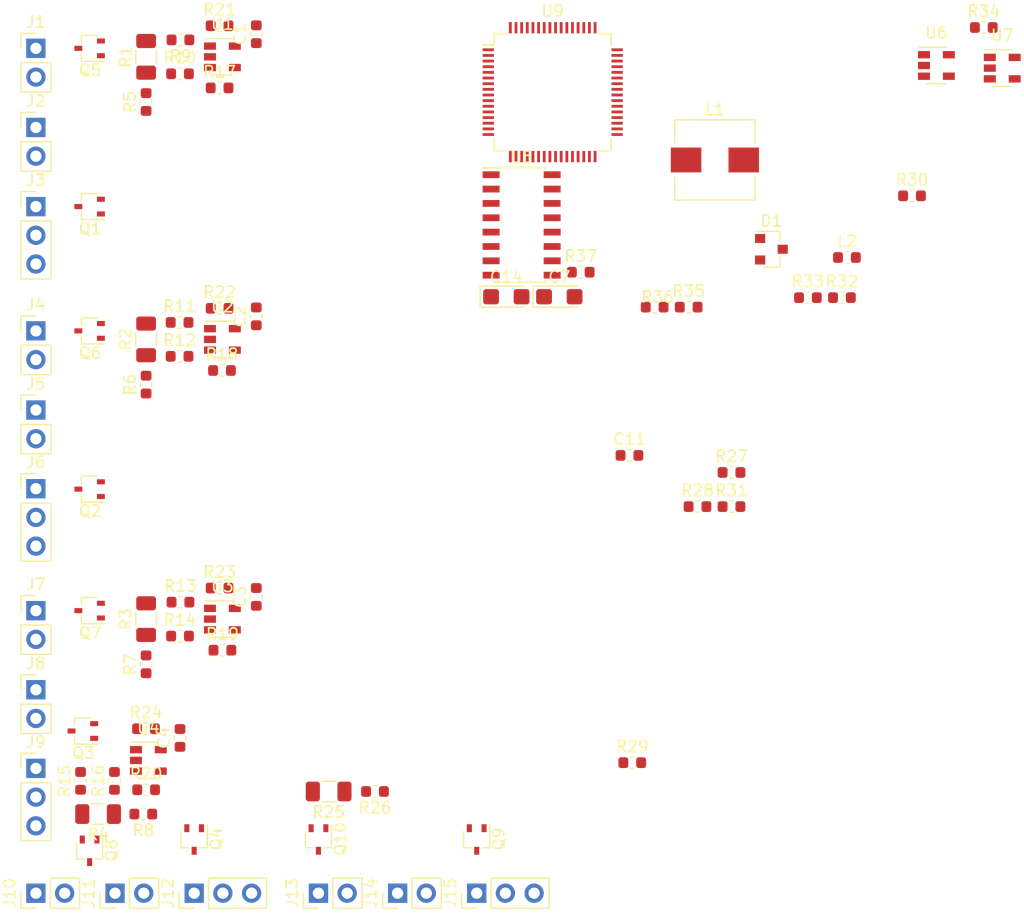
<source format=kicad_pcb>
(kicad_pcb (version 20171130) (host pcbnew 5.0.0-fee4fd1~66~ubuntu16.04.1)

  (general
    (thickness 1.6)
    (drawings 0)
    (tracks 2)
    (zones 0)
    (modules 80)
    (nets 46)
  )

  (page A4)
  (layers
    (0 F.Cu signal)
    (31 B.Cu signal)
    (32 B.Adhes user)
    (33 F.Adhes user)
    (34 B.Paste user)
    (35 F.Paste user)
    (36 B.SilkS user)
    (37 F.SilkS user)
    (38 B.Mask user)
    (39 F.Mask user)
    (40 Dwgs.User user)
    (41 Cmts.User user)
    (42 Eco1.User user)
    (43 Eco2.User user)
    (44 Edge.Cuts user)
    (45 Margin user)
    (46 B.CrtYd user)
    (47 F.CrtYd user)
    (48 B.Fab user)
    (49 F.Fab user hide)
  )

  (setup
    (last_trace_width 0.25)
    (trace_clearance 0.2)
    (zone_clearance 0.508)
    (zone_45_only no)
    (trace_min 0.2)
    (segment_width 0.2)
    (edge_width 0.15)
    (via_size 0.8)
    (via_drill 0.4)
    (via_min_size 0.4)
    (via_min_drill 0.3)
    (uvia_size 0.3)
    (uvia_drill 0.1)
    (uvias_allowed no)
    (uvia_min_size 0.2)
    (uvia_min_drill 0.1)
    (pcb_text_width 0.3)
    (pcb_text_size 1.5 1.5)
    (mod_edge_width 0.15)
    (mod_text_size 1 1)
    (mod_text_width 0.15)
    (pad_size 1.524 1.524)
    (pad_drill 0.762)
    (pad_to_mask_clearance 0.2)
    (aux_axis_origin 0 0)
    (visible_elements FFFFFF7F)
    (pcbplotparams
      (layerselection 0x010fc_ffffffff)
      (usegerberextensions false)
      (usegerberattributes false)
      (usegerberadvancedattributes false)
      (creategerberjobfile false)
      (excludeedgelayer true)
      (linewidth 0.100000)
      (plotframeref false)
      (viasonmask false)
      (mode 1)
      (useauxorigin false)
      (hpglpennumber 1)
      (hpglpenspeed 20)
      (hpglpendiameter 15.000000)
      (psnegative false)
      (psa4output false)
      (plotreference true)
      (plotvalue true)
      (plotinvisibletext false)
      (padsonsilk false)
      (subtractmaskfromsilk false)
      (outputformat 1)
      (mirror false)
      (drillshape 1)
      (scaleselection 1)
      (outputdirectory ""))
  )

  (net 0 "")
  (net 1 fb)
  (net 2 GND)
  (net 3 +3V3)
  (net 4 REF_2V5)
  (net 5 GNDREF)
  (net 6 +12V)
  (net 7 "Net-(J1-Pad1)")
  (net 8 "Net-(J3-Pad1)")
  (net 9 "Net-(J4-Pad1)")
  (net 10 "Net-(J6-Pad1)")
  (net 11 "Net-(J7-Pad1)")
  (net 12 "Net-(J9-Pad1)")
  (net 13 "Net-(J10-Pad1)")
  (net 14 "Net-(J12-Pad1)")
  (net 15 "Net-(J13-Pad1)")
  (net 16 "Net-(J15-Pad1)")
  (net 17 "Net-(L2-Pad2)")
  (net 18 GNDPWR)
  (net 19 LED_FAN_PWM)
  (net 20 /LED1_R+)
  (net 21 /LED2_R+)
  (net 22 /LED3_R+)
  (net 23 /LED4_R+)
  (net 24 /LED5_R+)
  (net 25 "Net-(R1-Pad1)")
  (net 26 "Net-(R12-Pad1)")
  (net 27 "Net-(R14-Pad1)")
  (net 28 "Net-(R16-Pad1)")
  (net 29 "Net-(R25-Pad1)")
  (net 30 "Net-(R34-Pad1)")
  (net 31 LED1_ADC)
  (net 32 LED2_ADC)
  (net 33 LED3_ADC)
  (net 34 LED4_ADC)
  (net 35 LED5_ADC)
  (net 36 "Net-(R10-Pad2)")
  (net 37 "Net-(R21-Pad1)")
  (net 38 "Net-(R12-Pad2)")
  (net 39 "Net-(R11-Pad2)")
  (net 40 "Net-(R13-Pad2)")
  (net 41 "Net-(R14-Pad2)")
  (net 42 "Net-(R16-Pad2)")
  (net 43 "Net-(R15-Pad2)")
  (net 44 "Net-(R27-Pad2)")
  (net 45 "Net-(R28-Pad2)")

  (net_class Default "This is the default net class."
    (clearance 0.2)
    (trace_width 0.25)
    (via_dia 0.8)
    (via_drill 0.4)
    (uvia_dia 0.3)
    (uvia_drill 0.1)
    (add_net +12V)
    (add_net +3V3)
    (add_net /LED1_R+)
    (add_net /LED2_R+)
    (add_net /LED3_R+)
    (add_net /LED4_R+)
    (add_net /LED5_R+)
    (add_net GND)
    (add_net GNDPWR)
    (add_net GNDREF)
    (add_net LED1_ADC)
    (add_net LED2_ADC)
    (add_net LED3_ADC)
    (add_net LED4_ADC)
    (add_net LED5_ADC)
    (add_net LED_FAN_PWM)
    (add_net "Net-(J1-Pad1)")
    (add_net "Net-(J10-Pad1)")
    (add_net "Net-(J12-Pad1)")
    (add_net "Net-(J13-Pad1)")
    (add_net "Net-(J15-Pad1)")
    (add_net "Net-(J3-Pad1)")
    (add_net "Net-(J4-Pad1)")
    (add_net "Net-(J6-Pad1)")
    (add_net "Net-(J7-Pad1)")
    (add_net "Net-(J9-Pad1)")
    (add_net "Net-(L2-Pad2)")
    (add_net "Net-(R1-Pad1)")
    (add_net "Net-(R10-Pad2)")
    (add_net "Net-(R11-Pad2)")
    (add_net "Net-(R12-Pad1)")
    (add_net "Net-(R12-Pad2)")
    (add_net "Net-(R13-Pad2)")
    (add_net "Net-(R14-Pad1)")
    (add_net "Net-(R14-Pad2)")
    (add_net "Net-(R15-Pad2)")
    (add_net "Net-(R16-Pad1)")
    (add_net "Net-(R16-Pad2)")
    (add_net "Net-(R21-Pad1)")
    (add_net "Net-(R25-Pad1)")
    (add_net "Net-(R27-Pad2)")
    (add_net "Net-(R28-Pad2)")
    (add_net "Net-(R34-Pad1)")
    (add_net REF_2V5)
    (add_net fb)
  )

  (module Capacitor_Tantalum_SMD:CP_EIA-3216-10_Kemet-I (layer F.Cu) (tedit 5B301BBE) (tstamp 5BA0795D)
    (at 129.560001 88.975001)
    (descr "Tantalum Capacitor SMD Kemet-I (3216-10 Metric), IPC_7351 nominal, (Body size from: http://www.kemet.com/Lists/ProductCatalog/Attachments/253/KEM_TC101_STD.pdf), generated with kicad-footprint-generator")
    (tags "capacitor tantalum")
    (path /5BD67933)
    (attr smd)
    (fp_text reference C7 (at 0 -1.75) (layer F.SilkS)
      (effects (font (size 1 1) (thickness 0.15)))
    )
    (fp_text value 33uF (at 0 1.75) (layer F.Fab)
      (effects (font (size 1 1) (thickness 0.15)))
    )
    (fp_line (start 1.6 -0.8) (end -1.2 -0.8) (layer F.Fab) (width 0.1))
    (fp_line (start -1.2 -0.8) (end -1.6 -0.4) (layer F.Fab) (width 0.1))
    (fp_line (start -1.6 -0.4) (end -1.6 0.8) (layer F.Fab) (width 0.1))
    (fp_line (start -1.6 0.8) (end 1.6 0.8) (layer F.Fab) (width 0.1))
    (fp_line (start 1.6 0.8) (end 1.6 -0.8) (layer F.Fab) (width 0.1))
    (fp_line (start 1.6 -0.935) (end -2.31 -0.935) (layer F.SilkS) (width 0.12))
    (fp_line (start -2.31 -0.935) (end -2.31 0.935) (layer F.SilkS) (width 0.12))
    (fp_line (start -2.31 0.935) (end 1.6 0.935) (layer F.SilkS) (width 0.12))
    (fp_line (start -2.3 1.05) (end -2.3 -1.05) (layer F.CrtYd) (width 0.05))
    (fp_line (start -2.3 -1.05) (end 2.3 -1.05) (layer F.CrtYd) (width 0.05))
    (fp_line (start 2.3 -1.05) (end 2.3 1.05) (layer F.CrtYd) (width 0.05))
    (fp_line (start 2.3 1.05) (end -2.3 1.05) (layer F.CrtYd) (width 0.05))
    (fp_text user %R (at 0 0) (layer F.Fab)
      (effects (font (size 0.8 0.8) (thickness 0.12)))
    )
    (pad 1 smd roundrect (at -1.35 0) (size 1.4 1.35) (layers F.Cu F.Paste F.Mask) (roundrect_rratio 0.185185)
      (net 1 fb))
    (pad 2 smd roundrect (at 1.35 0) (size 1.4 1.35) (layers F.Cu F.Paste F.Mask) (roundrect_rratio 0.185185)
      (net 2 GND))
    (model ${KISYS3DMOD}/Capacitor_Tantalum_SMD.3dshapes/CP_EIA-3216-10_Kemet-I.wrl
      (at (xyz 0 0 0))
      (scale (xyz 1 1 1))
      (rotate (xyz 0 0 0))
    )
  )

  (module Capacitor_Tantalum_SMD:CP_EIA-3216-10_Kemet-I (layer F.Cu) (tedit 5B301BBE) (tstamp 5BA07970)
    (at 124.870001 88.975001)
    (descr "Tantalum Capacitor SMD Kemet-I (3216-10 Metric), IPC_7351 nominal, (Body size from: http://www.kemet.com/Lists/ProductCatalog/Attachments/253/KEM_TC101_STD.pdf), generated with kicad-footprint-generator")
    (tags "capacitor tantalum")
    (path /5C00FBA1)
    (attr smd)
    (fp_text reference C14 (at 0 -1.75) (layer F.SilkS)
      (effects (font (size 1 1) (thickness 0.15)))
    )
    (fp_text value 33uF (at 0 1.75) (layer F.Fab)
      (effects (font (size 1 1) (thickness 0.15)))
    )
    (fp_text user %R (at 0 0) (layer F.Fab)
      (effects (font (size 0.8 0.8) (thickness 0.12)))
    )
    (fp_line (start 2.3 1.05) (end -2.3 1.05) (layer F.CrtYd) (width 0.05))
    (fp_line (start 2.3 -1.05) (end 2.3 1.05) (layer F.CrtYd) (width 0.05))
    (fp_line (start -2.3 -1.05) (end 2.3 -1.05) (layer F.CrtYd) (width 0.05))
    (fp_line (start -2.3 1.05) (end -2.3 -1.05) (layer F.CrtYd) (width 0.05))
    (fp_line (start -2.31 0.935) (end 1.6 0.935) (layer F.SilkS) (width 0.12))
    (fp_line (start -2.31 -0.935) (end -2.31 0.935) (layer F.SilkS) (width 0.12))
    (fp_line (start 1.6 -0.935) (end -2.31 -0.935) (layer F.SilkS) (width 0.12))
    (fp_line (start 1.6 0.8) (end 1.6 -0.8) (layer F.Fab) (width 0.1))
    (fp_line (start -1.6 0.8) (end 1.6 0.8) (layer F.Fab) (width 0.1))
    (fp_line (start -1.6 -0.4) (end -1.6 0.8) (layer F.Fab) (width 0.1))
    (fp_line (start -1.2 -0.8) (end -1.6 -0.4) (layer F.Fab) (width 0.1))
    (fp_line (start 1.6 -0.8) (end -1.2 -0.8) (layer F.Fab) (width 0.1))
    (pad 2 smd roundrect (at 1.35 0) (size 1.4 1.35) (layers F.Cu F.Paste F.Mask) (roundrect_rratio 0.185185)
      (net 2 GND))
    (pad 1 smd roundrect (at -1.35 0) (size 1.4 1.35) (layers F.Cu F.Paste F.Mask) (roundrect_rratio 0.185185)
      (net 3 +3V3))
    (model ${KISYS3DMOD}/Capacitor_Tantalum_SMD.3dshapes/CP_EIA-3216-10_Kemet-I.wrl
      (at (xyz 0 0 0))
      (scale (xyz 1 1 1))
      (rotate (xyz 0 0 0))
    )
  )

  (module Package_TO_SOT_SMD:SOT-23 (layer F.Cu) (tedit 5A02FF57) (tstamp 5BA07985)
    (at 148.325001 84.775001)
    (descr "SOT-23, Standard")
    (tags SOT-23)
    (path /5BC15B1C)
    (attr smd)
    (fp_text reference D1 (at 0 -2.5) (layer F.SilkS)
      (effects (font (size 1 1) (thickness 0.15)))
    )
    (fp_text value LM4040BIM3-2.5/NOPB (at 0 2.5) (layer F.Fab)
      (effects (font (size 1 1) (thickness 0.15)))
    )
    (fp_text user %R (at 0 0 90) (layer F.Fab)
      (effects (font (size 0.5 0.5) (thickness 0.075)))
    )
    (fp_line (start -0.7 -0.95) (end -0.7 1.5) (layer F.Fab) (width 0.1))
    (fp_line (start -0.15 -1.52) (end 0.7 -1.52) (layer F.Fab) (width 0.1))
    (fp_line (start -0.7 -0.95) (end -0.15 -1.52) (layer F.Fab) (width 0.1))
    (fp_line (start 0.7 -1.52) (end 0.7 1.52) (layer F.Fab) (width 0.1))
    (fp_line (start -0.7 1.52) (end 0.7 1.52) (layer F.Fab) (width 0.1))
    (fp_line (start 0.76 1.58) (end 0.76 0.65) (layer F.SilkS) (width 0.12))
    (fp_line (start 0.76 -1.58) (end 0.76 -0.65) (layer F.SilkS) (width 0.12))
    (fp_line (start -1.7 -1.75) (end 1.7 -1.75) (layer F.CrtYd) (width 0.05))
    (fp_line (start 1.7 -1.75) (end 1.7 1.75) (layer F.CrtYd) (width 0.05))
    (fp_line (start 1.7 1.75) (end -1.7 1.75) (layer F.CrtYd) (width 0.05))
    (fp_line (start -1.7 1.75) (end -1.7 -1.75) (layer F.CrtYd) (width 0.05))
    (fp_line (start 0.76 -1.58) (end -1.4 -1.58) (layer F.SilkS) (width 0.12))
    (fp_line (start 0.76 1.58) (end -0.7 1.58) (layer F.SilkS) (width 0.12))
    (pad 1 smd rect (at -1 -0.95) (size 0.9 0.8) (layers F.Cu F.Paste F.Mask)
      (net 4 REF_2V5))
    (pad 2 smd rect (at -1 0.95) (size 0.9 0.8) (layers F.Cu F.Paste F.Mask)
      (net 5 GNDREF))
    (pad 3 smd rect (at 1 0) (size 0.9 0.8) (layers F.Cu F.Paste F.Mask))
    (model ${KISYS3DMOD}/Package_TO_SOT_SMD.3dshapes/SOT-23.wrl
      (at (xyz 0 0 0))
      (scale (xyz 1 1 1))
      (rotate (xyz 0 0 0))
    )
  )

  (module Connector_PinHeader_2.54mm:PinHeader_1x02_P2.54mm_Vertical (layer F.Cu) (tedit 59FED5CC) (tstamp 5BA036DA)
    (at 83.25 67)
    (descr "Through hole straight pin header, 1x02, 2.54mm pitch, single row")
    (tags "Through hole pin header THT 1x02 2.54mm single row")
    (path /5B8EDC40)
    (fp_text reference J1 (at 0 -2.33) (layer F.SilkS)
      (effects (font (size 1 1) (thickness 0.15)))
    )
    (fp_text value LED_supply (at 0 4.87) (layer F.Fab)
      (effects (font (size 1 1) (thickness 0.15)))
    )
    (fp_text user %R (at 0 1.27 90) (layer F.Fab)
      (effects (font (size 1 1) (thickness 0.15)))
    )
    (fp_line (start 1.8 -1.8) (end -1.8 -1.8) (layer F.CrtYd) (width 0.05))
    (fp_line (start 1.8 4.35) (end 1.8 -1.8) (layer F.CrtYd) (width 0.05))
    (fp_line (start -1.8 4.35) (end 1.8 4.35) (layer F.CrtYd) (width 0.05))
    (fp_line (start -1.8 -1.8) (end -1.8 4.35) (layer F.CrtYd) (width 0.05))
    (fp_line (start -1.33 -1.33) (end 0 -1.33) (layer F.SilkS) (width 0.12))
    (fp_line (start -1.33 0) (end -1.33 -1.33) (layer F.SilkS) (width 0.12))
    (fp_line (start -1.33 1.27) (end 1.33 1.27) (layer F.SilkS) (width 0.12))
    (fp_line (start 1.33 1.27) (end 1.33 3.87) (layer F.SilkS) (width 0.12))
    (fp_line (start -1.33 1.27) (end -1.33 3.87) (layer F.SilkS) (width 0.12))
    (fp_line (start -1.33 3.87) (end 1.33 3.87) (layer F.SilkS) (width 0.12))
    (fp_line (start -1.27 -0.635) (end -0.635 -1.27) (layer F.Fab) (width 0.1))
    (fp_line (start -1.27 3.81) (end -1.27 -0.635) (layer F.Fab) (width 0.1))
    (fp_line (start 1.27 3.81) (end -1.27 3.81) (layer F.Fab) (width 0.1))
    (fp_line (start 1.27 -1.27) (end 1.27 3.81) (layer F.Fab) (width 0.1))
    (fp_line (start -0.635 -1.27) (end 1.27 -1.27) (layer F.Fab) (width 0.1))
    (pad 2 thru_hole oval (at 0 2.54) (size 1.7 1.7) (drill 1) (layers *.Cu *.Mask)
      (net 6 +12V))
    (pad 1 thru_hole rect (at 0 0) (size 1.7 1.7) (drill 1) (layers *.Cu *.Mask)
      (net 7 "Net-(J1-Pad1)"))
    (model ${KISYS3DMOD}/Connector_PinHeader_2.54mm.3dshapes/PinHeader_1x02_P2.54mm_Vertical.wrl
      (at (xyz 0 0 0))
      (scale (xyz 1 1 1))
      (rotate (xyz 0 0 0))
    )
  )

  (module Connector_PinHeader_2.54mm:PinHeader_1x02_P2.54mm_Vertical (layer F.Cu) (tedit 59FED5CC) (tstamp 5BA079B1)
    (at 83.25 74)
    (descr "Through hole straight pin header, 1x02, 2.54mm pitch, single row")
    (tags "Through hole pin header THT 1x02 2.54mm single row")
    (path /5B8EDD66)
    (fp_text reference J2 (at 0 -2.33) (layer F.SilkS)
      (effects (font (size 1 1) (thickness 0.15)))
    )
    (fp_text value LED1_NTC (at 0 4.87) (layer F.Fab)
      (effects (font (size 1 1) (thickness 0.15)))
    )
    (fp_line (start -0.635 -1.27) (end 1.27 -1.27) (layer F.Fab) (width 0.1))
    (fp_line (start 1.27 -1.27) (end 1.27 3.81) (layer F.Fab) (width 0.1))
    (fp_line (start 1.27 3.81) (end -1.27 3.81) (layer F.Fab) (width 0.1))
    (fp_line (start -1.27 3.81) (end -1.27 -0.635) (layer F.Fab) (width 0.1))
    (fp_line (start -1.27 -0.635) (end -0.635 -1.27) (layer F.Fab) (width 0.1))
    (fp_line (start -1.33 3.87) (end 1.33 3.87) (layer F.SilkS) (width 0.12))
    (fp_line (start -1.33 1.27) (end -1.33 3.87) (layer F.SilkS) (width 0.12))
    (fp_line (start 1.33 1.27) (end 1.33 3.87) (layer F.SilkS) (width 0.12))
    (fp_line (start -1.33 1.27) (end 1.33 1.27) (layer F.SilkS) (width 0.12))
    (fp_line (start -1.33 0) (end -1.33 -1.33) (layer F.SilkS) (width 0.12))
    (fp_line (start -1.33 -1.33) (end 0 -1.33) (layer F.SilkS) (width 0.12))
    (fp_line (start -1.8 -1.8) (end -1.8 4.35) (layer F.CrtYd) (width 0.05))
    (fp_line (start -1.8 4.35) (end 1.8 4.35) (layer F.CrtYd) (width 0.05))
    (fp_line (start 1.8 4.35) (end 1.8 -1.8) (layer F.CrtYd) (width 0.05))
    (fp_line (start 1.8 -1.8) (end -1.8 -1.8) (layer F.CrtYd) (width 0.05))
    (fp_text user %R (at 0 1.27 90) (layer F.Fab)
      (effects (font (size 1 1) (thickness 0.15)))
    )
    (pad 1 thru_hole rect (at 0 0) (size 1.7 1.7) (drill 1) (layers *.Cu *.Mask))
    (pad 2 thru_hole oval (at 0 2.54) (size 1.7 1.7) (drill 1) (layers *.Cu *.Mask)
      (net 3 +3V3))
    (model ${KISYS3DMOD}/Connector_PinHeader_2.54mm.3dshapes/PinHeader_1x02_P2.54mm_Vertical.wrl
      (at (xyz 0 0 0))
      (scale (xyz 1 1 1))
      (rotate (xyz 0 0 0))
    )
  )

  (module Connector_PinHeader_2.54mm:PinHeader_1x03_P2.54mm_Vertical (layer F.Cu) (tedit 59FED5CC) (tstamp 5BA03837)
    (at 83.25 81)
    (descr "Through hole straight pin header, 1x03, 2.54mm pitch, single row")
    (tags "Through hole pin header THT 1x03 2.54mm single row")
    (path /5B903741)
    (fp_text reference J3 (at 0 -2.33) (layer F.SilkS)
      (effects (font (size 1 1) (thickness 0.15)))
    )
    (fp_text value LED1_fan (at 0 7.41) (layer F.Fab)
      (effects (font (size 1 1) (thickness 0.15)))
    )
    (fp_line (start -0.635 -1.27) (end 1.27 -1.27) (layer F.Fab) (width 0.1))
    (fp_line (start 1.27 -1.27) (end 1.27 6.35) (layer F.Fab) (width 0.1))
    (fp_line (start 1.27 6.35) (end -1.27 6.35) (layer F.Fab) (width 0.1))
    (fp_line (start -1.27 6.35) (end -1.27 -0.635) (layer F.Fab) (width 0.1))
    (fp_line (start -1.27 -0.635) (end -0.635 -1.27) (layer F.Fab) (width 0.1))
    (fp_line (start -1.33 6.41) (end 1.33 6.41) (layer F.SilkS) (width 0.12))
    (fp_line (start -1.33 1.27) (end -1.33 6.41) (layer F.SilkS) (width 0.12))
    (fp_line (start 1.33 1.27) (end 1.33 6.41) (layer F.SilkS) (width 0.12))
    (fp_line (start -1.33 1.27) (end 1.33 1.27) (layer F.SilkS) (width 0.12))
    (fp_line (start -1.33 0) (end -1.33 -1.33) (layer F.SilkS) (width 0.12))
    (fp_line (start -1.33 -1.33) (end 0 -1.33) (layer F.SilkS) (width 0.12))
    (fp_line (start -1.8 -1.8) (end -1.8 6.85) (layer F.CrtYd) (width 0.05))
    (fp_line (start -1.8 6.85) (end 1.8 6.85) (layer F.CrtYd) (width 0.05))
    (fp_line (start 1.8 6.85) (end 1.8 -1.8) (layer F.CrtYd) (width 0.05))
    (fp_line (start 1.8 -1.8) (end -1.8 -1.8) (layer F.CrtYd) (width 0.05))
    (fp_text user %R (at 0 2.54 90) (layer F.Fab)
      (effects (font (size 1 1) (thickness 0.15)))
    )
    (pad 1 thru_hole rect (at 0 0) (size 1.7 1.7) (drill 1) (layers *.Cu *.Mask)
      (net 8 "Net-(J3-Pad1)"))
    (pad 2 thru_hole oval (at 0 2.54) (size 1.7 1.7) (drill 1) (layers *.Cu *.Mask)
      (net 6 +12V))
    (pad 3 thru_hole oval (at 0 5.08) (size 1.7 1.7) (drill 1) (layers *.Cu *.Mask))
    (model ${KISYS3DMOD}/Connector_PinHeader_2.54mm.3dshapes/PinHeader_1x03_P2.54mm_Vertical.wrl
      (at (xyz 0 0 0))
      (scale (xyz 1 1 1))
      (rotate (xyz 0 0 0))
    )
  )

  (module Connector_PinHeader_2.54mm:PinHeader_1x02_P2.54mm_Vertical (layer F.Cu) (tedit 59FED5CC) (tstamp 5BA079DE)
    (at 83.25 92)
    (descr "Through hole straight pin header, 1x02, 2.54mm pitch, single row")
    (tags "Through hole pin header THT 1x02 2.54mm single row")
    (path /5B91706B)
    (fp_text reference J4 (at 0 -2.33) (layer F.SilkS)
      (effects (font (size 1 1) (thickness 0.15)))
    )
    (fp_text value LED_supply (at 0 4.87) (layer F.Fab)
      (effects (font (size 1 1) (thickness 0.15)))
    )
    (fp_line (start -0.635 -1.27) (end 1.27 -1.27) (layer F.Fab) (width 0.1))
    (fp_line (start 1.27 -1.27) (end 1.27 3.81) (layer F.Fab) (width 0.1))
    (fp_line (start 1.27 3.81) (end -1.27 3.81) (layer F.Fab) (width 0.1))
    (fp_line (start -1.27 3.81) (end -1.27 -0.635) (layer F.Fab) (width 0.1))
    (fp_line (start -1.27 -0.635) (end -0.635 -1.27) (layer F.Fab) (width 0.1))
    (fp_line (start -1.33 3.87) (end 1.33 3.87) (layer F.SilkS) (width 0.12))
    (fp_line (start -1.33 1.27) (end -1.33 3.87) (layer F.SilkS) (width 0.12))
    (fp_line (start 1.33 1.27) (end 1.33 3.87) (layer F.SilkS) (width 0.12))
    (fp_line (start -1.33 1.27) (end 1.33 1.27) (layer F.SilkS) (width 0.12))
    (fp_line (start -1.33 0) (end -1.33 -1.33) (layer F.SilkS) (width 0.12))
    (fp_line (start -1.33 -1.33) (end 0 -1.33) (layer F.SilkS) (width 0.12))
    (fp_line (start -1.8 -1.8) (end -1.8 4.35) (layer F.CrtYd) (width 0.05))
    (fp_line (start -1.8 4.35) (end 1.8 4.35) (layer F.CrtYd) (width 0.05))
    (fp_line (start 1.8 4.35) (end 1.8 -1.8) (layer F.CrtYd) (width 0.05))
    (fp_line (start 1.8 -1.8) (end -1.8 -1.8) (layer F.CrtYd) (width 0.05))
    (fp_text user %R (at 0 1.27 90) (layer F.Fab)
      (effects (font (size 1 1) (thickness 0.15)))
    )
    (pad 1 thru_hole rect (at 0 0) (size 1.7 1.7) (drill 1) (layers *.Cu *.Mask)
      (net 9 "Net-(J4-Pad1)"))
    (pad 2 thru_hole oval (at 0 2.54) (size 1.7 1.7) (drill 1) (layers *.Cu *.Mask)
      (net 6 +12V))
    (model ${KISYS3DMOD}/Connector_PinHeader_2.54mm.3dshapes/PinHeader_1x02_P2.54mm_Vertical.wrl
      (at (xyz 0 0 0))
      (scale (xyz 1 1 1))
      (rotate (xyz 0 0 0))
    )
  )

  (module Connector_PinHeader_2.54mm:PinHeader_1x02_P2.54mm_Vertical (layer F.Cu) (tedit 59FED5CC) (tstamp 5BA079F4)
    (at 83.25 99)
    (descr "Through hole straight pin header, 1x02, 2.54mm pitch, single row")
    (tags "Through hole pin header THT 1x02 2.54mm single row")
    (path /5B917071)
    (fp_text reference J5 (at 0 -2.33) (layer F.SilkS)
      (effects (font (size 1 1) (thickness 0.15)))
    )
    (fp_text value LED1_NTC (at 0 4.87) (layer F.Fab)
      (effects (font (size 1 1) (thickness 0.15)))
    )
    (fp_text user %R (at 0 1.27 90) (layer F.Fab)
      (effects (font (size 1 1) (thickness 0.15)))
    )
    (fp_line (start 1.8 -1.8) (end -1.8 -1.8) (layer F.CrtYd) (width 0.05))
    (fp_line (start 1.8 4.35) (end 1.8 -1.8) (layer F.CrtYd) (width 0.05))
    (fp_line (start -1.8 4.35) (end 1.8 4.35) (layer F.CrtYd) (width 0.05))
    (fp_line (start -1.8 -1.8) (end -1.8 4.35) (layer F.CrtYd) (width 0.05))
    (fp_line (start -1.33 -1.33) (end 0 -1.33) (layer F.SilkS) (width 0.12))
    (fp_line (start -1.33 0) (end -1.33 -1.33) (layer F.SilkS) (width 0.12))
    (fp_line (start -1.33 1.27) (end 1.33 1.27) (layer F.SilkS) (width 0.12))
    (fp_line (start 1.33 1.27) (end 1.33 3.87) (layer F.SilkS) (width 0.12))
    (fp_line (start -1.33 1.27) (end -1.33 3.87) (layer F.SilkS) (width 0.12))
    (fp_line (start -1.33 3.87) (end 1.33 3.87) (layer F.SilkS) (width 0.12))
    (fp_line (start -1.27 -0.635) (end -0.635 -1.27) (layer F.Fab) (width 0.1))
    (fp_line (start -1.27 3.81) (end -1.27 -0.635) (layer F.Fab) (width 0.1))
    (fp_line (start 1.27 3.81) (end -1.27 3.81) (layer F.Fab) (width 0.1))
    (fp_line (start 1.27 -1.27) (end 1.27 3.81) (layer F.Fab) (width 0.1))
    (fp_line (start -0.635 -1.27) (end 1.27 -1.27) (layer F.Fab) (width 0.1))
    (pad 2 thru_hole oval (at 0 2.54) (size 1.7 1.7) (drill 1) (layers *.Cu *.Mask)
      (net 3 +3V3))
    (pad 1 thru_hole rect (at 0 0) (size 1.7 1.7) (drill 1) (layers *.Cu *.Mask))
    (model ${KISYS3DMOD}/Connector_PinHeader_2.54mm.3dshapes/PinHeader_1x02_P2.54mm_Vertical.wrl
      (at (xyz 0 0 0))
      (scale (xyz 1 1 1))
      (rotate (xyz 0 0 0))
    )
  )

  (module Connector_PinHeader_2.54mm:PinHeader_1x03_P2.54mm_Vertical (layer F.Cu) (tedit 59FED5CC) (tstamp 5BA07A0B)
    (at 83.25 105.96)
    (descr "Through hole straight pin header, 1x03, 2.54mm pitch, single row")
    (tags "Through hole pin header THT 1x03 2.54mm single row")
    (path /5B917106)
    (fp_text reference J6 (at 0 -2.33) (layer F.SilkS)
      (effects (font (size 1 1) (thickness 0.15)))
    )
    (fp_text value LED1_fan (at 0 7.41) (layer F.Fab)
      (effects (font (size 1 1) (thickness 0.15)))
    )
    (fp_line (start -0.635 -1.27) (end 1.27 -1.27) (layer F.Fab) (width 0.1))
    (fp_line (start 1.27 -1.27) (end 1.27 6.35) (layer F.Fab) (width 0.1))
    (fp_line (start 1.27 6.35) (end -1.27 6.35) (layer F.Fab) (width 0.1))
    (fp_line (start -1.27 6.35) (end -1.27 -0.635) (layer F.Fab) (width 0.1))
    (fp_line (start -1.27 -0.635) (end -0.635 -1.27) (layer F.Fab) (width 0.1))
    (fp_line (start -1.33 6.41) (end 1.33 6.41) (layer F.SilkS) (width 0.12))
    (fp_line (start -1.33 1.27) (end -1.33 6.41) (layer F.SilkS) (width 0.12))
    (fp_line (start 1.33 1.27) (end 1.33 6.41) (layer F.SilkS) (width 0.12))
    (fp_line (start -1.33 1.27) (end 1.33 1.27) (layer F.SilkS) (width 0.12))
    (fp_line (start -1.33 0) (end -1.33 -1.33) (layer F.SilkS) (width 0.12))
    (fp_line (start -1.33 -1.33) (end 0 -1.33) (layer F.SilkS) (width 0.12))
    (fp_line (start -1.8 -1.8) (end -1.8 6.85) (layer F.CrtYd) (width 0.05))
    (fp_line (start -1.8 6.85) (end 1.8 6.85) (layer F.CrtYd) (width 0.05))
    (fp_line (start 1.8 6.85) (end 1.8 -1.8) (layer F.CrtYd) (width 0.05))
    (fp_line (start 1.8 -1.8) (end -1.8 -1.8) (layer F.CrtYd) (width 0.05))
    (fp_text user %R (at 0 2.54 90) (layer F.Fab)
      (effects (font (size 1 1) (thickness 0.15)))
    )
    (pad 1 thru_hole rect (at 0 0) (size 1.7 1.7) (drill 1) (layers *.Cu *.Mask)
      (net 10 "Net-(J6-Pad1)"))
    (pad 2 thru_hole oval (at 0 2.54) (size 1.7 1.7) (drill 1) (layers *.Cu *.Mask)
      (net 6 +12V))
    (pad 3 thru_hole oval (at 0 5.08) (size 1.7 1.7) (drill 1) (layers *.Cu *.Mask))
    (model ${KISYS3DMOD}/Connector_PinHeader_2.54mm.3dshapes/PinHeader_1x03_P2.54mm_Vertical.wrl
      (at (xyz 0 0 0))
      (scale (xyz 1 1 1))
      (rotate (xyz 0 0 0))
    )
  )

  (module Connector_PinHeader_2.54mm:PinHeader_1x02_P2.54mm_Vertical (layer F.Cu) (tedit 59FED5CC) (tstamp 5BA07A21)
    (at 83.25 116.75)
    (descr "Through hole straight pin header, 1x02, 2.54mm pitch, single row")
    (tags "Through hole pin header THT 1x02 2.54mm single row")
    (path /5B919F3A)
    (fp_text reference J7 (at 0 -2.33) (layer F.SilkS)
      (effects (font (size 1 1) (thickness 0.15)))
    )
    (fp_text value LED_supply (at 0 4.87) (layer F.Fab)
      (effects (font (size 1 1) (thickness 0.15)))
    )
    (fp_line (start -0.635 -1.27) (end 1.27 -1.27) (layer F.Fab) (width 0.1))
    (fp_line (start 1.27 -1.27) (end 1.27 3.81) (layer F.Fab) (width 0.1))
    (fp_line (start 1.27 3.81) (end -1.27 3.81) (layer F.Fab) (width 0.1))
    (fp_line (start -1.27 3.81) (end -1.27 -0.635) (layer F.Fab) (width 0.1))
    (fp_line (start -1.27 -0.635) (end -0.635 -1.27) (layer F.Fab) (width 0.1))
    (fp_line (start -1.33 3.87) (end 1.33 3.87) (layer F.SilkS) (width 0.12))
    (fp_line (start -1.33 1.27) (end -1.33 3.87) (layer F.SilkS) (width 0.12))
    (fp_line (start 1.33 1.27) (end 1.33 3.87) (layer F.SilkS) (width 0.12))
    (fp_line (start -1.33 1.27) (end 1.33 1.27) (layer F.SilkS) (width 0.12))
    (fp_line (start -1.33 0) (end -1.33 -1.33) (layer F.SilkS) (width 0.12))
    (fp_line (start -1.33 -1.33) (end 0 -1.33) (layer F.SilkS) (width 0.12))
    (fp_line (start -1.8 -1.8) (end -1.8 4.35) (layer F.CrtYd) (width 0.05))
    (fp_line (start -1.8 4.35) (end 1.8 4.35) (layer F.CrtYd) (width 0.05))
    (fp_line (start 1.8 4.35) (end 1.8 -1.8) (layer F.CrtYd) (width 0.05))
    (fp_line (start 1.8 -1.8) (end -1.8 -1.8) (layer F.CrtYd) (width 0.05))
    (fp_text user %R (at 0 1.27 90) (layer F.Fab)
      (effects (font (size 1 1) (thickness 0.15)))
    )
    (pad 1 thru_hole rect (at 0 0) (size 1.7 1.7) (drill 1) (layers *.Cu *.Mask)
      (net 11 "Net-(J7-Pad1)"))
    (pad 2 thru_hole oval (at 0 2.54) (size 1.7 1.7) (drill 1) (layers *.Cu *.Mask)
      (net 6 +12V))
    (model ${KISYS3DMOD}/Connector_PinHeader_2.54mm.3dshapes/PinHeader_1x02_P2.54mm_Vertical.wrl
      (at (xyz 0 0 0))
      (scale (xyz 1 1 1))
      (rotate (xyz 0 0 0))
    )
  )

  (module Connector_PinHeader_2.54mm:PinHeader_1x02_P2.54mm_Vertical (layer F.Cu) (tedit 59FED5CC) (tstamp 5BA07A37)
    (at 83.25 123.75)
    (descr "Through hole straight pin header, 1x02, 2.54mm pitch, single row")
    (tags "Through hole pin header THT 1x02 2.54mm single row")
    (path /5B919F40)
    (fp_text reference J8 (at 0 -2.33) (layer F.SilkS)
      (effects (font (size 1 1) (thickness 0.15)))
    )
    (fp_text value LED1_NTC (at 0 4.87) (layer F.Fab)
      (effects (font (size 1 1) (thickness 0.15)))
    )
    (fp_text user %R (at 0 1.27 90) (layer F.Fab)
      (effects (font (size 1 1) (thickness 0.15)))
    )
    (fp_line (start 1.8 -1.8) (end -1.8 -1.8) (layer F.CrtYd) (width 0.05))
    (fp_line (start 1.8 4.35) (end 1.8 -1.8) (layer F.CrtYd) (width 0.05))
    (fp_line (start -1.8 4.35) (end 1.8 4.35) (layer F.CrtYd) (width 0.05))
    (fp_line (start -1.8 -1.8) (end -1.8 4.35) (layer F.CrtYd) (width 0.05))
    (fp_line (start -1.33 -1.33) (end 0 -1.33) (layer F.SilkS) (width 0.12))
    (fp_line (start -1.33 0) (end -1.33 -1.33) (layer F.SilkS) (width 0.12))
    (fp_line (start -1.33 1.27) (end 1.33 1.27) (layer F.SilkS) (width 0.12))
    (fp_line (start 1.33 1.27) (end 1.33 3.87) (layer F.SilkS) (width 0.12))
    (fp_line (start -1.33 1.27) (end -1.33 3.87) (layer F.SilkS) (width 0.12))
    (fp_line (start -1.33 3.87) (end 1.33 3.87) (layer F.SilkS) (width 0.12))
    (fp_line (start -1.27 -0.635) (end -0.635 -1.27) (layer F.Fab) (width 0.1))
    (fp_line (start -1.27 3.81) (end -1.27 -0.635) (layer F.Fab) (width 0.1))
    (fp_line (start 1.27 3.81) (end -1.27 3.81) (layer F.Fab) (width 0.1))
    (fp_line (start 1.27 -1.27) (end 1.27 3.81) (layer F.Fab) (width 0.1))
    (fp_line (start -0.635 -1.27) (end 1.27 -1.27) (layer F.Fab) (width 0.1))
    (pad 2 thru_hole oval (at 0 2.54) (size 1.7 1.7) (drill 1) (layers *.Cu *.Mask)
      (net 3 +3V3))
    (pad 1 thru_hole rect (at 0 0) (size 1.7 1.7) (drill 1) (layers *.Cu *.Mask))
    (model ${KISYS3DMOD}/Connector_PinHeader_2.54mm.3dshapes/PinHeader_1x02_P2.54mm_Vertical.wrl
      (at (xyz 0 0 0))
      (scale (xyz 1 1 1))
      (rotate (xyz 0 0 0))
    )
  )

  (module Connector_PinHeader_2.54mm:PinHeader_1x03_P2.54mm_Vertical (layer F.Cu) (tedit 59FED5CC) (tstamp 5BA07A4E)
    (at 83.25 130.71)
    (descr "Through hole straight pin header, 1x03, 2.54mm pitch, single row")
    (tags "Through hole pin header THT 1x03 2.54mm single row")
    (path /5B919FD5)
    (fp_text reference J9 (at 0 -2.33) (layer F.SilkS)
      (effects (font (size 1 1) (thickness 0.15)))
    )
    (fp_text value LED1_fan (at 0 7.41) (layer F.Fab)
      (effects (font (size 1 1) (thickness 0.15)))
    )
    (fp_text user %R (at 0 2.54 90) (layer F.Fab)
      (effects (font (size 1 1) (thickness 0.15)))
    )
    (fp_line (start 1.8 -1.8) (end -1.8 -1.8) (layer F.CrtYd) (width 0.05))
    (fp_line (start 1.8 6.85) (end 1.8 -1.8) (layer F.CrtYd) (width 0.05))
    (fp_line (start -1.8 6.85) (end 1.8 6.85) (layer F.CrtYd) (width 0.05))
    (fp_line (start -1.8 -1.8) (end -1.8 6.85) (layer F.CrtYd) (width 0.05))
    (fp_line (start -1.33 -1.33) (end 0 -1.33) (layer F.SilkS) (width 0.12))
    (fp_line (start -1.33 0) (end -1.33 -1.33) (layer F.SilkS) (width 0.12))
    (fp_line (start -1.33 1.27) (end 1.33 1.27) (layer F.SilkS) (width 0.12))
    (fp_line (start 1.33 1.27) (end 1.33 6.41) (layer F.SilkS) (width 0.12))
    (fp_line (start -1.33 1.27) (end -1.33 6.41) (layer F.SilkS) (width 0.12))
    (fp_line (start -1.33 6.41) (end 1.33 6.41) (layer F.SilkS) (width 0.12))
    (fp_line (start -1.27 -0.635) (end -0.635 -1.27) (layer F.Fab) (width 0.1))
    (fp_line (start -1.27 6.35) (end -1.27 -0.635) (layer F.Fab) (width 0.1))
    (fp_line (start 1.27 6.35) (end -1.27 6.35) (layer F.Fab) (width 0.1))
    (fp_line (start 1.27 -1.27) (end 1.27 6.35) (layer F.Fab) (width 0.1))
    (fp_line (start -0.635 -1.27) (end 1.27 -1.27) (layer F.Fab) (width 0.1))
    (pad 3 thru_hole oval (at 0 5.08) (size 1.7 1.7) (drill 1) (layers *.Cu *.Mask))
    (pad 2 thru_hole oval (at 0 2.54) (size 1.7 1.7) (drill 1) (layers *.Cu *.Mask)
      (net 6 +12V))
    (pad 1 thru_hole rect (at 0 0) (size 1.7 1.7) (drill 1) (layers *.Cu *.Mask)
      (net 12 "Net-(J9-Pad1)"))
    (model ${KISYS3DMOD}/Connector_PinHeader_2.54mm.3dshapes/PinHeader_1x03_P2.54mm_Vertical.wrl
      (at (xyz 0 0 0))
      (scale (xyz 1 1 1))
      (rotate (xyz 0 0 0))
    )
  )

  (module Connector_PinHeader_2.54mm:PinHeader_1x02_P2.54mm_Vertical (layer F.Cu) (tedit 59FED5CC) (tstamp 5BA07A64)
    (at 83.25 141.75 90)
    (descr "Through hole straight pin header, 1x02, 2.54mm pitch, single row")
    (tags "Through hole pin header THT 1x02 2.54mm single row")
    (path /5B91A005)
    (fp_text reference J10 (at 0 -2.33 90) (layer F.SilkS)
      (effects (font (size 1 1) (thickness 0.15)))
    )
    (fp_text value LED_supply (at 0 4.87 90) (layer F.Fab)
      (effects (font (size 1 1) (thickness 0.15)))
    )
    (fp_line (start -0.635 -1.27) (end 1.27 -1.27) (layer F.Fab) (width 0.1))
    (fp_line (start 1.27 -1.27) (end 1.27 3.81) (layer F.Fab) (width 0.1))
    (fp_line (start 1.27 3.81) (end -1.27 3.81) (layer F.Fab) (width 0.1))
    (fp_line (start -1.27 3.81) (end -1.27 -0.635) (layer F.Fab) (width 0.1))
    (fp_line (start -1.27 -0.635) (end -0.635 -1.27) (layer F.Fab) (width 0.1))
    (fp_line (start -1.33 3.87) (end 1.33 3.87) (layer F.SilkS) (width 0.12))
    (fp_line (start -1.33 1.27) (end -1.33 3.87) (layer F.SilkS) (width 0.12))
    (fp_line (start 1.33 1.27) (end 1.33 3.87) (layer F.SilkS) (width 0.12))
    (fp_line (start -1.33 1.27) (end 1.33 1.27) (layer F.SilkS) (width 0.12))
    (fp_line (start -1.33 0) (end -1.33 -1.33) (layer F.SilkS) (width 0.12))
    (fp_line (start -1.33 -1.33) (end 0 -1.33) (layer F.SilkS) (width 0.12))
    (fp_line (start -1.8 -1.8) (end -1.8 4.35) (layer F.CrtYd) (width 0.05))
    (fp_line (start -1.8 4.35) (end 1.8 4.35) (layer F.CrtYd) (width 0.05))
    (fp_line (start 1.8 4.35) (end 1.8 -1.8) (layer F.CrtYd) (width 0.05))
    (fp_line (start 1.8 -1.8) (end -1.8 -1.8) (layer F.CrtYd) (width 0.05))
    (fp_text user %R (at 0 1.27 180) (layer F.Fab)
      (effects (font (size 1 1) (thickness 0.15)))
    )
    (pad 1 thru_hole rect (at 0 0 90) (size 1.7 1.7) (drill 1) (layers *.Cu *.Mask)
      (net 13 "Net-(J10-Pad1)"))
    (pad 2 thru_hole oval (at 0 2.54 90) (size 1.7 1.7) (drill 1) (layers *.Cu *.Mask)
      (net 6 +12V))
    (model ${KISYS3DMOD}/Connector_PinHeader_2.54mm.3dshapes/PinHeader_1x02_P2.54mm_Vertical.wrl
      (at (xyz 0 0 0))
      (scale (xyz 1 1 1))
      (rotate (xyz 0 0 0))
    )
  )

  (module Connector_PinHeader_2.54mm:PinHeader_1x02_P2.54mm_Vertical (layer F.Cu) (tedit 59FED5CC) (tstamp 5BA07A7A)
    (at 90.25 141.75 90)
    (descr "Through hole straight pin header, 1x02, 2.54mm pitch, single row")
    (tags "Through hole pin header THT 1x02 2.54mm single row")
    (path /5B91A00B)
    (fp_text reference J11 (at 0 -2.33 90) (layer F.SilkS)
      (effects (font (size 1 1) (thickness 0.15)))
    )
    (fp_text value LED1_NTC (at 0 4.87 90) (layer F.Fab)
      (effects (font (size 1 1) (thickness 0.15)))
    )
    (fp_text user %R (at 0 1.27 180) (layer F.Fab)
      (effects (font (size 1 1) (thickness 0.15)))
    )
    (fp_line (start 1.8 -1.8) (end -1.8 -1.8) (layer F.CrtYd) (width 0.05))
    (fp_line (start 1.8 4.35) (end 1.8 -1.8) (layer F.CrtYd) (width 0.05))
    (fp_line (start -1.8 4.35) (end 1.8 4.35) (layer F.CrtYd) (width 0.05))
    (fp_line (start -1.8 -1.8) (end -1.8 4.35) (layer F.CrtYd) (width 0.05))
    (fp_line (start -1.33 -1.33) (end 0 -1.33) (layer F.SilkS) (width 0.12))
    (fp_line (start -1.33 0) (end -1.33 -1.33) (layer F.SilkS) (width 0.12))
    (fp_line (start -1.33 1.27) (end 1.33 1.27) (layer F.SilkS) (width 0.12))
    (fp_line (start 1.33 1.27) (end 1.33 3.87) (layer F.SilkS) (width 0.12))
    (fp_line (start -1.33 1.27) (end -1.33 3.87) (layer F.SilkS) (width 0.12))
    (fp_line (start -1.33 3.87) (end 1.33 3.87) (layer F.SilkS) (width 0.12))
    (fp_line (start -1.27 -0.635) (end -0.635 -1.27) (layer F.Fab) (width 0.1))
    (fp_line (start -1.27 3.81) (end -1.27 -0.635) (layer F.Fab) (width 0.1))
    (fp_line (start 1.27 3.81) (end -1.27 3.81) (layer F.Fab) (width 0.1))
    (fp_line (start 1.27 -1.27) (end 1.27 3.81) (layer F.Fab) (width 0.1))
    (fp_line (start -0.635 -1.27) (end 1.27 -1.27) (layer F.Fab) (width 0.1))
    (pad 2 thru_hole oval (at 0 2.54 90) (size 1.7 1.7) (drill 1) (layers *.Cu *.Mask)
      (net 3 +3V3))
    (pad 1 thru_hole rect (at 0 0 90) (size 1.7 1.7) (drill 1) (layers *.Cu *.Mask))
    (model ${KISYS3DMOD}/Connector_PinHeader_2.54mm.3dshapes/PinHeader_1x02_P2.54mm_Vertical.wrl
      (at (xyz 0 0 0))
      (scale (xyz 1 1 1))
      (rotate (xyz 0 0 0))
    )
  )

  (module Connector_PinHeader_2.54mm:PinHeader_1x03_P2.54mm_Vertical (layer F.Cu) (tedit 59FED5CC) (tstamp 5BA07A91)
    (at 97.25 141.75 90)
    (descr "Through hole straight pin header, 1x03, 2.54mm pitch, single row")
    (tags "Through hole pin header THT 1x03 2.54mm single row")
    (path /5B91A0A0)
    (fp_text reference J12 (at 0 -2.33 90) (layer F.SilkS)
      (effects (font (size 1 1) (thickness 0.15)))
    )
    (fp_text value LED1_fan (at 0 7.41 90) (layer F.Fab)
      (effects (font (size 1 1) (thickness 0.15)))
    )
    (fp_text user %R (at 0 2.54 180) (layer F.Fab)
      (effects (font (size 1 1) (thickness 0.15)))
    )
    (fp_line (start 1.8 -1.8) (end -1.8 -1.8) (layer F.CrtYd) (width 0.05))
    (fp_line (start 1.8 6.85) (end 1.8 -1.8) (layer F.CrtYd) (width 0.05))
    (fp_line (start -1.8 6.85) (end 1.8 6.85) (layer F.CrtYd) (width 0.05))
    (fp_line (start -1.8 -1.8) (end -1.8 6.85) (layer F.CrtYd) (width 0.05))
    (fp_line (start -1.33 -1.33) (end 0 -1.33) (layer F.SilkS) (width 0.12))
    (fp_line (start -1.33 0) (end -1.33 -1.33) (layer F.SilkS) (width 0.12))
    (fp_line (start -1.33 1.27) (end 1.33 1.27) (layer F.SilkS) (width 0.12))
    (fp_line (start 1.33 1.27) (end 1.33 6.41) (layer F.SilkS) (width 0.12))
    (fp_line (start -1.33 1.27) (end -1.33 6.41) (layer F.SilkS) (width 0.12))
    (fp_line (start -1.33 6.41) (end 1.33 6.41) (layer F.SilkS) (width 0.12))
    (fp_line (start -1.27 -0.635) (end -0.635 -1.27) (layer F.Fab) (width 0.1))
    (fp_line (start -1.27 6.35) (end -1.27 -0.635) (layer F.Fab) (width 0.1))
    (fp_line (start 1.27 6.35) (end -1.27 6.35) (layer F.Fab) (width 0.1))
    (fp_line (start 1.27 -1.27) (end 1.27 6.35) (layer F.Fab) (width 0.1))
    (fp_line (start -0.635 -1.27) (end 1.27 -1.27) (layer F.Fab) (width 0.1))
    (pad 3 thru_hole oval (at 0 5.08 90) (size 1.7 1.7) (drill 1) (layers *.Cu *.Mask))
    (pad 2 thru_hole oval (at 0 2.54 90) (size 1.7 1.7) (drill 1) (layers *.Cu *.Mask)
      (net 6 +12V))
    (pad 1 thru_hole rect (at 0 0 90) (size 1.7 1.7) (drill 1) (layers *.Cu *.Mask)
      (net 14 "Net-(J12-Pad1)"))
    (model ${KISYS3DMOD}/Connector_PinHeader_2.54mm.3dshapes/PinHeader_1x03_P2.54mm_Vertical.wrl
      (at (xyz 0 0 0))
      (scale (xyz 1 1 1))
      (rotate (xyz 0 0 0))
    )
  )

  (module Connector_PinHeader_2.54mm:PinHeader_1x02_P2.54mm_Vertical (layer F.Cu) (tedit 59FED5CC) (tstamp 5BA07AA7)
    (at 108.25 141.75 90)
    (descr "Through hole straight pin header, 1x02, 2.54mm pitch, single row")
    (tags "Through hole pin header THT 1x02 2.54mm single row")
    (path /5B922C5D)
    (fp_text reference J13 (at 0 -2.33 90) (layer F.SilkS)
      (effects (font (size 1 1) (thickness 0.15)))
    )
    (fp_text value LED_supply (at 0 4.87 90) (layer F.Fab)
      (effects (font (size 1 1) (thickness 0.15)))
    )
    (fp_line (start -0.635 -1.27) (end 1.27 -1.27) (layer F.Fab) (width 0.1))
    (fp_line (start 1.27 -1.27) (end 1.27 3.81) (layer F.Fab) (width 0.1))
    (fp_line (start 1.27 3.81) (end -1.27 3.81) (layer F.Fab) (width 0.1))
    (fp_line (start -1.27 3.81) (end -1.27 -0.635) (layer F.Fab) (width 0.1))
    (fp_line (start -1.27 -0.635) (end -0.635 -1.27) (layer F.Fab) (width 0.1))
    (fp_line (start -1.33 3.87) (end 1.33 3.87) (layer F.SilkS) (width 0.12))
    (fp_line (start -1.33 1.27) (end -1.33 3.87) (layer F.SilkS) (width 0.12))
    (fp_line (start 1.33 1.27) (end 1.33 3.87) (layer F.SilkS) (width 0.12))
    (fp_line (start -1.33 1.27) (end 1.33 1.27) (layer F.SilkS) (width 0.12))
    (fp_line (start -1.33 0) (end -1.33 -1.33) (layer F.SilkS) (width 0.12))
    (fp_line (start -1.33 -1.33) (end 0 -1.33) (layer F.SilkS) (width 0.12))
    (fp_line (start -1.8 -1.8) (end -1.8 4.35) (layer F.CrtYd) (width 0.05))
    (fp_line (start -1.8 4.35) (end 1.8 4.35) (layer F.CrtYd) (width 0.05))
    (fp_line (start 1.8 4.35) (end 1.8 -1.8) (layer F.CrtYd) (width 0.05))
    (fp_line (start 1.8 -1.8) (end -1.8 -1.8) (layer F.CrtYd) (width 0.05))
    (fp_text user %R (at 0 1.27 180) (layer F.Fab)
      (effects (font (size 1 1) (thickness 0.15)))
    )
    (pad 1 thru_hole rect (at 0 0 90) (size 1.7 1.7) (drill 1) (layers *.Cu *.Mask)
      (net 15 "Net-(J13-Pad1)"))
    (pad 2 thru_hole oval (at 0 2.54 90) (size 1.7 1.7) (drill 1) (layers *.Cu *.Mask)
      (net 6 +12V))
    (model ${KISYS3DMOD}/Connector_PinHeader_2.54mm.3dshapes/PinHeader_1x02_P2.54mm_Vertical.wrl
      (at (xyz 0 0 0))
      (scale (xyz 1 1 1))
      (rotate (xyz 0 0 0))
    )
  )

  (module Connector_PinHeader_2.54mm:PinHeader_1x02_P2.54mm_Vertical (layer F.Cu) (tedit 59FED5CC) (tstamp 5BA07ABD)
    (at 115.25 141.75 90)
    (descr "Through hole straight pin header, 1x02, 2.54mm pitch, single row")
    (tags "Through hole pin header THT 1x02 2.54mm single row")
    (path /5B922C63)
    (fp_text reference J14 (at 0 -2.33 90) (layer F.SilkS)
      (effects (font (size 1 1) (thickness 0.15)))
    )
    (fp_text value LED1_NTC (at 0 4.87 90) (layer F.Fab)
      (effects (font (size 1 1) (thickness 0.15)))
    )
    (fp_text user %R (at 0 1.27 180) (layer F.Fab)
      (effects (font (size 1 1) (thickness 0.15)))
    )
    (fp_line (start 1.8 -1.8) (end -1.8 -1.8) (layer F.CrtYd) (width 0.05))
    (fp_line (start 1.8 4.35) (end 1.8 -1.8) (layer F.CrtYd) (width 0.05))
    (fp_line (start -1.8 4.35) (end 1.8 4.35) (layer F.CrtYd) (width 0.05))
    (fp_line (start -1.8 -1.8) (end -1.8 4.35) (layer F.CrtYd) (width 0.05))
    (fp_line (start -1.33 -1.33) (end 0 -1.33) (layer F.SilkS) (width 0.12))
    (fp_line (start -1.33 0) (end -1.33 -1.33) (layer F.SilkS) (width 0.12))
    (fp_line (start -1.33 1.27) (end 1.33 1.27) (layer F.SilkS) (width 0.12))
    (fp_line (start 1.33 1.27) (end 1.33 3.87) (layer F.SilkS) (width 0.12))
    (fp_line (start -1.33 1.27) (end -1.33 3.87) (layer F.SilkS) (width 0.12))
    (fp_line (start -1.33 3.87) (end 1.33 3.87) (layer F.SilkS) (width 0.12))
    (fp_line (start -1.27 -0.635) (end -0.635 -1.27) (layer F.Fab) (width 0.1))
    (fp_line (start -1.27 3.81) (end -1.27 -0.635) (layer F.Fab) (width 0.1))
    (fp_line (start 1.27 3.81) (end -1.27 3.81) (layer F.Fab) (width 0.1))
    (fp_line (start 1.27 -1.27) (end 1.27 3.81) (layer F.Fab) (width 0.1))
    (fp_line (start -0.635 -1.27) (end 1.27 -1.27) (layer F.Fab) (width 0.1))
    (pad 2 thru_hole oval (at 0 2.54 90) (size 1.7 1.7) (drill 1) (layers *.Cu *.Mask)
      (net 3 +3V3))
    (pad 1 thru_hole rect (at 0 0 90) (size 1.7 1.7) (drill 1) (layers *.Cu *.Mask))
    (model ${KISYS3DMOD}/Connector_PinHeader_2.54mm.3dshapes/PinHeader_1x02_P2.54mm_Vertical.wrl
      (at (xyz 0 0 0))
      (scale (xyz 1 1 1))
      (rotate (xyz 0 0 0))
    )
  )

  (module Connector_PinHeader_2.54mm:PinHeader_1x03_P2.54mm_Vertical (layer F.Cu) (tedit 59FED5CC) (tstamp 5BA07AD4)
    (at 122.25 141.75 90)
    (descr "Through hole straight pin header, 1x03, 2.54mm pitch, single row")
    (tags "Through hole pin header THT 1x03 2.54mm single row")
    (path /5B922CF8)
    (fp_text reference J15 (at 0 -2.33 90) (layer F.SilkS)
      (effects (font (size 1 1) (thickness 0.15)))
    )
    (fp_text value LED1_fan (at 0 7.41 90) (layer F.Fab)
      (effects (font (size 1 1) (thickness 0.15)))
    )
    (fp_line (start -0.635 -1.27) (end 1.27 -1.27) (layer F.Fab) (width 0.1))
    (fp_line (start 1.27 -1.27) (end 1.27 6.35) (layer F.Fab) (width 0.1))
    (fp_line (start 1.27 6.35) (end -1.27 6.35) (layer F.Fab) (width 0.1))
    (fp_line (start -1.27 6.35) (end -1.27 -0.635) (layer F.Fab) (width 0.1))
    (fp_line (start -1.27 -0.635) (end -0.635 -1.27) (layer F.Fab) (width 0.1))
    (fp_line (start -1.33 6.41) (end 1.33 6.41) (layer F.SilkS) (width 0.12))
    (fp_line (start -1.33 1.27) (end -1.33 6.41) (layer F.SilkS) (width 0.12))
    (fp_line (start 1.33 1.27) (end 1.33 6.41) (layer F.SilkS) (width 0.12))
    (fp_line (start -1.33 1.27) (end 1.33 1.27) (layer F.SilkS) (width 0.12))
    (fp_line (start -1.33 0) (end -1.33 -1.33) (layer F.SilkS) (width 0.12))
    (fp_line (start -1.33 -1.33) (end 0 -1.33) (layer F.SilkS) (width 0.12))
    (fp_line (start -1.8 -1.8) (end -1.8 6.85) (layer F.CrtYd) (width 0.05))
    (fp_line (start -1.8 6.85) (end 1.8 6.85) (layer F.CrtYd) (width 0.05))
    (fp_line (start 1.8 6.85) (end 1.8 -1.8) (layer F.CrtYd) (width 0.05))
    (fp_line (start 1.8 -1.8) (end -1.8 -1.8) (layer F.CrtYd) (width 0.05))
    (fp_text user %R (at 0 2.54 180) (layer F.Fab)
      (effects (font (size 1 1) (thickness 0.15)))
    )
    (pad 1 thru_hole rect (at 0 0 90) (size 1.7 1.7) (drill 1) (layers *.Cu *.Mask)
      (net 16 "Net-(J15-Pad1)"))
    (pad 2 thru_hole oval (at 0 2.54 90) (size 1.7 1.7) (drill 1) (layers *.Cu *.Mask)
      (net 6 +12V))
    (pad 3 thru_hole oval (at 0 5.08 90) (size 1.7 1.7) (drill 1) (layers *.Cu *.Mask))
    (model ${KISYS3DMOD}/Connector_PinHeader_2.54mm.3dshapes/PinHeader_1x03_P2.54mm_Vertical.wrl
      (at (xyz 0 0 0))
      (scale (xyz 1 1 1))
      (rotate (xyz 0 0 0))
    )
  )

  (module Inductor_SMD:L_Wuerth_HCI-7030 (layer F.Cu) (tedit 5990349D) (tstamp 5BA07AE9)
    (at 143.325001 76.875001)
    (descr "Inductor, Wuerth Elektronik, Wuerth_HCI-7030, 6.9mmx6.9mm")
    (tags "inductor Wuerth hci smd")
    (path /5BCA2C37)
    (attr smd)
    (fp_text reference L1 (at 0 -4.45) (layer F.SilkS)
      (effects (font (size 1 1) (thickness 0.15)))
    )
    (fp_text value 22uH (at 0 4.95) (layer F.Fab)
      (effects (font (size 1 1) (thickness 0.15)))
    )
    (fp_text user %R (at 0 0) (layer F.Fab)
      (effects (font (size 1 1) (thickness 0.15)))
    )
    (fp_line (start -3.45 -3.45) (end -3.45 3.45) (layer F.Fab) (width 0.1))
    (fp_line (start -3.45 3.45) (end 3.45 3.45) (layer F.Fab) (width 0.1))
    (fp_line (start 3.45 3.45) (end 3.45 -3.45) (layer F.Fab) (width 0.1))
    (fp_line (start 3.45 -3.45) (end -3.45 -3.45) (layer F.Fab) (width 0.1))
    (fp_line (start -4.2 -3.75) (end -4.2 3.75) (layer F.CrtYd) (width 0.05))
    (fp_line (start -4.2 3.75) (end 4.2 3.75) (layer F.CrtYd) (width 0.05))
    (fp_line (start 4.2 3.75) (end 4.2 -3.75) (layer F.CrtYd) (width 0.05))
    (fp_line (start 4.2 -3.75) (end -4.2 -3.75) (layer F.CrtYd) (width 0.05))
    (fp_line (start -3.55 1.5) (end -3.55 3.55) (layer F.SilkS) (width 0.12))
    (fp_line (start -3.55 3.55) (end 3.55 3.55) (layer F.SilkS) (width 0.12))
    (fp_line (start 3.55 3.55) (end 3.55 1.5) (layer F.SilkS) (width 0.12))
    (fp_line (start -3.55 -1.5) (end -3.55 -3.55) (layer F.SilkS) (width 0.12))
    (fp_line (start -3.55 -3.55) (end 3.55 -3.55) (layer F.SilkS) (width 0.12))
    (fp_line (start 3.55 -3.55) (end 3.55 -1.5) (layer F.SilkS) (width 0.12))
    (pad 1 smd rect (at -2.55 0) (size 2.7 2.2) (layers F.Cu F.Paste F.Mask)
      (net 1 fb))
    (pad 2 smd rect (at 2.55 0) (size 2.7 2.2) (layers F.Cu F.Paste F.Mask))
    (model ${KISYS3DMOD}/Inductor_SMD.3dshapes/L_Wuerth_HCI-7030.wrl
      (at (xyz 0 0 0))
      (scale (xyz 1 1 1))
      (rotate (xyz 0 0 0))
    )
  )

  (module Resistor_SMD:R_0603_1608Metric (layer F.Cu) (tedit 5B301BBD) (tstamp 5BA07AFA)
    (at 155.005001 85.505001)
    (descr "Resistor SMD 0603 (1608 Metric), square (rectangular) end terminal, IPC_7351 nominal, (Body size source: http://www.tortai-tech.com/upload/download/2011102023233369053.pdf), generated with kicad-footprint-generator")
    (tags resistor)
    (path /5BA46600)
    (attr smd)
    (fp_text reference L2 (at 0 -1.43) (layer F.SilkS)
      (effects (font (size 1 1) (thickness 0.15)))
    )
    (fp_text value Ferrite_Bead_Small (at 0 1.43) (layer F.Fab)
      (effects (font (size 1 1) (thickness 0.15)))
    )
    (fp_text user %R (at 0 0) (layer F.Fab)
      (effects (font (size 0.4 0.4) (thickness 0.06)))
    )
    (fp_line (start 1.48 0.73) (end -1.48 0.73) (layer F.CrtYd) (width 0.05))
    (fp_line (start 1.48 -0.73) (end 1.48 0.73) (layer F.CrtYd) (width 0.05))
    (fp_line (start -1.48 -0.73) (end 1.48 -0.73) (layer F.CrtYd) (width 0.05))
    (fp_line (start -1.48 0.73) (end -1.48 -0.73) (layer F.CrtYd) (width 0.05))
    (fp_line (start -0.162779 0.51) (end 0.162779 0.51) (layer F.SilkS) (width 0.12))
    (fp_line (start -0.162779 -0.51) (end 0.162779 -0.51) (layer F.SilkS) (width 0.12))
    (fp_line (start 0.8 0.4) (end -0.8 0.4) (layer F.Fab) (width 0.1))
    (fp_line (start 0.8 -0.4) (end 0.8 0.4) (layer F.Fab) (width 0.1))
    (fp_line (start -0.8 -0.4) (end 0.8 -0.4) (layer F.Fab) (width 0.1))
    (fp_line (start -0.8 0.4) (end -0.8 -0.4) (layer F.Fab) (width 0.1))
    (pad 2 smd roundrect (at 0.7875 0) (size 0.875 0.95) (layers F.Cu F.Paste F.Mask) (roundrect_rratio 0.25)
      (net 17 "Net-(L2-Pad2)"))
    (pad 1 smd roundrect (at -0.7875 0) (size 0.875 0.95) (layers F.Cu F.Paste F.Mask) (roundrect_rratio 0.25)
      (net 3 +3V3))
    (model ${KISYS3DMOD}/Resistor_SMD.3dshapes/R_0603_1608Metric.wrl
      (at (xyz 0 0 0))
      (scale (xyz 1 1 1))
      (rotate (xyz 0 0 0))
    )
  )

  (module Package_TO_SOT_SMD:SOT-323_SC-70 (layer F.Cu) (tedit 5A02FF57) (tstamp 5BA07B0F)
    (at 88 81 180)
    (descr "SOT-323, SC-70")
    (tags "SOT-323 SC-70")
    (path /5B9876EE)
    (attr smd)
    (fp_text reference Q1 (at -0.05 -1.95 180) (layer F.SilkS)
      (effects (font (size 1 1) (thickness 0.15)))
    )
    (fp_text value DMG1012UW-7 (at -0.05 2.05 180) (layer F.Fab)
      (effects (font (size 1 1) (thickness 0.15)))
    )
    (fp_line (start -0.18 -1.1) (end -0.68 -0.6) (layer F.Fab) (width 0.1))
    (fp_line (start 0.67 1.1) (end -0.68 1.1) (layer F.Fab) (width 0.1))
    (fp_line (start 0.67 -1.1) (end 0.67 1.1) (layer F.Fab) (width 0.1))
    (fp_line (start -0.68 -0.6) (end -0.68 1.1) (layer F.Fab) (width 0.1))
    (fp_line (start 0.67 -1.1) (end -0.18 -1.1) (layer F.Fab) (width 0.1))
    (fp_line (start -0.68 1.16) (end 0.73 1.16) (layer F.SilkS) (width 0.12))
    (fp_line (start 0.73 -1.16) (end -1.3 -1.16) (layer F.SilkS) (width 0.12))
    (fp_line (start -1.7 1.3) (end -1.7 -1.3) (layer F.CrtYd) (width 0.05))
    (fp_line (start -1.7 -1.3) (end 1.7 -1.3) (layer F.CrtYd) (width 0.05))
    (fp_line (start 1.7 -1.3) (end 1.7 1.3) (layer F.CrtYd) (width 0.05))
    (fp_line (start 1.7 1.3) (end -1.7 1.3) (layer F.CrtYd) (width 0.05))
    (fp_line (start 0.73 -1.16) (end 0.73 -0.5) (layer F.SilkS) (width 0.12))
    (fp_line (start 0.73 0.5) (end 0.73 1.16) (layer F.SilkS) (width 0.12))
    (fp_text user %R (at 0 0 270) (layer F.Fab)
      (effects (font (size 0.5 0.5) (thickness 0.075)))
    )
    (pad 3 smd rect (at 1 0 90) (size 0.45 0.7) (layers F.Cu F.Paste F.Mask)
      (net 8 "Net-(J3-Pad1)"))
    (pad 2 smd rect (at -1 0.65 90) (size 0.45 0.7) (layers F.Cu F.Paste F.Mask)
      (net 18 GNDPWR))
    (pad 1 smd rect (at -1 -0.65 90) (size 0.45 0.7) (layers F.Cu F.Paste F.Mask)
      (net 19 LED_FAN_PWM))
    (model ${KISYS3DMOD}/Package_TO_SOT_SMD.3dshapes/SOT-323_SC-70.wrl
      (at (xyz 0 0 0))
      (scale (xyz 1 1 1))
      (rotate (xyz 0 0 0))
    )
  )

  (module Package_TO_SOT_SMD:SOT-323_SC-70 (layer F.Cu) (tedit 5A02FF57) (tstamp 5BA07B24)
    (at 88 106 180)
    (descr "SOT-323, SC-70")
    (tags "SOT-323 SC-70")
    (path /5B987B99)
    (attr smd)
    (fp_text reference Q2 (at -0.05 -1.95 180) (layer F.SilkS)
      (effects (font (size 1 1) (thickness 0.15)))
    )
    (fp_text value DMG1012UW-7 (at -0.05 2.05 180) (layer F.Fab)
      (effects (font (size 1 1) (thickness 0.15)))
    )
    (fp_text user %R (at 0 0 270) (layer F.Fab)
      (effects (font (size 0.5 0.5) (thickness 0.075)))
    )
    (fp_line (start 0.73 0.5) (end 0.73 1.16) (layer F.SilkS) (width 0.12))
    (fp_line (start 0.73 -1.16) (end 0.73 -0.5) (layer F.SilkS) (width 0.12))
    (fp_line (start 1.7 1.3) (end -1.7 1.3) (layer F.CrtYd) (width 0.05))
    (fp_line (start 1.7 -1.3) (end 1.7 1.3) (layer F.CrtYd) (width 0.05))
    (fp_line (start -1.7 -1.3) (end 1.7 -1.3) (layer F.CrtYd) (width 0.05))
    (fp_line (start -1.7 1.3) (end -1.7 -1.3) (layer F.CrtYd) (width 0.05))
    (fp_line (start 0.73 -1.16) (end -1.3 -1.16) (layer F.SilkS) (width 0.12))
    (fp_line (start -0.68 1.16) (end 0.73 1.16) (layer F.SilkS) (width 0.12))
    (fp_line (start 0.67 -1.1) (end -0.18 -1.1) (layer F.Fab) (width 0.1))
    (fp_line (start -0.68 -0.6) (end -0.68 1.1) (layer F.Fab) (width 0.1))
    (fp_line (start 0.67 -1.1) (end 0.67 1.1) (layer F.Fab) (width 0.1))
    (fp_line (start 0.67 1.1) (end -0.68 1.1) (layer F.Fab) (width 0.1))
    (fp_line (start -0.18 -1.1) (end -0.68 -0.6) (layer F.Fab) (width 0.1))
    (pad 1 smd rect (at -1 -0.65 90) (size 0.45 0.7) (layers F.Cu F.Paste F.Mask)
      (net 19 LED_FAN_PWM))
    (pad 2 smd rect (at -1 0.65 90) (size 0.45 0.7) (layers F.Cu F.Paste F.Mask)
      (net 18 GNDPWR))
    (pad 3 smd rect (at 1 0 90) (size 0.45 0.7) (layers F.Cu F.Paste F.Mask)
      (net 10 "Net-(J6-Pad1)"))
    (model ${KISYS3DMOD}/Package_TO_SOT_SMD.3dshapes/SOT-323_SC-70.wrl
      (at (xyz 0 0 0))
      (scale (xyz 1 1 1))
      (rotate (xyz 0 0 0))
    )
  )

  (module Package_TO_SOT_SMD:SOT-323_SC-70 (layer F.Cu) (tedit 5A02FF57) (tstamp 5BA07B39)
    (at 87.4 127.4 180)
    (descr "SOT-323, SC-70")
    (tags "SOT-323 SC-70")
    (path /5B988213)
    (attr smd)
    (fp_text reference Q3 (at -0.05 -1.95 180) (layer F.SilkS)
      (effects (font (size 1 1) (thickness 0.15)))
    )
    (fp_text value DMG1012UW-7 (at -0.05 2.05 180) (layer F.Fab)
      (effects (font (size 1 1) (thickness 0.15)))
    )
    (fp_line (start -0.18 -1.1) (end -0.68 -0.6) (layer F.Fab) (width 0.1))
    (fp_line (start 0.67 1.1) (end -0.68 1.1) (layer F.Fab) (width 0.1))
    (fp_line (start 0.67 -1.1) (end 0.67 1.1) (layer F.Fab) (width 0.1))
    (fp_line (start -0.68 -0.6) (end -0.68 1.1) (layer F.Fab) (width 0.1))
    (fp_line (start 0.67 -1.1) (end -0.18 -1.1) (layer F.Fab) (width 0.1))
    (fp_line (start -0.68 1.16) (end 0.73 1.16) (layer F.SilkS) (width 0.12))
    (fp_line (start 0.73 -1.16) (end -1.3 -1.16) (layer F.SilkS) (width 0.12))
    (fp_line (start -1.7 1.3) (end -1.7 -1.3) (layer F.CrtYd) (width 0.05))
    (fp_line (start -1.7 -1.3) (end 1.7 -1.3) (layer F.CrtYd) (width 0.05))
    (fp_line (start 1.7 -1.3) (end 1.7 1.3) (layer F.CrtYd) (width 0.05))
    (fp_line (start 1.7 1.3) (end -1.7 1.3) (layer F.CrtYd) (width 0.05))
    (fp_line (start 0.73 -1.16) (end 0.73 -0.5) (layer F.SilkS) (width 0.12))
    (fp_line (start 0.73 0.5) (end 0.73 1.16) (layer F.SilkS) (width 0.12))
    (fp_text user %R (at 0 0 270) (layer F.Fab)
      (effects (font (size 0.5 0.5) (thickness 0.075)))
    )
    (pad 3 smd rect (at 1 0 90) (size 0.45 0.7) (layers F.Cu F.Paste F.Mask)
      (net 12 "Net-(J9-Pad1)"))
    (pad 2 smd rect (at -1 0.65 90) (size 0.45 0.7) (layers F.Cu F.Paste F.Mask)
      (net 18 GNDPWR))
    (pad 1 smd rect (at -1 -0.65 90) (size 0.45 0.7) (layers F.Cu F.Paste F.Mask)
      (net 19 LED_FAN_PWM))
    (model ${KISYS3DMOD}/Package_TO_SOT_SMD.3dshapes/SOT-323_SC-70.wrl
      (at (xyz 0 0 0))
      (scale (xyz 1 1 1))
      (rotate (xyz 0 0 0))
    )
  )

  (module Package_TO_SOT_SMD:SOT-323_SC-70 (layer F.Cu) (tedit 5A02FF57) (tstamp 5BA07B4E)
    (at 97.25 137 270)
    (descr "SOT-323, SC-70")
    (tags "SOT-323 SC-70")
    (path /5B98862C)
    (attr smd)
    (fp_text reference Q4 (at -0.05 -1.95 270) (layer F.SilkS)
      (effects (font (size 1 1) (thickness 0.15)))
    )
    (fp_text value DMG1012UW-7 (at -0.05 2.05 270) (layer F.Fab)
      (effects (font (size 1 1) (thickness 0.15)))
    )
    (fp_text user %R (at 0 0) (layer F.Fab)
      (effects (font (size 0.5 0.5) (thickness 0.075)))
    )
    (fp_line (start 0.73 0.5) (end 0.73 1.16) (layer F.SilkS) (width 0.12))
    (fp_line (start 0.73 -1.16) (end 0.73 -0.5) (layer F.SilkS) (width 0.12))
    (fp_line (start 1.7 1.3) (end -1.7 1.3) (layer F.CrtYd) (width 0.05))
    (fp_line (start 1.7 -1.3) (end 1.7 1.3) (layer F.CrtYd) (width 0.05))
    (fp_line (start -1.7 -1.3) (end 1.7 -1.3) (layer F.CrtYd) (width 0.05))
    (fp_line (start -1.7 1.3) (end -1.7 -1.3) (layer F.CrtYd) (width 0.05))
    (fp_line (start 0.73 -1.16) (end -1.3 -1.16) (layer F.SilkS) (width 0.12))
    (fp_line (start -0.68 1.16) (end 0.73 1.16) (layer F.SilkS) (width 0.12))
    (fp_line (start 0.67 -1.1) (end -0.18 -1.1) (layer F.Fab) (width 0.1))
    (fp_line (start -0.68 -0.6) (end -0.68 1.1) (layer F.Fab) (width 0.1))
    (fp_line (start 0.67 -1.1) (end 0.67 1.1) (layer F.Fab) (width 0.1))
    (fp_line (start 0.67 1.1) (end -0.68 1.1) (layer F.Fab) (width 0.1))
    (fp_line (start -0.18 -1.1) (end -0.68 -0.6) (layer F.Fab) (width 0.1))
    (pad 1 smd rect (at -1 -0.65 180) (size 0.45 0.7) (layers F.Cu F.Paste F.Mask)
      (net 19 LED_FAN_PWM))
    (pad 2 smd rect (at -1 0.65 180) (size 0.45 0.7) (layers F.Cu F.Paste F.Mask)
      (net 18 GNDPWR))
    (pad 3 smd rect (at 1 0 180) (size 0.45 0.7) (layers F.Cu F.Paste F.Mask)
      (net 14 "Net-(J12-Pad1)"))
    (model ${KISYS3DMOD}/Package_TO_SOT_SMD.3dshapes/SOT-323_SC-70.wrl
      (at (xyz 0 0 0))
      (scale (xyz 1 1 1))
      (rotate (xyz 0 0 0))
    )
  )

  (module Package_TO_SOT_SMD:SOT-323_SC-70 (layer F.Cu) (tedit 5A02FF57) (tstamp 5BA07B63)
    (at 88 67 180)
    (descr "SOT-323, SC-70")
    (tags "SOT-323 SC-70")
    (path /5B987218)
    (attr smd)
    (fp_text reference Q5 (at -0.05 -1.95 180) (layer F.SilkS)
      (effects (font (size 1 1) (thickness 0.15)))
    )
    (fp_text value DMG1012UW-7 (at -0.05 2.05 180) (layer F.Fab)
      (effects (font (size 1 1) (thickness 0.15)))
    )
    (fp_text user %R (at 0 0 270) (layer F.Fab)
      (effects (font (size 0.5 0.5) (thickness 0.075)))
    )
    (fp_line (start 0.73 0.5) (end 0.73 1.16) (layer F.SilkS) (width 0.12))
    (fp_line (start 0.73 -1.16) (end 0.73 -0.5) (layer F.SilkS) (width 0.12))
    (fp_line (start 1.7 1.3) (end -1.7 1.3) (layer F.CrtYd) (width 0.05))
    (fp_line (start 1.7 -1.3) (end 1.7 1.3) (layer F.CrtYd) (width 0.05))
    (fp_line (start -1.7 -1.3) (end 1.7 -1.3) (layer F.CrtYd) (width 0.05))
    (fp_line (start -1.7 1.3) (end -1.7 -1.3) (layer F.CrtYd) (width 0.05))
    (fp_line (start 0.73 -1.16) (end -1.3 -1.16) (layer F.SilkS) (width 0.12))
    (fp_line (start -0.68 1.16) (end 0.73 1.16) (layer F.SilkS) (width 0.12))
    (fp_line (start 0.67 -1.1) (end -0.18 -1.1) (layer F.Fab) (width 0.1))
    (fp_line (start -0.68 -0.6) (end -0.68 1.1) (layer F.Fab) (width 0.1))
    (fp_line (start 0.67 -1.1) (end 0.67 1.1) (layer F.Fab) (width 0.1))
    (fp_line (start 0.67 1.1) (end -0.68 1.1) (layer F.Fab) (width 0.1))
    (fp_line (start -0.18 -1.1) (end -0.68 -0.6) (layer F.Fab) (width 0.1))
    (pad 1 smd rect (at -1 -0.65 90) (size 0.45 0.7) (layers F.Cu F.Paste F.Mask))
    (pad 2 smd rect (at -1 0.65 90) (size 0.45 0.7) (layers F.Cu F.Paste F.Mask)
      (net 20 /LED1_R+))
    (pad 3 smd rect (at 1 0 90) (size 0.45 0.7) (layers F.Cu F.Paste F.Mask)
      (net 7 "Net-(J1-Pad1)"))
    (model ${KISYS3DMOD}/Package_TO_SOT_SMD.3dshapes/SOT-323_SC-70.wrl
      (at (xyz 0 0 0))
      (scale (xyz 1 1 1))
      (rotate (xyz 0 0 0))
    )
  )

  (module Package_TO_SOT_SMD:SOT-323_SC-70 (layer F.Cu) (tedit 5A02FF57) (tstamp 5BA07B78)
    (at 88 92 180)
    (descr "SOT-323, SC-70")
    (tags "SOT-323 SC-70")
    (path /5B986B8C)
    (attr smd)
    (fp_text reference Q6 (at -0.05 -1.95 180) (layer F.SilkS)
      (effects (font (size 1 1) (thickness 0.15)))
    )
    (fp_text value DMG1012UW-7 (at -0.05 2.05 180) (layer F.Fab)
      (effects (font (size 1 1) (thickness 0.15)))
    )
    (fp_text user %R (at 0 0 270) (layer F.Fab)
      (effects (font (size 0.5 0.5) (thickness 0.075)))
    )
    (fp_line (start 0.73 0.5) (end 0.73 1.16) (layer F.SilkS) (width 0.12))
    (fp_line (start 0.73 -1.16) (end 0.73 -0.5) (layer F.SilkS) (width 0.12))
    (fp_line (start 1.7 1.3) (end -1.7 1.3) (layer F.CrtYd) (width 0.05))
    (fp_line (start 1.7 -1.3) (end 1.7 1.3) (layer F.CrtYd) (width 0.05))
    (fp_line (start -1.7 -1.3) (end 1.7 -1.3) (layer F.CrtYd) (width 0.05))
    (fp_line (start -1.7 1.3) (end -1.7 -1.3) (layer F.CrtYd) (width 0.05))
    (fp_line (start 0.73 -1.16) (end -1.3 -1.16) (layer F.SilkS) (width 0.12))
    (fp_line (start -0.68 1.16) (end 0.73 1.16) (layer F.SilkS) (width 0.12))
    (fp_line (start 0.67 -1.1) (end -0.18 -1.1) (layer F.Fab) (width 0.1))
    (fp_line (start -0.68 -0.6) (end -0.68 1.1) (layer F.Fab) (width 0.1))
    (fp_line (start 0.67 -1.1) (end 0.67 1.1) (layer F.Fab) (width 0.1))
    (fp_line (start 0.67 1.1) (end -0.68 1.1) (layer F.Fab) (width 0.1))
    (fp_line (start -0.18 -1.1) (end -0.68 -0.6) (layer F.Fab) (width 0.1))
    (pad 1 smd rect (at -1 -0.65 90) (size 0.45 0.7) (layers F.Cu F.Paste F.Mask))
    (pad 2 smd rect (at -1 0.65 90) (size 0.45 0.7) (layers F.Cu F.Paste F.Mask)
      (net 21 /LED2_R+))
    (pad 3 smd rect (at 1 0 90) (size 0.45 0.7) (layers F.Cu F.Paste F.Mask)
      (net 9 "Net-(J4-Pad1)"))
    (model ${KISYS3DMOD}/Package_TO_SOT_SMD.3dshapes/SOT-323_SC-70.wrl
      (at (xyz 0 0 0))
      (scale (xyz 1 1 1))
      (rotate (xyz 0 0 0))
    )
  )

  (module Package_TO_SOT_SMD:SOT-323_SC-70 (layer F.Cu) (tedit 5A02FF57) (tstamp 5BA07B8D)
    (at 88 116.75 180)
    (descr "SOT-323, SC-70")
    (tags "SOT-323 SC-70")
    (path /5B9864C9)
    (attr smd)
    (fp_text reference Q7 (at -0.05 -1.95 180) (layer F.SilkS)
      (effects (font (size 1 1) (thickness 0.15)))
    )
    (fp_text value DMG1012UW-7 (at -0.05 2.05 180) (layer F.Fab)
      (effects (font (size 1 1) (thickness 0.15)))
    )
    (fp_line (start -0.18 -1.1) (end -0.68 -0.6) (layer F.Fab) (width 0.1))
    (fp_line (start 0.67 1.1) (end -0.68 1.1) (layer F.Fab) (width 0.1))
    (fp_line (start 0.67 -1.1) (end 0.67 1.1) (layer F.Fab) (width 0.1))
    (fp_line (start -0.68 -0.6) (end -0.68 1.1) (layer F.Fab) (width 0.1))
    (fp_line (start 0.67 -1.1) (end -0.18 -1.1) (layer F.Fab) (width 0.1))
    (fp_line (start -0.68 1.16) (end 0.73 1.16) (layer F.SilkS) (width 0.12))
    (fp_line (start 0.73 -1.16) (end -1.3 -1.16) (layer F.SilkS) (width 0.12))
    (fp_line (start -1.7 1.3) (end -1.7 -1.3) (layer F.CrtYd) (width 0.05))
    (fp_line (start -1.7 -1.3) (end 1.7 -1.3) (layer F.CrtYd) (width 0.05))
    (fp_line (start 1.7 -1.3) (end 1.7 1.3) (layer F.CrtYd) (width 0.05))
    (fp_line (start 1.7 1.3) (end -1.7 1.3) (layer F.CrtYd) (width 0.05))
    (fp_line (start 0.73 -1.16) (end 0.73 -0.5) (layer F.SilkS) (width 0.12))
    (fp_line (start 0.73 0.5) (end 0.73 1.16) (layer F.SilkS) (width 0.12))
    (fp_text user %R (at 0 0 270) (layer F.Fab)
      (effects (font (size 0.5 0.5) (thickness 0.075)))
    )
    (pad 3 smd rect (at 1 0 90) (size 0.45 0.7) (layers F.Cu F.Paste F.Mask)
      (net 11 "Net-(J7-Pad1)"))
    (pad 2 smd rect (at -1 0.65 90) (size 0.45 0.7) (layers F.Cu F.Paste F.Mask)
      (net 22 /LED3_R+))
    (pad 1 smd rect (at -1 -0.65 90) (size 0.45 0.7) (layers F.Cu F.Paste F.Mask))
    (model ${KISYS3DMOD}/Package_TO_SOT_SMD.3dshapes/SOT-323_SC-70.wrl
      (at (xyz 0 0 0))
      (scale (xyz 1 1 1))
      (rotate (xyz 0 0 0))
    )
  )

  (module Package_TO_SOT_SMD:SOT-323_SC-70 (layer F.Cu) (tedit 5A02FF57) (tstamp 5BA07BA2)
    (at 88 138 270)
    (descr "SOT-323, SC-70")
    (tags "SOT-323 SC-70")
    (path /5B98595F)
    (attr smd)
    (fp_text reference Q8 (at -0.05 -1.95 270) (layer F.SilkS)
      (effects (font (size 1 1) (thickness 0.15)))
    )
    (fp_text value DMG1012UW-7 (at -0.05 2.05 270) (layer F.Fab)
      (effects (font (size 1 1) (thickness 0.15)))
    )
    (fp_line (start -0.18 -1.1) (end -0.68 -0.6) (layer F.Fab) (width 0.1))
    (fp_line (start 0.67 1.1) (end -0.68 1.1) (layer F.Fab) (width 0.1))
    (fp_line (start 0.67 -1.1) (end 0.67 1.1) (layer F.Fab) (width 0.1))
    (fp_line (start -0.68 -0.6) (end -0.68 1.1) (layer F.Fab) (width 0.1))
    (fp_line (start 0.67 -1.1) (end -0.18 -1.1) (layer F.Fab) (width 0.1))
    (fp_line (start -0.68 1.16) (end 0.73 1.16) (layer F.SilkS) (width 0.12))
    (fp_line (start 0.73 -1.16) (end -1.3 -1.16) (layer F.SilkS) (width 0.12))
    (fp_line (start -1.7 1.3) (end -1.7 -1.3) (layer F.CrtYd) (width 0.05))
    (fp_line (start -1.7 -1.3) (end 1.7 -1.3) (layer F.CrtYd) (width 0.05))
    (fp_line (start 1.7 -1.3) (end 1.7 1.3) (layer F.CrtYd) (width 0.05))
    (fp_line (start 1.7 1.3) (end -1.7 1.3) (layer F.CrtYd) (width 0.05))
    (fp_line (start 0.73 -1.16) (end 0.73 -0.5) (layer F.SilkS) (width 0.12))
    (fp_line (start 0.73 0.5) (end 0.73 1.16) (layer F.SilkS) (width 0.12))
    (fp_text user %R (at 0 0) (layer F.Fab)
      (effects (font (size 0.5 0.5) (thickness 0.075)))
    )
    (pad 3 smd rect (at 1 0 180) (size 0.45 0.7) (layers F.Cu F.Paste F.Mask)
      (net 13 "Net-(J10-Pad1)"))
    (pad 2 smd rect (at -1 0.65 180) (size 0.45 0.7) (layers F.Cu F.Paste F.Mask)
      (net 23 /LED4_R+))
    (pad 1 smd rect (at -1 -0.65 180) (size 0.45 0.7) (layers F.Cu F.Paste F.Mask))
    (model ${KISYS3DMOD}/Package_TO_SOT_SMD.3dshapes/SOT-323_SC-70.wrl
      (at (xyz 0 0 0))
      (scale (xyz 1 1 1))
      (rotate (xyz 0 0 0))
    )
  )

  (module Package_TO_SOT_SMD:SOT-323_SC-70 (layer F.Cu) (tedit 5A02FF57) (tstamp 5BA07BB7)
    (at 122.25 137 270)
    (descr "SOT-323, SC-70")
    (tags "SOT-323 SC-70")
    (path /5B988A45)
    (attr smd)
    (fp_text reference Q9 (at -0.05 -1.95 270) (layer F.SilkS)
      (effects (font (size 1 1) (thickness 0.15)))
    )
    (fp_text value DMG1012UW-7 (at -0.05 2.05 270) (layer F.Fab)
      (effects (font (size 1 1) (thickness 0.15)))
    )
    (fp_line (start -0.18 -1.1) (end -0.68 -0.6) (layer F.Fab) (width 0.1))
    (fp_line (start 0.67 1.1) (end -0.68 1.1) (layer F.Fab) (width 0.1))
    (fp_line (start 0.67 -1.1) (end 0.67 1.1) (layer F.Fab) (width 0.1))
    (fp_line (start -0.68 -0.6) (end -0.68 1.1) (layer F.Fab) (width 0.1))
    (fp_line (start 0.67 -1.1) (end -0.18 -1.1) (layer F.Fab) (width 0.1))
    (fp_line (start -0.68 1.16) (end 0.73 1.16) (layer F.SilkS) (width 0.12))
    (fp_line (start 0.73 -1.16) (end -1.3 -1.16) (layer F.SilkS) (width 0.12))
    (fp_line (start -1.7 1.3) (end -1.7 -1.3) (layer F.CrtYd) (width 0.05))
    (fp_line (start -1.7 -1.3) (end 1.7 -1.3) (layer F.CrtYd) (width 0.05))
    (fp_line (start 1.7 -1.3) (end 1.7 1.3) (layer F.CrtYd) (width 0.05))
    (fp_line (start 1.7 1.3) (end -1.7 1.3) (layer F.CrtYd) (width 0.05))
    (fp_line (start 0.73 -1.16) (end 0.73 -0.5) (layer F.SilkS) (width 0.12))
    (fp_line (start 0.73 0.5) (end 0.73 1.16) (layer F.SilkS) (width 0.12))
    (fp_text user %R (at 0 0) (layer F.Fab)
      (effects (font (size 0.5 0.5) (thickness 0.075)))
    )
    (pad 3 smd rect (at 1 0 180) (size 0.45 0.7) (layers F.Cu F.Paste F.Mask)
      (net 16 "Net-(J15-Pad1)"))
    (pad 2 smd rect (at -1 0.65 180) (size 0.45 0.7) (layers F.Cu F.Paste F.Mask)
      (net 18 GNDPWR))
    (pad 1 smd rect (at -1 -0.65 180) (size 0.45 0.7) (layers F.Cu F.Paste F.Mask)
      (net 19 LED_FAN_PWM))
    (model ${KISYS3DMOD}/Package_TO_SOT_SMD.3dshapes/SOT-323_SC-70.wrl
      (at (xyz 0 0 0))
      (scale (xyz 1 1 1))
      (rotate (xyz 0 0 0))
    )
  )

  (module Package_TO_SOT_SMD:SOT-323_SC-70 (layer F.Cu) (tedit 5A02FF57) (tstamp 5BA03D95)
    (at 108.25 137 270)
    (descr "SOT-323, SC-70")
    (tags "SOT-323 SC-70")
    (path /5B986104)
    (attr smd)
    (fp_text reference Q10 (at -0.05 -1.95 270) (layer F.SilkS)
      (effects (font (size 1 1) (thickness 0.15)))
    )
    (fp_text value DMG1012UW-7 (at -0.05 2.05 270) (layer F.Fab)
      (effects (font (size 1 1) (thickness 0.15)))
    )
    (fp_text user %R (at 0 0) (layer F.Fab)
      (effects (font (size 0.5 0.5) (thickness 0.075)))
    )
    (fp_line (start 0.73 0.5) (end 0.73 1.16) (layer F.SilkS) (width 0.12))
    (fp_line (start 0.73 -1.16) (end 0.73 -0.5) (layer F.SilkS) (width 0.12))
    (fp_line (start 1.7 1.3) (end -1.7 1.3) (layer F.CrtYd) (width 0.05))
    (fp_line (start 1.7 -1.3) (end 1.7 1.3) (layer F.CrtYd) (width 0.05))
    (fp_line (start -1.7 -1.3) (end 1.7 -1.3) (layer F.CrtYd) (width 0.05))
    (fp_line (start -1.7 1.3) (end -1.7 -1.3) (layer F.CrtYd) (width 0.05))
    (fp_line (start 0.73 -1.16) (end -1.3 -1.16) (layer F.SilkS) (width 0.12))
    (fp_line (start -0.68 1.16) (end 0.73 1.16) (layer F.SilkS) (width 0.12))
    (fp_line (start 0.67 -1.1) (end -0.18 -1.1) (layer F.Fab) (width 0.1))
    (fp_line (start -0.68 -0.6) (end -0.68 1.1) (layer F.Fab) (width 0.1))
    (fp_line (start 0.67 -1.1) (end 0.67 1.1) (layer F.Fab) (width 0.1))
    (fp_line (start 0.67 1.1) (end -0.68 1.1) (layer F.Fab) (width 0.1))
    (fp_line (start -0.18 -1.1) (end -0.68 -0.6) (layer F.Fab) (width 0.1))
    (pad 1 smd rect (at -1 -0.65 180) (size 0.45 0.7) (layers F.Cu F.Paste F.Mask))
    (pad 2 smd rect (at -1 0.65 180) (size 0.45 0.7) (layers F.Cu F.Paste F.Mask)
      (net 24 /LED5_R+))
    (pad 3 smd rect (at 1 0 180) (size 0.45 0.7) (layers F.Cu F.Paste F.Mask)
      (net 15 "Net-(J13-Pad1)"))
    (model ${KISYS3DMOD}/Package_TO_SOT_SMD.3dshapes/SOT-323_SC-70.wrl
      (at (xyz 0 0 0))
      (scale (xyz 1 1 1))
      (rotate (xyz 0 0 0))
    )
  )

  (module Resistor_SMD:R_1206_3216Metric (layer F.Cu) (tedit 5B301BBD) (tstamp 5BA07BDD)
    (at 93 67.75 90)
    (descr "Resistor SMD 1206 (3216 Metric), square (rectangular) end terminal, IPC_7351 nominal, (Body size source: http://www.tortai-tech.com/upload/download/2011102023233369053.pdf), generated with kicad-footprint-generator")
    (tags resistor)
    (path /5B8EDF30)
    (attr smd)
    (fp_text reference R1 (at 0 -1.82 90) (layer F.SilkS)
      (effects (font (size 1 1) (thickness 0.15)))
    )
    (fp_text value "1R, 0.25W, 1%" (at 0 1.82 90) (layer F.Fab)
      (effects (font (size 1 1) (thickness 0.15)))
    )
    (fp_line (start -1.6 0.8) (end -1.6 -0.8) (layer F.Fab) (width 0.1))
    (fp_line (start -1.6 -0.8) (end 1.6 -0.8) (layer F.Fab) (width 0.1))
    (fp_line (start 1.6 -0.8) (end 1.6 0.8) (layer F.Fab) (width 0.1))
    (fp_line (start 1.6 0.8) (end -1.6 0.8) (layer F.Fab) (width 0.1))
    (fp_line (start -0.602064 -0.91) (end 0.602064 -0.91) (layer F.SilkS) (width 0.12))
    (fp_line (start -0.602064 0.91) (end 0.602064 0.91) (layer F.SilkS) (width 0.12))
    (fp_line (start -2.28 1.12) (end -2.28 -1.12) (layer F.CrtYd) (width 0.05))
    (fp_line (start -2.28 -1.12) (end 2.28 -1.12) (layer F.CrtYd) (width 0.05))
    (fp_line (start 2.28 -1.12) (end 2.28 1.12) (layer F.CrtYd) (width 0.05))
    (fp_line (start 2.28 1.12) (end -2.28 1.12) (layer F.CrtYd) (width 0.05))
    (fp_text user %R (at 0 0 90) (layer F.Fab)
      (effects (font (size 0.8 0.8) (thickness 0.12)))
    )
    (pad 1 smd roundrect (at -1.4 0 90) (size 1.25 1.75) (layers F.Cu F.Paste F.Mask) (roundrect_rratio 0.2)
      (net 25 "Net-(R1-Pad1)"))
    (pad 2 smd roundrect (at 1.4 0 90) (size 1.25 1.75) (layers F.Cu F.Paste F.Mask) (roundrect_rratio 0.2)
      (net 20 /LED1_R+))
    (model ${KISYS3DMOD}/Resistor_SMD.3dshapes/R_1206_3216Metric.wrl
      (at (xyz 0 0 0))
      (scale (xyz 1 1 1))
      (rotate (xyz 0 0 0))
    )
  )

  (module Resistor_SMD:R_1206_3216Metric (layer F.Cu) (tedit 5B301BBD) (tstamp 5BA07BEE)
    (at 93 92.75 90)
    (descr "Resistor SMD 1206 (3216 Metric), square (rectangular) end terminal, IPC_7351 nominal, (Body size source: http://www.tortai-tech.com/upload/download/2011102023233369053.pdf), generated with kicad-footprint-generator")
    (tags resistor)
    (path /5B984CE1)
    (attr smd)
    (fp_text reference R2 (at 0 -1.82 90) (layer F.SilkS)
      (effects (font (size 1 1) (thickness 0.15)))
    )
    (fp_text value "1R, 0.25W, 1%" (at 0 1.82 90) (layer F.Fab)
      (effects (font (size 1 1) (thickness 0.15)))
    )
    (fp_line (start -1.6 0.8) (end -1.6 -0.8) (layer F.Fab) (width 0.1))
    (fp_line (start -1.6 -0.8) (end 1.6 -0.8) (layer F.Fab) (width 0.1))
    (fp_line (start 1.6 -0.8) (end 1.6 0.8) (layer F.Fab) (width 0.1))
    (fp_line (start 1.6 0.8) (end -1.6 0.8) (layer F.Fab) (width 0.1))
    (fp_line (start -0.602064 -0.91) (end 0.602064 -0.91) (layer F.SilkS) (width 0.12))
    (fp_line (start -0.602064 0.91) (end 0.602064 0.91) (layer F.SilkS) (width 0.12))
    (fp_line (start -2.28 1.12) (end -2.28 -1.12) (layer F.CrtYd) (width 0.05))
    (fp_line (start -2.28 -1.12) (end 2.28 -1.12) (layer F.CrtYd) (width 0.05))
    (fp_line (start 2.28 -1.12) (end 2.28 1.12) (layer F.CrtYd) (width 0.05))
    (fp_line (start 2.28 1.12) (end -2.28 1.12) (layer F.CrtYd) (width 0.05))
    (fp_text user %R (at 0 0 90) (layer F.Fab)
      (effects (font (size 0.8 0.8) (thickness 0.12)))
    )
    (pad 1 smd roundrect (at -1.4 0 90) (size 1.25 1.75) (layers F.Cu F.Paste F.Mask) (roundrect_rratio 0.2)
      (net 26 "Net-(R12-Pad1)"))
    (pad 2 smd roundrect (at 1.4 0 90) (size 1.25 1.75) (layers F.Cu F.Paste F.Mask) (roundrect_rratio 0.2)
      (net 21 /LED2_R+))
    (model ${KISYS3DMOD}/Resistor_SMD.3dshapes/R_1206_3216Metric.wrl
      (at (xyz 0 0 0))
      (scale (xyz 1 1 1))
      (rotate (xyz 0 0 0))
    )
  )

  (module Resistor_SMD:R_1206_3216Metric (layer F.Cu) (tedit 5B301BBD) (tstamp 5BA07BFF)
    (at 93 117.5 90)
    (descr "Resistor SMD 1206 (3216 Metric), square (rectangular) end terminal, IPC_7351 nominal, (Body size source: http://www.tortai-tech.com/upload/download/2011102023233369053.pdf), generated with kicad-footprint-generator")
    (tags resistor)
    (path /5B984D8F)
    (attr smd)
    (fp_text reference R3 (at 0 -1.82 90) (layer F.SilkS)
      (effects (font (size 1 1) (thickness 0.15)))
    )
    (fp_text value "1R, 0.25W, 1%" (at 0 1.82 90) (layer F.Fab)
      (effects (font (size 1 1) (thickness 0.15)))
    )
    (fp_text user %R (at 0 0 90) (layer F.Fab)
      (effects (font (size 0.8 0.8) (thickness 0.12)))
    )
    (fp_line (start 2.28 1.12) (end -2.28 1.12) (layer F.CrtYd) (width 0.05))
    (fp_line (start 2.28 -1.12) (end 2.28 1.12) (layer F.CrtYd) (width 0.05))
    (fp_line (start -2.28 -1.12) (end 2.28 -1.12) (layer F.CrtYd) (width 0.05))
    (fp_line (start -2.28 1.12) (end -2.28 -1.12) (layer F.CrtYd) (width 0.05))
    (fp_line (start -0.602064 0.91) (end 0.602064 0.91) (layer F.SilkS) (width 0.12))
    (fp_line (start -0.602064 -0.91) (end 0.602064 -0.91) (layer F.SilkS) (width 0.12))
    (fp_line (start 1.6 0.8) (end -1.6 0.8) (layer F.Fab) (width 0.1))
    (fp_line (start 1.6 -0.8) (end 1.6 0.8) (layer F.Fab) (width 0.1))
    (fp_line (start -1.6 -0.8) (end 1.6 -0.8) (layer F.Fab) (width 0.1))
    (fp_line (start -1.6 0.8) (end -1.6 -0.8) (layer F.Fab) (width 0.1))
    (pad 2 smd roundrect (at 1.4 0 90) (size 1.25 1.75) (layers F.Cu F.Paste F.Mask) (roundrect_rratio 0.2)
      (net 22 /LED3_R+))
    (pad 1 smd roundrect (at -1.4 0 90) (size 1.25 1.75) (layers F.Cu F.Paste F.Mask) (roundrect_rratio 0.2)
      (net 27 "Net-(R14-Pad1)"))
    (model ${KISYS3DMOD}/Resistor_SMD.3dshapes/R_1206_3216Metric.wrl
      (at (xyz 0 0 0))
      (scale (xyz 1 1 1))
      (rotate (xyz 0 0 0))
    )
  )

  (module Resistor_SMD:R_1206_3216Metric (layer F.Cu) (tedit 5B301BBD) (tstamp 5BA07C10)
    (at 88.75 134.75 180)
    (descr "Resistor SMD 1206 (3216 Metric), square (rectangular) end terminal, IPC_7351 nominal, (Body size source: http://www.tortai-tech.com/upload/download/2011102023233369053.pdf), generated with kicad-footprint-generator")
    (tags resistor)
    (path /5B984F65)
    (attr smd)
    (fp_text reference R4 (at 0 -1.82 180) (layer F.SilkS)
      (effects (font (size 1 1) (thickness 0.15)))
    )
    (fp_text value "1R, 0.25W, 1%" (at 0 1.82 180) (layer F.Fab)
      (effects (font (size 1 1) (thickness 0.15)))
    )
    (fp_line (start -1.6 0.8) (end -1.6 -0.8) (layer F.Fab) (width 0.1))
    (fp_line (start -1.6 -0.8) (end 1.6 -0.8) (layer F.Fab) (width 0.1))
    (fp_line (start 1.6 -0.8) (end 1.6 0.8) (layer F.Fab) (width 0.1))
    (fp_line (start 1.6 0.8) (end -1.6 0.8) (layer F.Fab) (width 0.1))
    (fp_line (start -0.602064 -0.91) (end 0.602064 -0.91) (layer F.SilkS) (width 0.12))
    (fp_line (start -0.602064 0.91) (end 0.602064 0.91) (layer F.SilkS) (width 0.12))
    (fp_line (start -2.28 1.12) (end -2.28 -1.12) (layer F.CrtYd) (width 0.05))
    (fp_line (start -2.28 -1.12) (end 2.28 -1.12) (layer F.CrtYd) (width 0.05))
    (fp_line (start 2.28 -1.12) (end 2.28 1.12) (layer F.CrtYd) (width 0.05))
    (fp_line (start 2.28 1.12) (end -2.28 1.12) (layer F.CrtYd) (width 0.05))
    (fp_text user %R (at 0 0 180) (layer F.Fab)
      (effects (font (size 0.8 0.8) (thickness 0.12)))
    )
    (pad 1 smd roundrect (at -1.4 0 180) (size 1.25 1.75) (layers F.Cu F.Paste F.Mask) (roundrect_rratio 0.2)
      (net 28 "Net-(R16-Pad1)"))
    (pad 2 smd roundrect (at 1.4 0 180) (size 1.25 1.75) (layers F.Cu F.Paste F.Mask) (roundrect_rratio 0.2)
      (net 23 /LED4_R+))
    (model ${KISYS3DMOD}/Resistor_SMD.3dshapes/R_1206_3216Metric.wrl
      (at (xyz 0 0 0))
      (scale (xyz 1 1 1))
      (rotate (xyz 0 0 0))
    )
  )

  (module Resistor_SMD:R_0603_1608Metric (layer F.Cu) (tedit 5B301BBD) (tstamp 5BA07C21)
    (at 93 71.75 90)
    (descr "Resistor SMD 0603 (1608 Metric), square (rectangular) end terminal, IPC_7351 nominal, (Body size source: http://www.tortai-tech.com/upload/download/2011102023233369053.pdf), generated with kicad-footprint-generator")
    (tags resistor)
    (path /5BA790B3)
    (attr smd)
    (fp_text reference R5 (at 0 -1.43 90) (layer F.SilkS)
      (effects (font (size 1 1) (thickness 0.15)))
    )
    (fp_text value 0R (at 0 1.43 90) (layer F.Fab)
      (effects (font (size 1 1) (thickness 0.15)))
    )
    (fp_text user %R (at 0 0 90) (layer F.Fab)
      (effects (font (size 0.4 0.4) (thickness 0.06)))
    )
    (fp_line (start 1.48 0.73) (end -1.48 0.73) (layer F.CrtYd) (width 0.05))
    (fp_line (start 1.48 -0.73) (end 1.48 0.73) (layer F.CrtYd) (width 0.05))
    (fp_line (start -1.48 -0.73) (end 1.48 -0.73) (layer F.CrtYd) (width 0.05))
    (fp_line (start -1.48 0.73) (end -1.48 -0.73) (layer F.CrtYd) (width 0.05))
    (fp_line (start -0.162779 0.51) (end 0.162779 0.51) (layer F.SilkS) (width 0.12))
    (fp_line (start -0.162779 -0.51) (end 0.162779 -0.51) (layer F.SilkS) (width 0.12))
    (fp_line (start 0.8 0.4) (end -0.8 0.4) (layer F.Fab) (width 0.1))
    (fp_line (start 0.8 -0.4) (end 0.8 0.4) (layer F.Fab) (width 0.1))
    (fp_line (start -0.8 -0.4) (end 0.8 -0.4) (layer F.Fab) (width 0.1))
    (fp_line (start -0.8 0.4) (end -0.8 -0.4) (layer F.Fab) (width 0.1))
    (pad 2 smd roundrect (at 0.7875 0 90) (size 0.875 0.95) (layers F.Cu F.Paste F.Mask) (roundrect_rratio 0.25)
      (net 25 "Net-(R1-Pad1)"))
    (pad 1 smd roundrect (at -0.7875 0 90) (size 0.875 0.95) (layers F.Cu F.Paste F.Mask) (roundrect_rratio 0.25)
      (net 18 GNDPWR))
    (model ${KISYS3DMOD}/Resistor_SMD.3dshapes/R_0603_1608Metric.wrl
      (at (xyz 0 0 0))
      (scale (xyz 1 1 1))
      (rotate (xyz 0 0 0))
    )
  )

  (module Resistor_SMD:R_0603_1608Metric (layer F.Cu) (tedit 5B301BBD) (tstamp 5BA07C32)
    (at 93 96.75 90)
    (descr "Resistor SMD 0603 (1608 Metric), square (rectangular) end terminal, IPC_7351 nominal, (Body size source: http://www.tortai-tech.com/upload/download/2011102023233369053.pdf), generated with kicad-footprint-generator")
    (tags resistor)
    (path /5B91708F)
    (attr smd)
    (fp_text reference R6 (at 0 -1.43 90) (layer F.SilkS)
      (effects (font (size 1 1) (thickness 0.15)))
    )
    (fp_text value 0R (at 0 1.43 90) (layer F.Fab)
      (effects (font (size 1 1) (thickness 0.15)))
    )
    (fp_line (start -0.8 0.4) (end -0.8 -0.4) (layer F.Fab) (width 0.1))
    (fp_line (start -0.8 -0.4) (end 0.8 -0.4) (layer F.Fab) (width 0.1))
    (fp_line (start 0.8 -0.4) (end 0.8 0.4) (layer F.Fab) (width 0.1))
    (fp_line (start 0.8 0.4) (end -0.8 0.4) (layer F.Fab) (width 0.1))
    (fp_line (start -0.162779 -0.51) (end 0.162779 -0.51) (layer F.SilkS) (width 0.12))
    (fp_line (start -0.162779 0.51) (end 0.162779 0.51) (layer F.SilkS) (width 0.12))
    (fp_line (start -1.48 0.73) (end -1.48 -0.73) (layer F.CrtYd) (width 0.05))
    (fp_line (start -1.48 -0.73) (end 1.48 -0.73) (layer F.CrtYd) (width 0.05))
    (fp_line (start 1.48 -0.73) (end 1.48 0.73) (layer F.CrtYd) (width 0.05))
    (fp_line (start 1.48 0.73) (end -1.48 0.73) (layer F.CrtYd) (width 0.05))
    (fp_text user %R (at 0 0 90) (layer F.Fab)
      (effects (font (size 0.4 0.4) (thickness 0.06)))
    )
    (pad 1 smd roundrect (at -0.7875 0 90) (size 0.875 0.95) (layers F.Cu F.Paste F.Mask) (roundrect_rratio 0.25)
      (net 18 GNDPWR))
    (pad 2 smd roundrect (at 0.7875 0 90) (size 0.875 0.95) (layers F.Cu F.Paste F.Mask) (roundrect_rratio 0.25)
      (net 26 "Net-(R12-Pad1)"))
    (model ${KISYS3DMOD}/Resistor_SMD.3dshapes/R_0603_1608Metric.wrl
      (at (xyz 0 0 0))
      (scale (xyz 1 1 1))
      (rotate (xyz 0 0 0))
    )
  )

  (module Resistor_SMD:R_0603_1608Metric (layer F.Cu) (tedit 5B301BBD) (tstamp 5BA07C43)
    (at 93 121.5 90)
    (descr "Resistor SMD 0603 (1608 Metric), square (rectangular) end terminal, IPC_7351 nominal, (Body size source: http://www.tortai-tech.com/upload/download/2011102023233369053.pdf), generated with kicad-footprint-generator")
    (tags resistor)
    (path /5BA797CA)
    (attr smd)
    (fp_text reference R7 (at 0 -1.43 90) (layer F.SilkS)
      (effects (font (size 1 1) (thickness 0.15)))
    )
    (fp_text value 0R (at 0 1.43 90) (layer F.Fab)
      (effects (font (size 1 1) (thickness 0.15)))
    )
    (fp_line (start -0.8 0.4) (end -0.8 -0.4) (layer F.Fab) (width 0.1))
    (fp_line (start -0.8 -0.4) (end 0.8 -0.4) (layer F.Fab) (width 0.1))
    (fp_line (start 0.8 -0.4) (end 0.8 0.4) (layer F.Fab) (width 0.1))
    (fp_line (start 0.8 0.4) (end -0.8 0.4) (layer F.Fab) (width 0.1))
    (fp_line (start -0.162779 -0.51) (end 0.162779 -0.51) (layer F.SilkS) (width 0.12))
    (fp_line (start -0.162779 0.51) (end 0.162779 0.51) (layer F.SilkS) (width 0.12))
    (fp_line (start -1.48 0.73) (end -1.48 -0.73) (layer F.CrtYd) (width 0.05))
    (fp_line (start -1.48 -0.73) (end 1.48 -0.73) (layer F.CrtYd) (width 0.05))
    (fp_line (start 1.48 -0.73) (end 1.48 0.73) (layer F.CrtYd) (width 0.05))
    (fp_line (start 1.48 0.73) (end -1.48 0.73) (layer F.CrtYd) (width 0.05))
    (fp_text user %R (at 0 0 90) (layer F.Fab)
      (effects (font (size 0.4 0.4) (thickness 0.06)))
    )
    (pad 1 smd roundrect (at -0.7875 0 90) (size 0.875 0.95) (layers F.Cu F.Paste F.Mask) (roundrect_rratio 0.25)
      (net 18 GNDPWR))
    (pad 2 smd roundrect (at 0.7875 0 90) (size 0.875 0.95) (layers F.Cu F.Paste F.Mask) (roundrect_rratio 0.25)
      (net 27 "Net-(R14-Pad1)"))
    (model ${KISYS3DMOD}/Resistor_SMD.3dshapes/R_0603_1608Metric.wrl
      (at (xyz 0 0 0))
      (scale (xyz 1 1 1))
      (rotate (xyz 0 0 0))
    )
  )

  (module Resistor_SMD:R_0603_1608Metric (layer F.Cu) (tedit 5B301BBD) (tstamp 5BA07C54)
    (at 92.75 134.75 180)
    (descr "Resistor SMD 0603 (1608 Metric), square (rectangular) end terminal, IPC_7351 nominal, (Body size source: http://www.tortai-tech.com/upload/download/2011102023233369053.pdf), generated with kicad-footprint-generator")
    (tags resistor)
    (path /5BA79E53)
    (attr smd)
    (fp_text reference R8 (at 0 -1.43 180) (layer F.SilkS)
      (effects (font (size 1 1) (thickness 0.15)))
    )
    (fp_text value 0R (at 0 1.43 180) (layer F.Fab)
      (effects (font (size 1 1) (thickness 0.15)))
    )
    (fp_line (start -0.8 0.4) (end -0.8 -0.4) (layer F.Fab) (width 0.1))
    (fp_line (start -0.8 -0.4) (end 0.8 -0.4) (layer F.Fab) (width 0.1))
    (fp_line (start 0.8 -0.4) (end 0.8 0.4) (layer F.Fab) (width 0.1))
    (fp_line (start 0.8 0.4) (end -0.8 0.4) (layer F.Fab) (width 0.1))
    (fp_line (start -0.162779 -0.51) (end 0.162779 -0.51) (layer F.SilkS) (width 0.12))
    (fp_line (start -0.162779 0.51) (end 0.162779 0.51) (layer F.SilkS) (width 0.12))
    (fp_line (start -1.48 0.73) (end -1.48 -0.73) (layer F.CrtYd) (width 0.05))
    (fp_line (start -1.48 -0.73) (end 1.48 -0.73) (layer F.CrtYd) (width 0.05))
    (fp_line (start 1.48 -0.73) (end 1.48 0.73) (layer F.CrtYd) (width 0.05))
    (fp_line (start 1.48 0.73) (end -1.48 0.73) (layer F.CrtYd) (width 0.05))
    (fp_text user %R (at 0 0 180) (layer F.Fab)
      (effects (font (size 0.4 0.4) (thickness 0.06)))
    )
    (pad 1 smd roundrect (at -0.7875 0 180) (size 0.875 0.95) (layers F.Cu F.Paste F.Mask) (roundrect_rratio 0.25)
      (net 18 GNDPWR))
    (pad 2 smd roundrect (at 0.7875 0 180) (size 0.875 0.95) (layers F.Cu F.Paste F.Mask) (roundrect_rratio 0.25)
      (net 28 "Net-(R16-Pad1)"))
    (model ${KISYS3DMOD}/Resistor_SMD.3dshapes/R_0603_1608Metric.wrl
      (at (xyz 0 0 0))
      (scale (xyz 1 1 1))
      (rotate (xyz 0 0 0))
    )
  )

  (module Resistor_SMD:R_1206_3216Metric (layer F.Cu) (tedit 5B301BBD) (tstamp 5BA07C65)
    (at 109.15 132.75 180)
    (descr "Resistor SMD 1206 (3216 Metric), square (rectangular) end terminal, IPC_7351 nominal, (Body size source: http://www.tortai-tech.com/upload/download/2011102023233369053.pdf), generated with kicad-footprint-generator")
    (tags resistor)
    (path /5B9850FD)
    (attr smd)
    (fp_text reference R25 (at 0 -1.82 180) (layer F.SilkS)
      (effects (font (size 1 1) (thickness 0.15)))
    )
    (fp_text value "1R, 0.25W, 1%" (at 0 1.82 180) (layer F.Fab)
      (effects (font (size 1 1) (thickness 0.15)))
    )
    (fp_text user %R (at 0 0 180) (layer F.Fab)
      (effects (font (size 0.8 0.8) (thickness 0.12)))
    )
    (fp_line (start 2.28 1.12) (end -2.28 1.12) (layer F.CrtYd) (width 0.05))
    (fp_line (start 2.28 -1.12) (end 2.28 1.12) (layer F.CrtYd) (width 0.05))
    (fp_line (start -2.28 -1.12) (end 2.28 -1.12) (layer F.CrtYd) (width 0.05))
    (fp_line (start -2.28 1.12) (end -2.28 -1.12) (layer F.CrtYd) (width 0.05))
    (fp_line (start -0.602064 0.91) (end 0.602064 0.91) (layer F.SilkS) (width 0.12))
    (fp_line (start -0.602064 -0.91) (end 0.602064 -0.91) (layer F.SilkS) (width 0.12))
    (fp_line (start 1.6 0.8) (end -1.6 0.8) (layer F.Fab) (width 0.1))
    (fp_line (start 1.6 -0.8) (end 1.6 0.8) (layer F.Fab) (width 0.1))
    (fp_line (start -1.6 -0.8) (end 1.6 -0.8) (layer F.Fab) (width 0.1))
    (fp_line (start -1.6 0.8) (end -1.6 -0.8) (layer F.Fab) (width 0.1))
    (pad 2 smd roundrect (at 1.4 0 180) (size 1.25 1.75) (layers F.Cu F.Paste F.Mask) (roundrect_rratio 0.2)
      (net 24 /LED5_R+))
    (pad 1 smd roundrect (at -1.4 0 180) (size 1.25 1.75) (layers F.Cu F.Paste F.Mask) (roundrect_rratio 0.2)
      (net 29 "Net-(R25-Pad1)"))
    (model ${KISYS3DMOD}/Resistor_SMD.3dshapes/R_1206_3216Metric.wrl
      (at (xyz 0 0 0))
      (scale (xyz 1 1 1))
      (rotate (xyz 0 0 0))
    )
  )

  (module Resistor_SMD:R_0603_1608Metric (layer F.Cu) (tedit 5B301BBD) (tstamp 5BA07C76)
    (at 113.25 132.75 180)
    (descr "Resistor SMD 0603 (1608 Metric), square (rectangular) end terminal, IPC_7351 nominal, (Body size source: http://www.tortai-tech.com/upload/download/2011102023233369053.pdf), generated with kicad-footprint-generator")
    (tags resistor)
    (path /5BA7A5A0)
    (attr smd)
    (fp_text reference R26 (at 0 -1.43 180) (layer F.SilkS)
      (effects (font (size 1 1) (thickness 0.15)))
    )
    (fp_text value 0R (at 0 1.43 180) (layer F.Fab)
      (effects (font (size 1 1) (thickness 0.15)))
    )
    (fp_text user %R (at 0 0 180) (layer F.Fab)
      (effects (font (size 0.4 0.4) (thickness 0.06)))
    )
    (fp_line (start 1.48 0.73) (end -1.48 0.73) (layer F.CrtYd) (width 0.05))
    (fp_line (start 1.48 -0.73) (end 1.48 0.73) (layer F.CrtYd) (width 0.05))
    (fp_line (start -1.48 -0.73) (end 1.48 -0.73) (layer F.CrtYd) (width 0.05))
    (fp_line (start -1.48 0.73) (end -1.48 -0.73) (layer F.CrtYd) (width 0.05))
    (fp_line (start -0.162779 0.51) (end 0.162779 0.51) (layer F.SilkS) (width 0.12))
    (fp_line (start -0.162779 -0.51) (end 0.162779 -0.51) (layer F.SilkS) (width 0.12))
    (fp_line (start 0.8 0.4) (end -0.8 0.4) (layer F.Fab) (width 0.1))
    (fp_line (start 0.8 -0.4) (end 0.8 0.4) (layer F.Fab) (width 0.1))
    (fp_line (start -0.8 -0.4) (end 0.8 -0.4) (layer F.Fab) (width 0.1))
    (fp_line (start -0.8 0.4) (end -0.8 -0.4) (layer F.Fab) (width 0.1))
    (pad 2 smd roundrect (at 0.7875 0 180) (size 0.875 0.95) (layers F.Cu F.Paste F.Mask) (roundrect_rratio 0.25)
      (net 29 "Net-(R25-Pad1)"))
    (pad 1 smd roundrect (at -0.7875 0 180) (size 0.875 0.95) (layers F.Cu F.Paste F.Mask) (roundrect_rratio 0.25)
      (net 18 GNDPWR))
    (model ${KISYS3DMOD}/Resistor_SMD.3dshapes/R_0603_1608Metric.wrl
      (at (xyz 0 0 0))
      (scale (xyz 1 1 1))
      (rotate (xyz 0 0 0))
    )
  )

  (module Resistor_SMD:R_0603_1608Metric (layer F.Cu) (tedit 5B301BBD) (tstamp 5BA07C87)
    (at 160.765001 80.045001)
    (descr "Resistor SMD 0603 (1608 Metric), square (rectangular) end terminal, IPC_7351 nominal, (Body size source: http://www.tortai-tech.com/upload/download/2011102023233369053.pdf), generated with kicad-footprint-generator")
    (tags resistor)
    (path /5BCD388E)
    (attr smd)
    (fp_text reference R30 (at 0 -1.43) (layer F.SilkS)
      (effects (font (size 1 1) (thickness 0.15)))
    )
    (fp_text value 47k (at 0 1.43) (layer F.Fab)
      (effects (font (size 1 1) (thickness 0.15)))
    )
    (fp_line (start -0.8 0.4) (end -0.8 -0.4) (layer F.Fab) (width 0.1))
    (fp_line (start -0.8 -0.4) (end 0.8 -0.4) (layer F.Fab) (width 0.1))
    (fp_line (start 0.8 -0.4) (end 0.8 0.4) (layer F.Fab) (width 0.1))
    (fp_line (start 0.8 0.4) (end -0.8 0.4) (layer F.Fab) (width 0.1))
    (fp_line (start -0.162779 -0.51) (end 0.162779 -0.51) (layer F.SilkS) (width 0.12))
    (fp_line (start -0.162779 0.51) (end 0.162779 0.51) (layer F.SilkS) (width 0.12))
    (fp_line (start -1.48 0.73) (end -1.48 -0.73) (layer F.CrtYd) (width 0.05))
    (fp_line (start -1.48 -0.73) (end 1.48 -0.73) (layer F.CrtYd) (width 0.05))
    (fp_line (start 1.48 -0.73) (end 1.48 0.73) (layer F.CrtYd) (width 0.05))
    (fp_line (start 1.48 0.73) (end -1.48 0.73) (layer F.CrtYd) (width 0.05))
    (fp_text user %R (at 0 0) (layer F.Fab)
      (effects (font (size 0.4 0.4) (thickness 0.06)))
    )
    (pad 1 smd roundrect (at -0.7875 0) (size 0.875 0.95) (layers F.Cu F.Paste F.Mask) (roundrect_rratio 0.25)
      (net 2 GND))
    (pad 2 smd roundrect (at 0.7875 0) (size 0.875 0.95) (layers F.Cu F.Paste F.Mask) (roundrect_rratio 0.25))
    (model ${KISYS3DMOD}/Resistor_SMD.3dshapes/R_0603_1608Metric.wrl
      (at (xyz 0 0 0))
      (scale (xyz 1 1 1))
      (rotate (xyz 0 0 0))
    )
  )

  (module Resistor_SMD:R_0603_1608Metric (layer F.Cu) (tedit 5B301BBD) (tstamp 5BA07C98)
    (at 154.565001 89.055001)
    (descr "Resistor SMD 0603 (1608 Metric), square (rectangular) end terminal, IPC_7351 nominal, (Body size source: http://www.tortai-tech.com/upload/download/2011102023233369053.pdf), generated with kicad-footprint-generator")
    (tags resistor)
    (path /5BCB3E23)
    (attr smd)
    (fp_text reference R32 (at 0 -1.43) (layer F.SilkS)
      (effects (font (size 1 1) (thickness 0.15)))
    )
    (fp_text value 0R (at 0 1.43) (layer F.Fab)
      (effects (font (size 1 1) (thickness 0.15)))
    )
    (fp_text user %R (at 0 0) (layer F.Fab)
      (effects (font (size 0.4 0.4) (thickness 0.06)))
    )
    (fp_line (start 1.48 0.73) (end -1.48 0.73) (layer F.CrtYd) (width 0.05))
    (fp_line (start 1.48 -0.73) (end 1.48 0.73) (layer F.CrtYd) (width 0.05))
    (fp_line (start -1.48 -0.73) (end 1.48 -0.73) (layer F.CrtYd) (width 0.05))
    (fp_line (start -1.48 0.73) (end -1.48 -0.73) (layer F.CrtYd) (width 0.05))
    (fp_line (start -0.162779 0.51) (end 0.162779 0.51) (layer F.SilkS) (width 0.12))
    (fp_line (start -0.162779 -0.51) (end 0.162779 -0.51) (layer F.SilkS) (width 0.12))
    (fp_line (start 0.8 0.4) (end -0.8 0.4) (layer F.Fab) (width 0.1))
    (fp_line (start 0.8 -0.4) (end 0.8 0.4) (layer F.Fab) (width 0.1))
    (fp_line (start -0.8 -0.4) (end 0.8 -0.4) (layer F.Fab) (width 0.1))
    (fp_line (start -0.8 0.4) (end -0.8 -0.4) (layer F.Fab) (width 0.1))
    (pad 2 smd roundrect (at 0.7875 0) (size 0.875 0.95) (layers F.Cu F.Paste F.Mask) (roundrect_rratio 0.25)
      (net 18 GNDPWR))
    (pad 1 smd roundrect (at -0.7875 0) (size 0.875 0.95) (layers F.Cu F.Paste F.Mask) (roundrect_rratio 0.25)
      (net 2 GND))
    (model ${KISYS3DMOD}/Resistor_SMD.3dshapes/R_0603_1608Metric.wrl
      (at (xyz 0 0 0))
      (scale (xyz 1 1 1))
      (rotate (xyz 0 0 0))
    )
  )

  (module Resistor_SMD:R_0603_1608Metric (layer F.Cu) (tedit 5B301BBD) (tstamp 5BA07CA9)
    (at 151.555001 89.055001)
    (descr "Resistor SMD 0603 (1608 Metric), square (rectangular) end terminal, IPC_7351 nominal, (Body size source: http://www.tortai-tech.com/upload/download/2011102023233369053.pdf), generated with kicad-footprint-generator")
    (tags resistor)
    (path /5BE2B6B5)
    (attr smd)
    (fp_text reference R33 (at 0 -1.43) (layer F.SilkS)
      (effects (font (size 1 1) (thickness 0.15)))
    )
    (fp_text value 100k (at 0 1.43) (layer F.Fab)
      (effects (font (size 1 1) (thickness 0.15)))
    )
    (fp_line (start -0.8 0.4) (end -0.8 -0.4) (layer F.Fab) (width 0.1))
    (fp_line (start -0.8 -0.4) (end 0.8 -0.4) (layer F.Fab) (width 0.1))
    (fp_line (start 0.8 -0.4) (end 0.8 0.4) (layer F.Fab) (width 0.1))
    (fp_line (start 0.8 0.4) (end -0.8 0.4) (layer F.Fab) (width 0.1))
    (fp_line (start -0.162779 -0.51) (end 0.162779 -0.51) (layer F.SilkS) (width 0.12))
    (fp_line (start -0.162779 0.51) (end 0.162779 0.51) (layer F.SilkS) (width 0.12))
    (fp_line (start -1.48 0.73) (end -1.48 -0.73) (layer F.CrtYd) (width 0.05))
    (fp_line (start -1.48 -0.73) (end 1.48 -0.73) (layer F.CrtYd) (width 0.05))
    (fp_line (start 1.48 -0.73) (end 1.48 0.73) (layer F.CrtYd) (width 0.05))
    (fp_line (start 1.48 0.73) (end -1.48 0.73) (layer F.CrtYd) (width 0.05))
    (fp_text user %R (at 0 0) (layer F.Fab)
      (effects (font (size 0.4 0.4) (thickness 0.06)))
    )
    (pad 1 smd roundrect (at -0.7875 0) (size 0.875 0.95) (layers F.Cu F.Paste F.Mask) (roundrect_rratio 0.25)
      (net 2 GND))
    (pad 2 smd roundrect (at 0.7875 0) (size 0.875 0.95) (layers F.Cu F.Paste F.Mask) (roundrect_rratio 0.25))
    (model ${KISYS3DMOD}/Resistor_SMD.3dshapes/R_0603_1608Metric.wrl
      (at (xyz 0 0 0))
      (scale (xyz 1 1 1))
      (rotate (xyz 0 0 0))
    )
  )

  (module Resistor_SMD:R_0603_1608Metric (layer F.Cu) (tedit 5B301BBD) (tstamp 5BA07CBA)
    (at 167.115001 65.155001)
    (descr "Resistor SMD 0603 (1608 Metric), square (rectangular) end terminal, IPC_7351 nominal, (Body size source: http://www.tortai-tech.com/upload/download/2011102023233369053.pdf), generated with kicad-footprint-generator")
    (tags resistor)
    (path /5BEC005A)
    (attr smd)
    (fp_text reference R34 (at 0 -1.43) (layer F.SilkS)
      (effects (font (size 1 1) (thickness 0.15)))
    )
    (fp_text value "52k3R 1%" (at 0 1.43) (layer F.Fab)
      (effects (font (size 1 1) (thickness 0.15)))
    )
    (fp_text user %R (at 0 0) (layer F.Fab)
      (effects (font (size 0.4 0.4) (thickness 0.06)))
    )
    (fp_line (start 1.48 0.73) (end -1.48 0.73) (layer F.CrtYd) (width 0.05))
    (fp_line (start 1.48 -0.73) (end 1.48 0.73) (layer F.CrtYd) (width 0.05))
    (fp_line (start -1.48 -0.73) (end 1.48 -0.73) (layer F.CrtYd) (width 0.05))
    (fp_line (start -1.48 0.73) (end -1.48 -0.73) (layer F.CrtYd) (width 0.05))
    (fp_line (start -0.162779 0.51) (end 0.162779 0.51) (layer F.SilkS) (width 0.12))
    (fp_line (start -0.162779 -0.51) (end 0.162779 -0.51) (layer F.SilkS) (width 0.12))
    (fp_line (start 0.8 0.4) (end -0.8 0.4) (layer F.Fab) (width 0.1))
    (fp_line (start 0.8 -0.4) (end 0.8 0.4) (layer F.Fab) (width 0.1))
    (fp_line (start -0.8 -0.4) (end 0.8 -0.4) (layer F.Fab) (width 0.1))
    (fp_line (start -0.8 0.4) (end -0.8 -0.4) (layer F.Fab) (width 0.1))
    (pad 2 smd roundrect (at 0.7875 0) (size 0.875 0.95) (layers F.Cu F.Paste F.Mask) (roundrect_rratio 0.25)
      (net 1 fb))
    (pad 1 smd roundrect (at -0.7875 0) (size 0.875 0.95) (layers F.Cu F.Paste F.Mask) (roundrect_rratio 0.25)
      (net 30 "Net-(R34-Pad1)"))
    (model ${KISYS3DMOD}/Resistor_SMD.3dshapes/R_0603_1608Metric.wrl
      (at (xyz 0 0 0))
      (scale (xyz 1 1 1))
      (rotate (xyz 0 0 0))
    )
  )

  (module Resistor_SMD:R_0603_1608Metric (layer F.Cu) (tedit 5B301BBD) (tstamp 5BA07CCB)
    (at 141.005001 89.895001)
    (descr "Resistor SMD 0603 (1608 Metric), square (rectangular) end terminal, IPC_7351 nominal, (Body size source: http://www.tortai-tech.com/upload/download/2011102023233369053.pdf), generated with kicad-footprint-generator")
    (tags resistor)
    (path /5BEC0136)
    (attr smd)
    (fp_text reference R35 (at -0.005001 -1.43) (layer F.SilkS)
      (effects (font (size 1 1) (thickness 0.15)))
    )
    (fp_text value "10k 1%" (at 0 1.43) (layer F.Fab)
      (effects (font (size 1 1) (thickness 0.15)))
    )
    (fp_line (start -0.8 0.4) (end -0.8 -0.4) (layer F.Fab) (width 0.1))
    (fp_line (start -0.8 -0.4) (end 0.8 -0.4) (layer F.Fab) (width 0.1))
    (fp_line (start 0.8 -0.4) (end 0.8 0.4) (layer F.Fab) (width 0.1))
    (fp_line (start 0.8 0.4) (end -0.8 0.4) (layer F.Fab) (width 0.1))
    (fp_line (start -0.162779 -0.51) (end 0.162779 -0.51) (layer F.SilkS) (width 0.12))
    (fp_line (start -0.162779 0.51) (end 0.162779 0.51) (layer F.SilkS) (width 0.12))
    (fp_line (start -1.48 0.73) (end -1.48 -0.73) (layer F.CrtYd) (width 0.05))
    (fp_line (start -1.48 -0.73) (end 1.48 -0.73) (layer F.CrtYd) (width 0.05))
    (fp_line (start 1.48 -0.73) (end 1.48 0.73) (layer F.CrtYd) (width 0.05))
    (fp_line (start 1.48 0.73) (end -1.48 0.73) (layer F.CrtYd) (width 0.05))
    (fp_text user %R (at 0 0) (layer F.Fab)
      (effects (font (size 0.4 0.4) (thickness 0.06)))
    )
    (pad 1 smd roundrect (at -0.7875 0) (size 0.875 0.95) (layers F.Cu F.Paste F.Mask) (roundrect_rratio 0.25)
      (net 2 GND))
    (pad 2 smd roundrect (at 0.7875 0) (size 0.875 0.95) (layers F.Cu F.Paste F.Mask) (roundrect_rratio 0.25)
      (net 30 "Net-(R34-Pad1)"))
    (model ${KISYS3DMOD}/Resistor_SMD.3dshapes/R_0603_1608Metric.wrl
      (at (xyz 0 0 0))
      (scale (xyz 1 1 1))
      (rotate (xyz 0 0 0))
    )
  )

  (module Resistor_SMD:R_0603_1608Metric (layer F.Cu) (tedit 5B301BBD) (tstamp 5BA07CDC)
    (at 137.995001 89.895001)
    (descr "Resistor SMD 0603 (1608 Metric), square (rectangular) end terminal, IPC_7351 nominal, (Body size source: http://www.tortai-tech.com/upload/download/2011102023233369053.pdf), generated with kicad-footprint-generator")
    (tags resistor)
    (path /5BAFFB88)
    (attr smd)
    (fp_text reference R36 (at 0.254999 -0.895001) (layer F.SilkS)
      (effects (font (size 1 1) (thickness 0.15)))
    )
    (fp_text value 470R (at 0 1.43) (layer F.Fab)
      (effects (font (size 1 1) (thickness 0.15)))
    )
    (fp_line (start -0.8 0.4) (end -0.8 -0.4) (layer F.Fab) (width 0.1))
    (fp_line (start -0.8 -0.4) (end 0.8 -0.4) (layer F.Fab) (width 0.1))
    (fp_line (start 0.8 -0.4) (end 0.8 0.4) (layer F.Fab) (width 0.1))
    (fp_line (start 0.8 0.4) (end -0.8 0.4) (layer F.Fab) (width 0.1))
    (fp_line (start -0.162779 -0.51) (end 0.162779 -0.51) (layer F.SilkS) (width 0.12))
    (fp_line (start -0.162779 0.51) (end 0.162779 0.51) (layer F.SilkS) (width 0.12))
    (fp_line (start -1.48 0.73) (end -1.48 -0.73) (layer F.CrtYd) (width 0.05))
    (fp_line (start -1.48 -0.73) (end 1.48 -0.73) (layer F.CrtYd) (width 0.05))
    (fp_line (start 1.48 -0.73) (end 1.48 0.73) (layer F.CrtYd) (width 0.05))
    (fp_line (start 1.48 0.73) (end -1.48 0.73) (layer F.CrtYd) (width 0.05))
    (fp_text user %R (at 0 0) (layer F.Fab)
      (effects (font (size 0.4 0.4) (thickness 0.06)))
    )
    (pad 1 smd roundrect (at -0.7875 0) (size 0.875 0.95) (layers F.Cu F.Paste F.Mask) (roundrect_rratio 0.25)
      (net 17 "Net-(L2-Pad2)"))
    (pad 2 smd roundrect (at 0.7875 0) (size 0.875 0.95) (layers F.Cu F.Paste F.Mask) (roundrect_rratio 0.25)
      (net 4 REF_2V5))
    (model ${KISYS3DMOD}/Resistor_SMD.3dshapes/R_0603_1608Metric.wrl
      (at (xyz 0 0 0))
      (scale (xyz 1 1 1))
      (rotate (xyz 0 0 0))
    )
  )

  (module Resistor_SMD:R_0603_1608Metric (layer F.Cu) (tedit 5B301BBD) (tstamp 5BA07CED)
    (at 131.455001 86.805001)
    (descr "Resistor SMD 0603 (1608 Metric), square (rectangular) end terminal, IPC_7351 nominal, (Body size source: http://www.tortai-tech.com/upload/download/2011102023233369053.pdf), generated with kicad-footprint-generator")
    (tags resistor)
    (path /5BA7AF0A)
    (attr smd)
    (fp_text reference R37 (at 0 -1.43) (layer F.SilkS)
      (effects (font (size 1 1) (thickness 0.15)))
    )
    (fp_text value 0R (at 0 1.43) (layer F.Fab)
      (effects (font (size 1 1) (thickness 0.15)))
    )
    (fp_text user %R (at 0 0) (layer F.Fab)
      (effects (font (size 0.4 0.4) (thickness 0.06)))
    )
    (fp_line (start 1.48 0.73) (end -1.48 0.73) (layer F.CrtYd) (width 0.05))
    (fp_line (start 1.48 -0.73) (end 1.48 0.73) (layer F.CrtYd) (width 0.05))
    (fp_line (start -1.48 -0.73) (end 1.48 -0.73) (layer F.CrtYd) (width 0.05))
    (fp_line (start -1.48 0.73) (end -1.48 -0.73) (layer F.CrtYd) (width 0.05))
    (fp_line (start -0.162779 0.51) (end 0.162779 0.51) (layer F.SilkS) (width 0.12))
    (fp_line (start -0.162779 -0.51) (end 0.162779 -0.51) (layer F.SilkS) (width 0.12))
    (fp_line (start 0.8 0.4) (end -0.8 0.4) (layer F.Fab) (width 0.1))
    (fp_line (start 0.8 -0.4) (end 0.8 0.4) (layer F.Fab) (width 0.1))
    (fp_line (start -0.8 -0.4) (end 0.8 -0.4) (layer F.Fab) (width 0.1))
    (fp_line (start -0.8 0.4) (end -0.8 -0.4) (layer F.Fab) (width 0.1))
    (pad 2 smd roundrect (at 0.7875 0) (size 0.875 0.95) (layers F.Cu F.Paste F.Mask) (roundrect_rratio 0.25)
      (net 5 GNDREF))
    (pad 1 smd roundrect (at -0.7875 0) (size 0.875 0.95) (layers F.Cu F.Paste F.Mask) (roundrect_rratio 0.25)
      (net 2 GND))
    (model ${KISYS3DMOD}/Resistor_SMD.3dshapes/R_0603_1608Metric.wrl
      (at (xyz 0 0 0))
      (scale (xyz 1 1 1))
      (rotate (xyz 0 0 0))
    )
  )

  (module Package_TO_SOT_SMD:SOT-23-5 (layer F.Cu) (tedit 5A02FF57) (tstamp 5BA07D02)
    (at 99.75 67.75)
    (descr "5-pin SOT23 package")
    (tags SOT-23-5)
    (path /5B8C9FC4)
    (attr smd)
    (fp_text reference U1 (at 0 -2.9) (layer F.SilkS)
      (effects (font (size 1 1) (thickness 0.15)))
    )
    (fp_text value LMV321IDBVR (at 0 2.9) (layer F.Fab)
      (effects (font (size 1 1) (thickness 0.15)))
    )
    (fp_line (start 0.9 -1.55) (end 0.9 1.55) (layer F.Fab) (width 0.1))
    (fp_line (start 0.9 1.55) (end -0.9 1.55) (layer F.Fab) (width 0.1))
    (fp_line (start -0.9 -0.9) (end -0.9 1.55) (layer F.Fab) (width 0.1))
    (fp_line (start 0.9 -1.55) (end -0.25 -1.55) (layer F.Fab) (width 0.1))
    (fp_line (start -0.9 -0.9) (end -0.25 -1.55) (layer F.Fab) (width 0.1))
    (fp_line (start -1.9 1.8) (end -1.9 -1.8) (layer F.CrtYd) (width 0.05))
    (fp_line (start 1.9 1.8) (end -1.9 1.8) (layer F.CrtYd) (width 0.05))
    (fp_line (start 1.9 -1.8) (end 1.9 1.8) (layer F.CrtYd) (width 0.05))
    (fp_line (start -1.9 -1.8) (end 1.9 -1.8) (layer F.CrtYd) (width 0.05))
    (fp_line (start 0.9 -1.61) (end -1.55 -1.61) (layer F.SilkS) (width 0.12))
    (fp_line (start -0.9 1.61) (end 0.9 1.61) (layer F.SilkS) (width 0.12))
    (fp_text user %R (at 0 0 90) (layer F.Fab)
      (effects (font (size 0.5 0.5) (thickness 0.075)))
    )
    (pad 5 smd rect (at 1.1 -0.95) (size 1.06 0.65) (layers F.Cu F.Paste F.Mask)
      (net 3 +3V3))
    (pad 4 smd rect (at 1.1 0.95) (size 1.06 0.65) (layers F.Cu F.Paste F.Mask)
      (net 31 LED1_ADC))
    (pad 3 smd rect (at -1.1 0.95) (size 1.06 0.65) (layers F.Cu F.Paste F.Mask)
      (net 36 "Net-(R10-Pad2)"))
    (pad 2 smd rect (at -1.1 0) (size 1.06 0.65) (layers F.Cu F.Paste F.Mask)
      (net 2 GND))
    (pad 1 smd rect (at -1.1 -0.95) (size 1.06 0.65) (layers F.Cu F.Paste F.Mask)
      (net 37 "Net-(R21-Pad1)"))
    (model ${KISYS3DMOD}/Package_TO_SOT_SMD.3dshapes/SOT-23-5.wrl
      (at (xyz 0 0 0))
      (scale (xyz 1 1 1))
      (rotate (xyz 0 0 0))
    )
  )

  (module Package_TO_SOT_SMD:SOT-23-5 (layer F.Cu) (tedit 5A02FF57) (tstamp 5BA07D17)
    (at 99.75 92.75)
    (descr "5-pin SOT23 package")
    (tags SOT-23-5)
    (path /5B9170A0)
    (attr smd)
    (fp_text reference U2 (at 0 -2.9) (layer F.SilkS)
      (effects (font (size 1 1) (thickness 0.15)))
    )
    (fp_text value LMV321IDBVR (at 0 2.9) (layer F.Fab)
      (effects (font (size 1 1) (thickness 0.15)))
    )
    (fp_line (start 0.9 -1.55) (end 0.9 1.55) (layer F.Fab) (width 0.1))
    (fp_line (start 0.9 1.55) (end -0.9 1.55) (layer F.Fab) (width 0.1))
    (fp_line (start -0.9 -0.9) (end -0.9 1.55) (layer F.Fab) (width 0.1))
    (fp_line (start 0.9 -1.55) (end -0.25 -1.55) (layer F.Fab) (width 0.1))
    (fp_line (start -0.9 -0.9) (end -0.25 -1.55) (layer F.Fab) (width 0.1))
    (fp_line (start -1.9 1.8) (end -1.9 -1.8) (layer F.CrtYd) (width 0.05))
    (fp_line (start 1.9 1.8) (end -1.9 1.8) (layer F.CrtYd) (width 0.05))
    (fp_line (start 1.9 -1.8) (end 1.9 1.8) (layer F.CrtYd) (width 0.05))
    (fp_line (start -1.9 -1.8) (end 1.9 -1.8) (layer F.CrtYd) (width 0.05))
    (fp_line (start 0.9 -1.61) (end -1.55 -1.61) (layer F.SilkS) (width 0.12))
    (fp_line (start -0.9 1.61) (end 0.9 1.61) (layer F.SilkS) (width 0.12))
    (fp_text user %R (at 0 0 90) (layer F.Fab)
      (effects (font (size 0.5 0.5) (thickness 0.075)))
    )
    (pad 5 smd rect (at 1.1 -0.95) (size 1.06 0.65) (layers F.Cu F.Paste F.Mask)
      (net 3 +3V3))
    (pad 4 smd rect (at 1.1 0.95) (size 1.06 0.65) (layers F.Cu F.Paste F.Mask)
      (net 32 LED2_ADC))
    (pad 3 smd rect (at -1.1 0.95) (size 1.06 0.65) (layers F.Cu F.Paste F.Mask)
      (net 38 "Net-(R12-Pad2)"))
    (pad 2 smd rect (at -1.1 0) (size 1.06 0.65) (layers F.Cu F.Paste F.Mask)
      (net 2 GND))
    (pad 1 smd rect (at -1.1 -0.95) (size 1.06 0.65) (layers F.Cu F.Paste F.Mask)
      (net 39 "Net-(R11-Pad2)"))
    (model ${KISYS3DMOD}/Package_TO_SOT_SMD.3dshapes/SOT-23-5.wrl
      (at (xyz 0 0 0))
      (scale (xyz 1 1 1))
      (rotate (xyz 0 0 0))
    )
  )

  (module Package_TO_SOT_SMD:SOT-23-5 (layer F.Cu) (tedit 5A02FF57) (tstamp 5BA07D2C)
    (at 99.75 117.5)
    (descr "5-pin SOT23 package")
    (tags SOT-23-5)
    (path /5B919F6F)
    (attr smd)
    (fp_text reference U3 (at 0 -2.9) (layer F.SilkS)
      (effects (font (size 1 1) (thickness 0.15)))
    )
    (fp_text value LMV321IDBVR (at 0 2.9) (layer F.Fab)
      (effects (font (size 1 1) (thickness 0.15)))
    )
    (fp_text user %R (at 0 0 90) (layer F.Fab)
      (effects (font (size 0.5 0.5) (thickness 0.075)))
    )
    (fp_line (start -0.9 1.61) (end 0.9 1.61) (layer F.SilkS) (width 0.12))
    (fp_line (start 0.9 -1.61) (end -1.55 -1.61) (layer F.SilkS) (width 0.12))
    (fp_line (start -1.9 -1.8) (end 1.9 -1.8) (layer F.CrtYd) (width 0.05))
    (fp_line (start 1.9 -1.8) (end 1.9 1.8) (layer F.CrtYd) (width 0.05))
    (fp_line (start 1.9 1.8) (end -1.9 1.8) (layer F.CrtYd) (width 0.05))
    (fp_line (start -1.9 1.8) (end -1.9 -1.8) (layer F.CrtYd) (width 0.05))
    (fp_line (start -0.9 -0.9) (end -0.25 -1.55) (layer F.Fab) (width 0.1))
    (fp_line (start 0.9 -1.55) (end -0.25 -1.55) (layer F.Fab) (width 0.1))
    (fp_line (start -0.9 -0.9) (end -0.9 1.55) (layer F.Fab) (width 0.1))
    (fp_line (start 0.9 1.55) (end -0.9 1.55) (layer F.Fab) (width 0.1))
    (fp_line (start 0.9 -1.55) (end 0.9 1.55) (layer F.Fab) (width 0.1))
    (pad 1 smd rect (at -1.1 -0.95) (size 1.06 0.65) (layers F.Cu F.Paste F.Mask)
      (net 40 "Net-(R13-Pad2)"))
    (pad 2 smd rect (at -1.1 0) (size 1.06 0.65) (layers F.Cu F.Paste F.Mask)
      (net 2 GND))
    (pad 3 smd rect (at -1.1 0.95) (size 1.06 0.65) (layers F.Cu F.Paste F.Mask)
      (net 41 "Net-(R14-Pad2)"))
    (pad 4 smd rect (at 1.1 0.95) (size 1.06 0.65) (layers F.Cu F.Paste F.Mask)
      (net 33 LED3_ADC))
    (pad 5 smd rect (at 1.1 -0.95) (size 1.06 0.65) (layers F.Cu F.Paste F.Mask)
      (net 3 +3V3))
    (model ${KISYS3DMOD}/Package_TO_SOT_SMD.3dshapes/SOT-23-5.wrl
      (at (xyz 0 0 0))
      (scale (xyz 1 1 1))
      (rotate (xyz 0 0 0))
    )
  )

  (module Package_TO_SOT_SMD:SOT-23-5 (layer F.Cu) (tedit 5A02FF57) (tstamp 5BA07D41)
    (at 93.2 130)
    (descr "5-pin SOT23 package")
    (tags SOT-23-5)
    (path /5B91A03A)
    (attr smd)
    (fp_text reference U4 (at 0 -2.9) (layer F.SilkS)
      (effects (font (size 1 1) (thickness 0.15)))
    )
    (fp_text value LMV321IDBVR (at 0 2.9) (layer F.Fab)
      (effects (font (size 1 1) (thickness 0.15)))
    )
    (fp_line (start 0.9 -1.55) (end 0.9 1.55) (layer F.Fab) (width 0.1))
    (fp_line (start 0.9 1.55) (end -0.9 1.55) (layer F.Fab) (width 0.1))
    (fp_line (start -0.9 -0.9) (end -0.9 1.55) (layer F.Fab) (width 0.1))
    (fp_line (start 0.9 -1.55) (end -0.25 -1.55) (layer F.Fab) (width 0.1))
    (fp_line (start -0.9 -0.9) (end -0.25 -1.55) (layer F.Fab) (width 0.1))
    (fp_line (start -1.9 1.8) (end -1.9 -1.8) (layer F.CrtYd) (width 0.05))
    (fp_line (start 1.9 1.8) (end -1.9 1.8) (layer F.CrtYd) (width 0.05))
    (fp_line (start 1.9 -1.8) (end 1.9 1.8) (layer F.CrtYd) (width 0.05))
    (fp_line (start -1.9 -1.8) (end 1.9 -1.8) (layer F.CrtYd) (width 0.05))
    (fp_line (start 0.9 -1.61) (end -1.55 -1.61) (layer F.SilkS) (width 0.12))
    (fp_line (start -0.9 1.61) (end 0.9 1.61) (layer F.SilkS) (width 0.12))
    (fp_text user %R (at 0 0 90) (layer F.Fab)
      (effects (font (size 0.5 0.5) (thickness 0.075)))
    )
    (pad 5 smd rect (at 1.1 -0.95) (size 1.06 0.65) (layers F.Cu F.Paste F.Mask)
      (net 3 +3V3))
    (pad 4 smd rect (at 1.1 0.95) (size 1.06 0.65) (layers F.Cu F.Paste F.Mask)
      (net 34 LED4_ADC))
    (pad 3 smd rect (at -1.1 0.95) (size 1.06 0.65) (layers F.Cu F.Paste F.Mask)
      (net 42 "Net-(R16-Pad2)"))
    (pad 2 smd rect (at -1.1 0) (size 1.06 0.65) (layers F.Cu F.Paste F.Mask)
      (net 2 GND))
    (pad 1 smd rect (at -1.1 -0.95) (size 1.06 0.65) (layers F.Cu F.Paste F.Mask)
      (net 43 "Net-(R15-Pad2)"))
    (model ${KISYS3DMOD}/Package_TO_SOT_SMD.3dshapes/SOT-23-5.wrl
      (at (xyz 0 0 0))
      (scale (xyz 1 1 1))
      (rotate (xyz 0 0 0))
    )
  )

  (module Package_SO:SOIC-16_3.9x9.9mm_P1.27mm (layer F.Cu) (tedit 5A02F2D3) (tstamp 5BA07D66)
    (at 126.225001 82.625001)
    (descr "16-Lead Plastic Small Outline (SL) - Narrow, 3.90 mm Body [SOIC] (see Microchip Packaging Specification 00000049BS.pdf)")
    (tags "SOIC 1.27")
    (path /5B8EF272)
    (attr smd)
    (fp_text reference U5 (at 0 -6) (layer F.SilkS)
      (effects (font (size 1 1) (thickness 0.15)))
    )
    (fp_text value MCP3208 (at 0 6) (layer F.Fab)
      (effects (font (size 1 1) (thickness 0.15)))
    )
    (fp_text user %R (at 0 0) (layer F.Fab)
      (effects (font (size 0.9 0.9) (thickness 0.135)))
    )
    (fp_line (start -0.95 -4.95) (end 1.95 -4.95) (layer F.Fab) (width 0.15))
    (fp_line (start 1.95 -4.95) (end 1.95 4.95) (layer F.Fab) (width 0.15))
    (fp_line (start 1.95 4.95) (end -1.95 4.95) (layer F.Fab) (width 0.15))
    (fp_line (start -1.95 4.95) (end -1.95 -3.95) (layer F.Fab) (width 0.15))
    (fp_line (start -1.95 -3.95) (end -0.95 -4.95) (layer F.Fab) (width 0.15))
    (fp_line (start -3.7 -5.25) (end -3.7 5.25) (layer F.CrtYd) (width 0.05))
    (fp_line (start 3.7 -5.25) (end 3.7 5.25) (layer F.CrtYd) (width 0.05))
    (fp_line (start -3.7 -5.25) (end 3.7 -5.25) (layer F.CrtYd) (width 0.05))
    (fp_line (start -3.7 5.25) (end 3.7 5.25) (layer F.CrtYd) (width 0.05))
    (fp_line (start -2.075 -5.075) (end -2.075 -5.05) (layer F.SilkS) (width 0.15))
    (fp_line (start 2.075 -5.075) (end 2.075 -4.97) (layer F.SilkS) (width 0.15))
    (fp_line (start 2.075 5.075) (end 2.075 4.97) (layer F.SilkS) (width 0.15))
    (fp_line (start -2.075 5.075) (end -2.075 4.97) (layer F.SilkS) (width 0.15))
    (fp_line (start -2.075 -5.075) (end 2.075 -5.075) (layer F.SilkS) (width 0.15))
    (fp_line (start -2.075 5.075) (end 2.075 5.075) (layer F.SilkS) (width 0.15))
    (fp_line (start -2.075 -5.05) (end -3.45 -5.05) (layer F.SilkS) (width 0.15))
    (pad 1 smd rect (at -2.7 -4.445) (size 1.5 0.6) (layers F.Cu F.Paste F.Mask)
      (net 31 LED1_ADC))
    (pad 2 smd rect (at -2.7 -3.175) (size 1.5 0.6) (layers F.Cu F.Paste F.Mask)
      (net 32 LED2_ADC))
    (pad 3 smd rect (at -2.7 -1.905) (size 1.5 0.6) (layers F.Cu F.Paste F.Mask)
      (net 33 LED3_ADC))
    (pad 4 smd rect (at -2.7 -0.635) (size 1.5 0.6) (layers F.Cu F.Paste F.Mask)
      (net 34 LED4_ADC))
    (pad 5 smd rect (at -2.7 0.635) (size 1.5 0.6) (layers F.Cu F.Paste F.Mask)
      (net 35 LED5_ADC))
    (pad 6 smd rect (at -2.7 1.905) (size 1.5 0.6) (layers F.Cu F.Paste F.Mask))
    (pad 7 smd rect (at -2.7 3.175) (size 1.5 0.6) (layers F.Cu F.Paste F.Mask))
    (pad 8 smd rect (at -2.7 4.445) (size 1.5 0.6) (layers F.Cu F.Paste F.Mask))
    (pad 9 smd rect (at 2.7 4.445) (size 1.5 0.6) (layers F.Cu F.Paste F.Mask))
    (pad 10 smd rect (at 2.7 3.175) (size 1.5 0.6) (layers F.Cu F.Paste F.Mask))
    (pad 11 smd rect (at 2.7 1.905) (size 1.5 0.6) (layers F.Cu F.Paste F.Mask))
    (pad 12 smd rect (at 2.7 0.635) (size 1.5 0.6) (layers F.Cu F.Paste F.Mask))
    (pad 13 smd rect (at 2.7 -0.635) (size 1.5 0.6) (layers F.Cu F.Paste F.Mask))
    (pad 14 smd rect (at 2.7 -1.905) (size 1.5 0.6) (layers F.Cu F.Paste F.Mask))
    (pad 15 smd rect (at 2.7 -3.175) (size 1.5 0.6) (layers F.Cu F.Paste F.Mask))
    (pad 16 smd rect (at 2.7 -4.445) (size 1.5 0.6) (layers F.Cu F.Paste F.Mask))
    (model ${KISYS3DMOD}/Package_SO.3dshapes/SOIC-16_3.9x9.9mm_P1.27mm.wrl
      (at (xyz 0 0 0))
      (scale (xyz 1 1 1))
      (rotate (xyz 0 0 0))
    )
  )

  (module Package_TO_SOT_SMD:SOT-23-5 (layer F.Cu) (tedit 5A02FF57) (tstamp 5BA05517)
    (at 162.925001 68.515001)
    (descr "5-pin SOT23 package")
    (tags SOT-23-5)
    (path /5B922C92)
    (attr smd)
    (fp_text reference U6 (at 0 -2.9) (layer F.SilkS)
      (effects (font (size 1 1) (thickness 0.15)))
    )
    (fp_text value LMV321IDBVR (at 0 2.9) (layer F.Fab)
      (effects (font (size 1 1) (thickness 0.15)))
    )
    (fp_text user %R (at 0 0 90) (layer F.Fab)
      (effects (font (size 0.5 0.5) (thickness 0.075)))
    )
    (fp_line (start -0.9 1.61) (end 0.9 1.61) (layer F.SilkS) (width 0.12))
    (fp_line (start 0.9 -1.61) (end -1.55 -1.61) (layer F.SilkS) (width 0.12))
    (fp_line (start -1.9 -1.8) (end 1.9 -1.8) (layer F.CrtYd) (width 0.05))
    (fp_line (start 1.9 -1.8) (end 1.9 1.8) (layer F.CrtYd) (width 0.05))
    (fp_line (start 1.9 1.8) (end -1.9 1.8) (layer F.CrtYd) (width 0.05))
    (fp_line (start -1.9 1.8) (end -1.9 -1.8) (layer F.CrtYd) (width 0.05))
    (fp_line (start -0.9 -0.9) (end -0.25 -1.55) (layer F.Fab) (width 0.1))
    (fp_line (start 0.9 -1.55) (end -0.25 -1.55) (layer F.Fab) (width 0.1))
    (fp_line (start -0.9 -0.9) (end -0.9 1.55) (layer F.Fab) (width 0.1))
    (fp_line (start 0.9 1.55) (end -0.9 1.55) (layer F.Fab) (width 0.1))
    (fp_line (start 0.9 -1.55) (end 0.9 1.55) (layer F.Fab) (width 0.1))
    (pad 1 smd rect (at -1.1 -0.95) (size 1.06 0.65) (layers F.Cu F.Paste F.Mask)
      (net 44 "Net-(R27-Pad2)"))
    (pad 2 smd rect (at -1.1 0) (size 1.06 0.65) (layers F.Cu F.Paste F.Mask)
      (net 2 GND))
    (pad 3 smd rect (at -1.1 0.95) (size 1.06 0.65) (layers F.Cu F.Paste F.Mask)
      (net 45 "Net-(R28-Pad2)"))
    (pad 4 smd rect (at 1.1 0.95) (size 1.06 0.65) (layers F.Cu F.Paste F.Mask)
      (net 35 LED5_ADC))
    (pad 5 smd rect (at 1.1 -0.95) (size 1.06 0.65) (layers F.Cu F.Paste F.Mask)
      (net 3 +3V3))
    (model ${KISYS3DMOD}/Package_TO_SOT_SMD.3dshapes/SOT-23-5.wrl
      (at (xyz 0 0 0))
      (scale (xyz 1 1 1))
      (rotate (xyz 0 0 0))
    )
  )

  (module Package_TO_SOT_SMD:SOT-23-5 (layer F.Cu) (tedit 5A02FF57) (tstamp 5BA07D90)
    (at 168.75 68.75)
    (descr "5-pin SOT23 package")
    (tags SOT-23-5)
    (path /5BF0F0AE)
    (attr smd)
    (fp_text reference U7 (at 0 -2.9) (layer F.SilkS)
      (effects (font (size 1 1) (thickness 0.15)))
    )
    (fp_text value MIC5504-3.3YM5 (at 0 2.9) (layer F.Fab)
      (effects (font (size 1 1) (thickness 0.15)))
    )
    (fp_text user %R (at 0 0 90) (layer F.Fab)
      (effects (font (size 0.5 0.5) (thickness 0.075)))
    )
    (fp_line (start -0.9 1.61) (end 0.9 1.61) (layer F.SilkS) (width 0.12))
    (fp_line (start 0.9 -1.61) (end -1.55 -1.61) (layer F.SilkS) (width 0.12))
    (fp_line (start -1.9 -1.8) (end 1.9 -1.8) (layer F.CrtYd) (width 0.05))
    (fp_line (start 1.9 -1.8) (end 1.9 1.8) (layer F.CrtYd) (width 0.05))
    (fp_line (start 1.9 1.8) (end -1.9 1.8) (layer F.CrtYd) (width 0.05))
    (fp_line (start -1.9 1.8) (end -1.9 -1.8) (layer F.CrtYd) (width 0.05))
    (fp_line (start -0.9 -0.9) (end -0.25 -1.55) (layer F.Fab) (width 0.1))
    (fp_line (start 0.9 -1.55) (end -0.25 -1.55) (layer F.Fab) (width 0.1))
    (fp_line (start -0.9 -0.9) (end -0.9 1.55) (layer F.Fab) (width 0.1))
    (fp_line (start 0.9 1.55) (end -0.9 1.55) (layer F.Fab) (width 0.1))
    (fp_line (start 0.9 -1.55) (end 0.9 1.55) (layer F.Fab) (width 0.1))
    (pad 1 smd rect (at -1.1 -0.95) (size 1.06 0.65) (layers F.Cu F.Paste F.Mask)
      (net 1 fb))
    (pad 2 smd rect (at -1.1 0) (size 1.06 0.65) (layers F.Cu F.Paste F.Mask)
      (net 2 GND))
    (pad 3 smd rect (at -1.1 0.95) (size 1.06 0.65) (layers F.Cu F.Paste F.Mask)
      (net 1 fb))
    (pad 4 smd rect (at 1.1 0.95) (size 1.06 0.65) (layers F.Cu F.Paste F.Mask))
    (pad 5 smd rect (at 1.1 -0.95) (size 1.06 0.65) (layers F.Cu F.Paste F.Mask)
      (net 3 +3V3))
    (model ${KISYS3DMOD}/Package_TO_SOT_SMD.3dshapes/SOT-23-5.wrl
      (at (xyz 0 0 0))
      (scale (xyz 1 1 1))
      (rotate (xyz 0 0 0))
    )
  )

  (module Package_QFP:LQFP-64_10x10mm_P0.5mm (layer F.Cu) (tedit 5A02F146) (tstamp 5BA07DE7)
    (at 128.975001 70.875001)
    (descr "64 LEAD LQFP 10x10mm (see MICREL LQFP10x10-64LD-PL-1.pdf)")
    (tags "QFP 0.5")
    (path /5B89D82F)
    (attr smd)
    (fp_text reference U9 (at 0 -7.2) (layer F.SilkS)
      (effects (font (size 1 1) (thickness 0.15)))
    )
    (fp_text value STM32F030R8Tx (at 0 7.2) (layer F.Fab)
      (effects (font (size 1 1) (thickness 0.15)))
    )
    (fp_text user %R (at 0 0) (layer F.Fab)
      (effects (font (size 1 1) (thickness 0.15)))
    )
    (fp_line (start -4 -5) (end 5 -5) (layer F.Fab) (width 0.15))
    (fp_line (start 5 -5) (end 5 5) (layer F.Fab) (width 0.15))
    (fp_line (start 5 5) (end -5 5) (layer F.Fab) (width 0.15))
    (fp_line (start -5 5) (end -5 -4) (layer F.Fab) (width 0.15))
    (fp_line (start -5 -4) (end -4 -5) (layer F.Fab) (width 0.15))
    (fp_line (start -6.45 -6.45) (end -6.45 6.45) (layer F.CrtYd) (width 0.05))
    (fp_line (start 6.45 -6.45) (end 6.45 6.45) (layer F.CrtYd) (width 0.05))
    (fp_line (start -6.45 -6.45) (end 6.45 -6.45) (layer F.CrtYd) (width 0.05))
    (fp_line (start -6.45 6.45) (end 6.45 6.45) (layer F.CrtYd) (width 0.05))
    (fp_line (start -5.175 -5.175) (end -5.175 -4.175) (layer F.SilkS) (width 0.15))
    (fp_line (start 5.175 -5.175) (end 5.175 -4.1) (layer F.SilkS) (width 0.15))
    (fp_line (start 5.175 5.175) (end 5.175 4.1) (layer F.SilkS) (width 0.15))
    (fp_line (start -5.175 5.175) (end -5.175 4.1) (layer F.SilkS) (width 0.15))
    (fp_line (start -5.175 -5.175) (end -4.1 -5.175) (layer F.SilkS) (width 0.15))
    (fp_line (start -5.175 5.175) (end -4.1 5.175) (layer F.SilkS) (width 0.15))
    (fp_line (start 5.175 5.175) (end 4.1 5.175) (layer F.SilkS) (width 0.15))
    (fp_line (start 5.175 -5.175) (end 4.1 -5.175) (layer F.SilkS) (width 0.15))
    (fp_line (start -5.175 -4.175) (end -6.2 -4.175) (layer F.SilkS) (width 0.15))
    (pad 1 smd rect (at -5.7 -3.75) (size 1 0.25) (layers F.Cu F.Paste F.Mask))
    (pad 2 smd rect (at -5.7 -3.25) (size 1 0.25) (layers F.Cu F.Paste F.Mask))
    (pad 3 smd rect (at -5.7 -2.75) (size 1 0.25) (layers F.Cu F.Paste F.Mask))
    (pad 4 smd rect (at -5.7 -2.25) (size 1 0.25) (layers F.Cu F.Paste F.Mask))
    (pad 5 smd rect (at -5.7 -1.75) (size 1 0.25) (layers F.Cu F.Paste F.Mask))
    (pad 6 smd rect (at -5.7 -1.25) (size 1 0.25) (layers F.Cu F.Paste F.Mask))
    (pad 7 smd rect (at -5.7 -0.75) (size 1 0.25) (layers F.Cu F.Paste F.Mask))
    (pad 8 smd rect (at -5.7 -0.25) (size 1 0.25) (layers F.Cu F.Paste F.Mask))
    (pad 9 smd rect (at -5.7 0.25) (size 1 0.25) (layers F.Cu F.Paste F.Mask))
    (pad 10 smd rect (at -5.7 0.75) (size 1 0.25) (layers F.Cu F.Paste F.Mask))
    (pad 11 smd rect (at -5.7 1.25) (size 1 0.25) (layers F.Cu F.Paste F.Mask))
    (pad 12 smd rect (at -5.7 1.75) (size 1 0.25) (layers F.Cu F.Paste F.Mask))
    (pad 13 smd rect (at -5.7 2.25) (size 1 0.25) (layers F.Cu F.Paste F.Mask))
    (pad 14 smd rect (at -5.7 2.75) (size 1 0.25) (layers F.Cu F.Paste F.Mask))
    (pad 15 smd rect (at -5.7 3.25) (size 1 0.25) (layers F.Cu F.Paste F.Mask))
    (pad 16 smd rect (at -5.7 3.75) (size 1 0.25) (layers F.Cu F.Paste F.Mask))
    (pad 17 smd rect (at -3.75 5.7 90) (size 1 0.25) (layers F.Cu F.Paste F.Mask))
    (pad 18 smd rect (at -3.25 5.7 90) (size 1 0.25) (layers F.Cu F.Paste F.Mask))
    (pad 19 smd rect (at -2.75 5.7 90) (size 1 0.25) (layers F.Cu F.Paste F.Mask))
    (pad 20 smd rect (at -2.25 5.7 90) (size 1 0.25) (layers F.Cu F.Paste F.Mask))
    (pad 21 smd rect (at -1.75 5.7 90) (size 1 0.25) (layers F.Cu F.Paste F.Mask))
    (pad 22 smd rect (at -1.25 5.7 90) (size 1 0.25) (layers F.Cu F.Paste F.Mask))
    (pad 23 smd rect (at -0.75 5.7 90) (size 1 0.25) (layers F.Cu F.Paste F.Mask))
    (pad 24 smd rect (at -0.25 5.7 90) (size 1 0.25) (layers F.Cu F.Paste F.Mask))
    (pad 25 smd rect (at 0.25 5.7 90) (size 1 0.25) (layers F.Cu F.Paste F.Mask))
    (pad 26 smd rect (at 0.75 5.7 90) (size 1 0.25) (layers F.Cu F.Paste F.Mask))
    (pad 27 smd rect (at 1.25 5.7 90) (size 1 0.25) (layers F.Cu F.Paste F.Mask))
    (pad 28 smd rect (at 1.75 5.7 90) (size 1 0.25) (layers F.Cu F.Paste F.Mask))
    (pad 29 smd rect (at 2.25 5.7 90) (size 1 0.25) (layers F.Cu F.Paste F.Mask))
    (pad 30 smd rect (at 2.75 5.7 90) (size 1 0.25) (layers F.Cu F.Paste F.Mask))
    (pad 31 smd rect (at 3.25 5.7 90) (size 1 0.25) (layers F.Cu F.Paste F.Mask))
    (pad 32 smd rect (at 3.75 5.7 90) (size 1 0.25) (layers F.Cu F.Paste F.Mask))
    (pad 33 smd rect (at 5.7 3.75) (size 1 0.25) (layers F.Cu F.Paste F.Mask))
    (pad 34 smd rect (at 5.7 3.25) (size 1 0.25) (layers F.Cu F.Paste F.Mask))
    (pad 35 smd rect (at 5.7 2.75) (size 1 0.25) (layers F.Cu F.Paste F.Mask))
    (pad 36 smd rect (at 5.7 2.25) (size 1 0.25) (layers F.Cu F.Paste F.Mask))
    (pad 37 smd rect (at 5.7 1.75) (size 1 0.25) (layers F.Cu F.Paste F.Mask))
    (pad 38 smd rect (at 5.7 1.25) (size 1 0.25) (layers F.Cu F.Paste F.Mask))
    (pad 39 smd rect (at 5.7 0.75) (size 1 0.25) (layers F.Cu F.Paste F.Mask))
    (pad 40 smd rect (at 5.7 0.25) (size 1 0.25) (layers F.Cu F.Paste F.Mask))
    (pad 41 smd rect (at 5.7 -0.25) (size 1 0.25) (layers F.Cu F.Paste F.Mask))
    (pad 42 smd rect (at 5.7 -0.75) (size 1 0.25) (layers F.Cu F.Paste F.Mask))
    (pad 43 smd rect (at 5.7 -1.25) (size 1 0.25) (layers F.Cu F.Paste F.Mask))
    (pad 44 smd rect (at 5.7 -1.75) (size 1 0.25) (layers F.Cu F.Paste F.Mask))
    (pad 45 smd rect (at 5.7 -2.25) (size 1 0.25) (layers F.Cu F.Paste F.Mask))
    (pad 46 smd rect (at 5.7 -2.75) (size 1 0.25) (layers F.Cu F.Paste F.Mask))
    (pad 47 smd rect (at 5.7 -3.25) (size 1 0.25) (layers F.Cu F.Paste F.Mask))
    (pad 48 smd rect (at 5.7 -3.75) (size 1 0.25) (layers F.Cu F.Paste F.Mask))
    (pad 49 smd rect (at 3.75 -5.7 90) (size 1 0.25) (layers F.Cu F.Paste F.Mask))
    (pad 50 smd rect (at 3.25 -5.7 90) (size 1 0.25) (layers F.Cu F.Paste F.Mask))
    (pad 51 smd rect (at 2.75 -5.7 90) (size 1 0.25) (layers F.Cu F.Paste F.Mask))
    (pad 52 smd rect (at 2.25 -5.7 90) (size 1 0.25) (layers F.Cu F.Paste F.Mask))
    (pad 53 smd rect (at 1.75 -5.7 90) (size 1 0.25) (layers F.Cu F.Paste F.Mask))
    (pad 54 smd rect (at 1.25 -5.7 90) (size 1 0.25) (layers F.Cu F.Paste F.Mask))
    (pad 55 smd rect (at 0.75 -5.7 90) (size 1 0.25) (layers F.Cu F.Paste F.Mask))
    (pad 56 smd rect (at 0.25 -5.7 90) (size 1 0.25) (layers F.Cu F.Paste F.Mask))
    (pad 57 smd rect (at -0.25 -5.7 90) (size 1 0.25) (layers F.Cu F.Paste F.Mask))
    (pad 58 smd rect (at -0.75 -5.7 90) (size 1 0.25) (layers F.Cu F.Paste F.Mask))
    (pad 59 smd rect (at -1.25 -5.7 90) (size 1 0.25) (layers F.Cu F.Paste F.Mask))
    (pad 60 smd rect (at -1.75 -5.7 90) (size 1 0.25) (layers F.Cu F.Paste F.Mask))
    (pad 61 smd rect (at -2.25 -5.7 90) (size 1 0.25) (layers F.Cu F.Paste F.Mask))
    (pad 62 smd rect (at -2.75 -5.7 90) (size 1 0.25) (layers F.Cu F.Paste F.Mask))
    (pad 63 smd rect (at -3.25 -5.7 90) (size 1 0.25) (layers F.Cu F.Paste F.Mask))
    (pad 64 smd rect (at -3.75 -5.7 90) (size 1 0.25) (layers F.Cu F.Paste F.Mask))
    (model ${KISYS3DMOD}/Package_QFP.3dshapes/LQFP-64_10x10mm_P0.5mm.wrl
      (at (xyz 0 0 0))
      (scale (xyz 1 1 1))
      (rotate (xyz 0 0 0))
    )
  )

  (module Capacitor_SMD:C_0603_1608Metric (layer F.Cu) (tedit 5B301BBE) (tstamp 5BA06231)
    (at 102.75 65.75 90)
    (descr "Capacitor SMD 0603 (1608 Metric), square (rectangular) end terminal, IPC_7351 nominal, (Body size source: http://www.tortai-tech.com/upload/download/2011102023233369053.pdf), generated with kicad-footprint-generator")
    (tags capacitor)
    (path /5B9146F7)
    (attr smd)
    (fp_text reference C1 (at 0 -1.43 90) (layer F.SilkS)
      (effects (font (size 1 1) (thickness 0.15)))
    )
    (fp_text value 100nF (at 0 1.43 90) (layer F.Fab)
      (effects (font (size 1 1) (thickness 0.15)))
    )
    (fp_line (start -0.8 0.4) (end -0.8 -0.4) (layer F.Fab) (width 0.1))
    (fp_line (start -0.8 -0.4) (end 0.8 -0.4) (layer F.Fab) (width 0.1))
    (fp_line (start 0.8 -0.4) (end 0.8 0.4) (layer F.Fab) (width 0.1))
    (fp_line (start 0.8 0.4) (end -0.8 0.4) (layer F.Fab) (width 0.1))
    (fp_line (start -0.162779 -0.51) (end 0.162779 -0.51) (layer F.SilkS) (width 0.12))
    (fp_line (start -0.162779 0.51) (end 0.162779 0.51) (layer F.SilkS) (width 0.12))
    (fp_line (start -1.48 0.73) (end -1.48 -0.73) (layer F.CrtYd) (width 0.05))
    (fp_line (start -1.48 -0.73) (end 1.48 -0.73) (layer F.CrtYd) (width 0.05))
    (fp_line (start 1.48 -0.73) (end 1.48 0.73) (layer F.CrtYd) (width 0.05))
    (fp_line (start 1.48 0.73) (end -1.48 0.73) (layer F.CrtYd) (width 0.05))
    (fp_text user %R (at 0 0 90) (layer F.Fab)
      (effects (font (size 0.4 0.4) (thickness 0.06)))
    )
    (pad 1 smd roundrect (at -0.7875 0 90) (size 0.875 0.95) (layers F.Cu F.Paste F.Mask) (roundrect_rratio 0.25)
      (net 3 +3V3))
    (pad 2 smd roundrect (at 0.7875 0 90) (size 0.875 0.95) (layers F.Cu F.Paste F.Mask) (roundrect_rratio 0.25)
      (net 2 GND))
    (model ${KISYS3DMOD}/Capacitor_SMD.3dshapes/C_0603_1608Metric.wrl
      (at (xyz 0 0 0))
      (scale (xyz 1 1 1))
      (rotate (xyz 0 0 0))
    )
  )

  (module Capacitor_SMD:C_0603_1608Metric (layer F.Cu) (tedit 5B301BBE) (tstamp 5BA06242)
    (at 102.75 90.7125 90)
    (descr "Capacitor SMD 0603 (1608 Metric), square (rectangular) end terminal, IPC_7351 nominal, (Body size source: http://www.tortai-tech.com/upload/download/2011102023233369053.pdf), generated with kicad-footprint-generator")
    (tags capacitor)
    (path /5BA35959)
    (attr smd)
    (fp_text reference C2 (at 0 -1.43 90) (layer F.SilkS)
      (effects (font (size 1 1) (thickness 0.15)))
    )
    (fp_text value 100nF (at 0 1.43 90) (layer F.Fab)
      (effects (font (size 1 1) (thickness 0.15)))
    )
    (fp_text user %R (at 0 0 90) (layer F.Fab)
      (effects (font (size 0.4 0.4) (thickness 0.06)))
    )
    (fp_line (start 1.48 0.73) (end -1.48 0.73) (layer F.CrtYd) (width 0.05))
    (fp_line (start 1.48 -0.73) (end 1.48 0.73) (layer F.CrtYd) (width 0.05))
    (fp_line (start -1.48 -0.73) (end 1.48 -0.73) (layer F.CrtYd) (width 0.05))
    (fp_line (start -1.48 0.73) (end -1.48 -0.73) (layer F.CrtYd) (width 0.05))
    (fp_line (start -0.162779 0.51) (end 0.162779 0.51) (layer F.SilkS) (width 0.12))
    (fp_line (start -0.162779 -0.51) (end 0.162779 -0.51) (layer F.SilkS) (width 0.12))
    (fp_line (start 0.8 0.4) (end -0.8 0.4) (layer F.Fab) (width 0.1))
    (fp_line (start 0.8 -0.4) (end 0.8 0.4) (layer F.Fab) (width 0.1))
    (fp_line (start -0.8 -0.4) (end 0.8 -0.4) (layer F.Fab) (width 0.1))
    (fp_line (start -0.8 0.4) (end -0.8 -0.4) (layer F.Fab) (width 0.1))
    (pad 2 smd roundrect (at 0.7875 0 90) (size 0.875 0.95) (layers F.Cu F.Paste F.Mask) (roundrect_rratio 0.25)
      (net 2 GND))
    (pad 1 smd roundrect (at -0.7875 0 90) (size 0.875 0.95) (layers F.Cu F.Paste F.Mask) (roundrect_rratio 0.25)
      (net 3 +3V3))
    (model ${KISYS3DMOD}/Capacitor_SMD.3dshapes/C_0603_1608Metric.wrl
      (at (xyz 0 0 0))
      (scale (xyz 1 1 1))
      (rotate (xyz 0 0 0))
    )
  )

  (module Capacitor_SMD:C_0603_1608Metric (layer F.Cu) (tedit 5B301BBE) (tstamp 5BA06253)
    (at 102.75 115.5375 90)
    (descr "Capacitor SMD 0603 (1608 Metric), square (rectangular) end terminal, IPC_7351 nominal, (Body size source: http://www.tortai-tech.com/upload/download/2011102023233369053.pdf), generated with kicad-footprint-generator")
    (tags capacitor)
    (path /5BA369C8)
    (attr smd)
    (fp_text reference C3 (at 0 -1.43 90) (layer F.SilkS)
      (effects (font (size 1 1) (thickness 0.15)))
    )
    (fp_text value 100nF (at 0 1.43 90) (layer F.Fab)
      (effects (font (size 1 1) (thickness 0.15)))
    )
    (fp_line (start -0.8 0.4) (end -0.8 -0.4) (layer F.Fab) (width 0.1))
    (fp_line (start -0.8 -0.4) (end 0.8 -0.4) (layer F.Fab) (width 0.1))
    (fp_line (start 0.8 -0.4) (end 0.8 0.4) (layer F.Fab) (width 0.1))
    (fp_line (start 0.8 0.4) (end -0.8 0.4) (layer F.Fab) (width 0.1))
    (fp_line (start -0.162779 -0.51) (end 0.162779 -0.51) (layer F.SilkS) (width 0.12))
    (fp_line (start -0.162779 0.51) (end 0.162779 0.51) (layer F.SilkS) (width 0.12))
    (fp_line (start -1.48 0.73) (end -1.48 -0.73) (layer F.CrtYd) (width 0.05))
    (fp_line (start -1.48 -0.73) (end 1.48 -0.73) (layer F.CrtYd) (width 0.05))
    (fp_line (start 1.48 -0.73) (end 1.48 0.73) (layer F.CrtYd) (width 0.05))
    (fp_line (start 1.48 0.73) (end -1.48 0.73) (layer F.CrtYd) (width 0.05))
    (fp_text user %R (at 0 0 90) (layer F.Fab)
      (effects (font (size 0.4 0.4) (thickness 0.06)))
    )
    (pad 1 smd roundrect (at -0.7875 0 90) (size 0.875 0.95) (layers F.Cu F.Paste F.Mask) (roundrect_rratio 0.25)
      (net 3 +3V3))
    (pad 2 smd roundrect (at 0.7875 0 90) (size 0.875 0.95) (layers F.Cu F.Paste F.Mask) (roundrect_rratio 0.25)
      (net 2 GND))
    (model ${KISYS3DMOD}/Capacitor_SMD.3dshapes/C_0603_1608Metric.wrl
      (at (xyz 0 0 0))
      (scale (xyz 1 1 1))
      (rotate (xyz 0 0 0))
    )
  )

  (module Capacitor_SMD:C_0603_1608Metric (layer F.Cu) (tedit 5B301BBE) (tstamp 5BA0699C)
    (at 96 128.0125 90)
    (descr "Capacitor SMD 0603 (1608 Metric), square (rectangular) end terminal, IPC_7351 nominal, (Body size source: http://www.tortai-tech.com/upload/download/2011102023233369053.pdf), generated with kicad-footprint-generator")
    (tags capacitor)
    (path /5BA36BC4)
    (attr smd)
    (fp_text reference C4 (at 0 -1.43 90) (layer F.SilkS)
      (effects (font (size 1 1) (thickness 0.15)))
    )
    (fp_text value 100nF (at 0 1.43 90) (layer F.Fab)
      (effects (font (size 1 1) (thickness 0.15)))
    )
    (fp_text user %R (at 0 0 90) (layer F.Fab)
      (effects (font (size 0.4 0.4) (thickness 0.06)))
    )
    (fp_line (start 1.48 0.73) (end -1.48 0.73) (layer F.CrtYd) (width 0.05))
    (fp_line (start 1.48 -0.73) (end 1.48 0.73) (layer F.CrtYd) (width 0.05))
    (fp_line (start -1.48 -0.73) (end 1.48 -0.73) (layer F.CrtYd) (width 0.05))
    (fp_line (start -1.48 0.73) (end -1.48 -0.73) (layer F.CrtYd) (width 0.05))
    (fp_line (start -0.162779 0.51) (end 0.162779 0.51) (layer F.SilkS) (width 0.12))
    (fp_line (start -0.162779 -0.51) (end 0.162779 -0.51) (layer F.SilkS) (width 0.12))
    (fp_line (start 0.8 0.4) (end -0.8 0.4) (layer F.Fab) (width 0.1))
    (fp_line (start 0.8 -0.4) (end 0.8 0.4) (layer F.Fab) (width 0.1))
    (fp_line (start -0.8 -0.4) (end 0.8 -0.4) (layer F.Fab) (width 0.1))
    (fp_line (start -0.8 0.4) (end -0.8 -0.4) (layer F.Fab) (width 0.1))
    (pad 2 smd roundrect (at 0.7875 0 90) (size 0.875 0.95) (layers F.Cu F.Paste F.Mask) (roundrect_rratio 0.25)
      (net 2 GND))
    (pad 1 smd roundrect (at -0.7875 0 90) (size 0.875 0.95) (layers F.Cu F.Paste F.Mask) (roundrect_rratio 0.25)
      (net 3 +3V3))
    (model ${KISYS3DMOD}/Capacitor_SMD.3dshapes/C_0603_1608Metric.wrl
      (at (xyz 0 0 0))
      (scale (xyz 1 1 1))
      (rotate (xyz 0 0 0))
    )
  )

  (module Capacitor_SMD:C_0603_1608Metric (layer F.Cu) (tedit 5B301BBE) (tstamp 5BA06275)
    (at 135.765001 103.015001)
    (descr "Capacitor SMD 0603 (1608 Metric), square (rectangular) end terminal, IPC_7351 nominal, (Body size source: http://www.tortai-tech.com/upload/download/2011102023233369053.pdf), generated with kicad-footprint-generator")
    (tags capacitor)
    (path /5BA37098)
    (attr smd)
    (fp_text reference C11 (at 0 -1.43) (layer F.SilkS)
      (effects (font (size 1 1) (thickness 0.15)))
    )
    (fp_text value 100nF (at 0 1.43) (layer F.Fab)
      (effects (font (size 1 1) (thickness 0.15)))
    )
    (fp_line (start -0.8 0.4) (end -0.8 -0.4) (layer F.Fab) (width 0.1))
    (fp_line (start -0.8 -0.4) (end 0.8 -0.4) (layer F.Fab) (width 0.1))
    (fp_line (start 0.8 -0.4) (end 0.8 0.4) (layer F.Fab) (width 0.1))
    (fp_line (start 0.8 0.4) (end -0.8 0.4) (layer F.Fab) (width 0.1))
    (fp_line (start -0.162779 -0.51) (end 0.162779 -0.51) (layer F.SilkS) (width 0.12))
    (fp_line (start -0.162779 0.51) (end 0.162779 0.51) (layer F.SilkS) (width 0.12))
    (fp_line (start -1.48 0.73) (end -1.48 -0.73) (layer F.CrtYd) (width 0.05))
    (fp_line (start -1.48 -0.73) (end 1.48 -0.73) (layer F.CrtYd) (width 0.05))
    (fp_line (start 1.48 -0.73) (end 1.48 0.73) (layer F.CrtYd) (width 0.05))
    (fp_line (start 1.48 0.73) (end -1.48 0.73) (layer F.CrtYd) (width 0.05))
    (fp_text user %R (at 0 0) (layer F.Fab)
      (effects (font (size 0.4 0.4) (thickness 0.06)))
    )
    (pad 1 smd roundrect (at -0.7875 0) (size 0.875 0.95) (layers F.Cu F.Paste F.Mask) (roundrect_rratio 0.25)
      (net 3 +3V3))
    (pad 2 smd roundrect (at 0.7875 0) (size 0.875 0.95) (layers F.Cu F.Paste F.Mask) (roundrect_rratio 0.25)
      (net 2 GND))
    (model ${KISYS3DMOD}/Capacitor_SMD.3dshapes/C_0603_1608Metric.wrl
      (at (xyz 0 0 0))
      (scale (xyz 1 1 1))
      (rotate (xyz 0 0 0))
    )
  )

  (module Resistor_SMD:R_0603_1608Metric (layer F.Cu) (tedit 5B301BBD) (tstamp 5BA06286)
    (at 96.0375 66.25 180)
    (descr "Resistor SMD 0603 (1608 Metric), square (rectangular) end terminal, IPC_7351 nominal, (Body size source: http://www.tortai-tech.com/upload/download/2011102023233369053.pdf), generated with kicad-footprint-generator")
    (tags resistor)
    (path /5B8DC2C4)
    (attr smd)
    (fp_text reference R9 (at 0 -1.43 180) (layer F.SilkS)
      (effects (font (size 1 1) (thickness 0.15)))
    )
    (fp_text value "20k, 1%" (at 0 1.43 180) (layer F.Fab)
      (effects (font (size 1 1) (thickness 0.15)))
    )
    (fp_line (start -0.8 0.4) (end -0.8 -0.4) (layer F.Fab) (width 0.1))
    (fp_line (start -0.8 -0.4) (end 0.8 -0.4) (layer F.Fab) (width 0.1))
    (fp_line (start 0.8 -0.4) (end 0.8 0.4) (layer F.Fab) (width 0.1))
    (fp_line (start 0.8 0.4) (end -0.8 0.4) (layer F.Fab) (width 0.1))
    (fp_line (start -0.162779 -0.51) (end 0.162779 -0.51) (layer F.SilkS) (width 0.12))
    (fp_line (start -0.162779 0.51) (end 0.162779 0.51) (layer F.SilkS) (width 0.12))
    (fp_line (start -1.48 0.73) (end -1.48 -0.73) (layer F.CrtYd) (width 0.05))
    (fp_line (start -1.48 -0.73) (end 1.48 -0.73) (layer F.CrtYd) (width 0.05))
    (fp_line (start 1.48 -0.73) (end 1.48 0.73) (layer F.CrtYd) (width 0.05))
    (fp_line (start 1.48 0.73) (end -1.48 0.73) (layer F.CrtYd) (width 0.05))
    (fp_text user %R (at 0 0 180) (layer F.Fab)
      (effects (font (size 0.4 0.4) (thickness 0.06)))
    )
    (pad 1 smd roundrect (at -0.7875 0 180) (size 0.875 0.95) (layers F.Cu F.Paste F.Mask) (roundrect_rratio 0.25)
      (net 20 /LED1_R+))
    (pad 2 smd roundrect (at 0.7875 0 180) (size 0.875 0.95) (layers F.Cu F.Paste F.Mask) (roundrect_rratio 0.25)
      (net 37 "Net-(R21-Pad1)"))
    (model ${KISYS3DMOD}/Resistor_SMD.3dshapes/R_0603_1608Metric.wrl
      (at (xyz 0 0 0))
      (scale (xyz 1 1 1))
      (rotate (xyz 0 0 0))
    )
  )

  (module Resistor_SMD:R_0603_1608Metric (layer F.Cu) (tedit 5B301BBD) (tstamp 5BA06297)
    (at 96 69.25)
    (descr "Resistor SMD 0603 (1608 Metric), square (rectangular) end terminal, IPC_7351 nominal, (Body size source: http://www.tortai-tech.com/upload/download/2011102023233369053.pdf), generated with kicad-footprint-generator")
    (tags resistor)
    (path /5BA2E7E1)
    (attr smd)
    (fp_text reference R10 (at 0 -1.43) (layer F.SilkS)
      (effects (font (size 1 1) (thickness 0.15)))
    )
    (fp_text value "20k, 1%" (at 0 1.43) (layer F.Fab)
      (effects (font (size 1 1) (thickness 0.15)))
    )
    (fp_line (start -0.8 0.4) (end -0.8 -0.4) (layer F.Fab) (width 0.1))
    (fp_line (start -0.8 -0.4) (end 0.8 -0.4) (layer F.Fab) (width 0.1))
    (fp_line (start 0.8 -0.4) (end 0.8 0.4) (layer F.Fab) (width 0.1))
    (fp_line (start 0.8 0.4) (end -0.8 0.4) (layer F.Fab) (width 0.1))
    (fp_line (start -0.162779 -0.51) (end 0.162779 -0.51) (layer F.SilkS) (width 0.12))
    (fp_line (start -0.162779 0.51) (end 0.162779 0.51) (layer F.SilkS) (width 0.12))
    (fp_line (start -1.48 0.73) (end -1.48 -0.73) (layer F.CrtYd) (width 0.05))
    (fp_line (start -1.48 -0.73) (end 1.48 -0.73) (layer F.CrtYd) (width 0.05))
    (fp_line (start 1.48 -0.73) (end 1.48 0.73) (layer F.CrtYd) (width 0.05))
    (fp_line (start 1.48 0.73) (end -1.48 0.73) (layer F.CrtYd) (width 0.05))
    (fp_text user %R (at 0 0) (layer F.Fab)
      (effects (font (size 0.4 0.4) (thickness 0.06)))
    )
    (pad 1 smd roundrect (at -0.7875 0) (size 0.875 0.95) (layers F.Cu F.Paste F.Mask) (roundrect_rratio 0.25)
      (net 25 "Net-(R1-Pad1)"))
    (pad 2 smd roundrect (at 0.7875 0) (size 0.875 0.95) (layers F.Cu F.Paste F.Mask) (roundrect_rratio 0.25)
      (net 36 "Net-(R10-Pad2)"))
    (model ${KISYS3DMOD}/Resistor_SMD.3dshapes/R_0603_1608Metric.wrl
      (at (xyz 0 0 0))
      (scale (xyz 1 1 1))
      (rotate (xyz 0 0 0))
    )
  )

  (module Resistor_SMD:R_0603_1608Metric (layer F.Cu) (tedit 5B301BBD) (tstamp 5BA062A8)
    (at 95.9625 91.25)
    (descr "Resistor SMD 0603 (1608 Metric), square (rectangular) end terminal, IPC_7351 nominal, (Body size source: http://www.tortai-tech.com/upload/download/2011102023233369053.pdf), generated with kicad-footprint-generator")
    (tags resistor)
    (path /5BA2E8AF)
    (attr smd)
    (fp_text reference R11 (at 0 -1.43) (layer F.SilkS)
      (effects (font (size 1 1) (thickness 0.15)))
    )
    (fp_text value "20k, 1%" (at 0 1.43) (layer F.Fab)
      (effects (font (size 1 1) (thickness 0.15)))
    )
    (fp_text user %R (at 0 0) (layer F.Fab)
      (effects (font (size 0.4 0.4) (thickness 0.06)))
    )
    (fp_line (start 1.48 0.73) (end -1.48 0.73) (layer F.CrtYd) (width 0.05))
    (fp_line (start 1.48 -0.73) (end 1.48 0.73) (layer F.CrtYd) (width 0.05))
    (fp_line (start -1.48 -0.73) (end 1.48 -0.73) (layer F.CrtYd) (width 0.05))
    (fp_line (start -1.48 0.73) (end -1.48 -0.73) (layer F.CrtYd) (width 0.05))
    (fp_line (start -0.162779 0.51) (end 0.162779 0.51) (layer F.SilkS) (width 0.12))
    (fp_line (start -0.162779 -0.51) (end 0.162779 -0.51) (layer F.SilkS) (width 0.12))
    (fp_line (start 0.8 0.4) (end -0.8 0.4) (layer F.Fab) (width 0.1))
    (fp_line (start 0.8 -0.4) (end 0.8 0.4) (layer F.Fab) (width 0.1))
    (fp_line (start -0.8 -0.4) (end 0.8 -0.4) (layer F.Fab) (width 0.1))
    (fp_line (start -0.8 0.4) (end -0.8 -0.4) (layer F.Fab) (width 0.1))
    (pad 2 smd roundrect (at 0.7875 0) (size 0.875 0.95) (layers F.Cu F.Paste F.Mask) (roundrect_rratio 0.25)
      (net 39 "Net-(R11-Pad2)"))
    (pad 1 smd roundrect (at -0.7875 0) (size 0.875 0.95) (layers F.Cu F.Paste F.Mask) (roundrect_rratio 0.25)
      (net 21 /LED2_R+))
    (model ${KISYS3DMOD}/Resistor_SMD.3dshapes/R_0603_1608Metric.wrl
      (at (xyz 0 0 0))
      (scale (xyz 1 1 1))
      (rotate (xyz 0 0 0))
    )
  )

  (module Resistor_SMD:R_0603_1608Metric (layer F.Cu) (tedit 5B301BBD) (tstamp 5BA062B9)
    (at 95.9625 94.25)
    (descr "Resistor SMD 0603 (1608 Metric), square (rectangular) end terminal, IPC_7351 nominal, (Body size source: http://www.tortai-tech.com/upload/download/2011102023233369053.pdf), generated with kicad-footprint-generator")
    (tags resistor)
    (path /5BA2EEA3)
    (attr smd)
    (fp_text reference R12 (at 0 -1.43) (layer F.SilkS)
      (effects (font (size 1 1) (thickness 0.15)))
    )
    (fp_text value "20k, 1%" (at 0 1.43) (layer F.Fab)
      (effects (font (size 1 1) (thickness 0.15)))
    )
    (fp_line (start -0.8 0.4) (end -0.8 -0.4) (layer F.Fab) (width 0.1))
    (fp_line (start -0.8 -0.4) (end 0.8 -0.4) (layer F.Fab) (width 0.1))
    (fp_line (start 0.8 -0.4) (end 0.8 0.4) (layer F.Fab) (width 0.1))
    (fp_line (start 0.8 0.4) (end -0.8 0.4) (layer F.Fab) (width 0.1))
    (fp_line (start -0.162779 -0.51) (end 0.162779 -0.51) (layer F.SilkS) (width 0.12))
    (fp_line (start -0.162779 0.51) (end 0.162779 0.51) (layer F.SilkS) (width 0.12))
    (fp_line (start -1.48 0.73) (end -1.48 -0.73) (layer F.CrtYd) (width 0.05))
    (fp_line (start -1.48 -0.73) (end 1.48 -0.73) (layer F.CrtYd) (width 0.05))
    (fp_line (start 1.48 -0.73) (end 1.48 0.73) (layer F.CrtYd) (width 0.05))
    (fp_line (start 1.48 0.73) (end -1.48 0.73) (layer F.CrtYd) (width 0.05))
    (fp_text user %R (at 0 0) (layer F.Fab)
      (effects (font (size 0.4 0.4) (thickness 0.06)))
    )
    (pad 1 smd roundrect (at -0.7875 0) (size 0.875 0.95) (layers F.Cu F.Paste F.Mask) (roundrect_rratio 0.25)
      (net 26 "Net-(R12-Pad1)"))
    (pad 2 smd roundrect (at 0.7875 0) (size 0.875 0.95) (layers F.Cu F.Paste F.Mask) (roundrect_rratio 0.25)
      (net 38 "Net-(R12-Pad2)"))
    (model ${KISYS3DMOD}/Resistor_SMD.3dshapes/R_0603_1608Metric.wrl
      (at (xyz 0 0 0))
      (scale (xyz 1 1 1))
      (rotate (xyz 0 0 0))
    )
  )

  (module Resistor_SMD:R_0603_1608Metric (layer F.Cu) (tedit 5B301BBD) (tstamp 5BA062CA)
    (at 96.0375 116)
    (descr "Resistor SMD 0603 (1608 Metric), square (rectangular) end terminal, IPC_7351 nominal, (Body size source: http://www.tortai-tech.com/upload/download/2011102023233369053.pdf), generated with kicad-footprint-generator")
    (tags resistor)
    (path /5BA2EF6F)
    (attr smd)
    (fp_text reference R13 (at 0 -1.43) (layer F.SilkS)
      (effects (font (size 1 1) (thickness 0.15)))
    )
    (fp_text value "20k, 1%" (at 0 1.43) (layer F.Fab)
      (effects (font (size 1 1) (thickness 0.15)))
    )
    (fp_text user %R (at 0 0) (layer F.Fab)
      (effects (font (size 0.4 0.4) (thickness 0.06)))
    )
    (fp_line (start 1.48 0.73) (end -1.48 0.73) (layer F.CrtYd) (width 0.05))
    (fp_line (start 1.48 -0.73) (end 1.48 0.73) (layer F.CrtYd) (width 0.05))
    (fp_line (start -1.48 -0.73) (end 1.48 -0.73) (layer F.CrtYd) (width 0.05))
    (fp_line (start -1.48 0.73) (end -1.48 -0.73) (layer F.CrtYd) (width 0.05))
    (fp_line (start -0.162779 0.51) (end 0.162779 0.51) (layer F.SilkS) (width 0.12))
    (fp_line (start -0.162779 -0.51) (end 0.162779 -0.51) (layer F.SilkS) (width 0.12))
    (fp_line (start 0.8 0.4) (end -0.8 0.4) (layer F.Fab) (width 0.1))
    (fp_line (start 0.8 -0.4) (end 0.8 0.4) (layer F.Fab) (width 0.1))
    (fp_line (start -0.8 -0.4) (end 0.8 -0.4) (layer F.Fab) (width 0.1))
    (fp_line (start -0.8 0.4) (end -0.8 -0.4) (layer F.Fab) (width 0.1))
    (pad 2 smd roundrect (at 0.7875 0) (size 0.875 0.95) (layers F.Cu F.Paste F.Mask) (roundrect_rratio 0.25)
      (net 40 "Net-(R13-Pad2)"))
    (pad 1 smd roundrect (at -0.7875 0) (size 0.875 0.95) (layers F.Cu F.Paste F.Mask) (roundrect_rratio 0.25)
      (net 22 /LED3_R+))
    (model ${KISYS3DMOD}/Resistor_SMD.3dshapes/R_0603_1608Metric.wrl
      (at (xyz 0 0 0))
      (scale (xyz 1 1 1))
      (rotate (xyz 0 0 0))
    )
  )

  (module Resistor_SMD:R_0603_1608Metric (layer F.Cu) (tedit 5B301BBD) (tstamp 5BA062DB)
    (at 96 119)
    (descr "Resistor SMD 0603 (1608 Metric), square (rectangular) end terminal, IPC_7351 nominal, (Body size source: http://www.tortai-tech.com/upload/download/2011102023233369053.pdf), generated with kicad-footprint-generator")
    (tags resistor)
    (path /5BA2F781)
    (attr smd)
    (fp_text reference R14 (at 0 -1.43) (layer F.SilkS)
      (effects (font (size 1 1) (thickness 0.15)))
    )
    (fp_text value "20k, 1%" (at 0 1.43) (layer F.Fab)
      (effects (font (size 1 1) (thickness 0.15)))
    )
    (fp_line (start -0.8 0.4) (end -0.8 -0.4) (layer F.Fab) (width 0.1))
    (fp_line (start -0.8 -0.4) (end 0.8 -0.4) (layer F.Fab) (width 0.1))
    (fp_line (start 0.8 -0.4) (end 0.8 0.4) (layer F.Fab) (width 0.1))
    (fp_line (start 0.8 0.4) (end -0.8 0.4) (layer F.Fab) (width 0.1))
    (fp_line (start -0.162779 -0.51) (end 0.162779 -0.51) (layer F.SilkS) (width 0.12))
    (fp_line (start -0.162779 0.51) (end 0.162779 0.51) (layer F.SilkS) (width 0.12))
    (fp_line (start -1.48 0.73) (end -1.48 -0.73) (layer F.CrtYd) (width 0.05))
    (fp_line (start -1.48 -0.73) (end 1.48 -0.73) (layer F.CrtYd) (width 0.05))
    (fp_line (start 1.48 -0.73) (end 1.48 0.73) (layer F.CrtYd) (width 0.05))
    (fp_line (start 1.48 0.73) (end -1.48 0.73) (layer F.CrtYd) (width 0.05))
    (fp_text user %R (at 0 0) (layer F.Fab)
      (effects (font (size 0.4 0.4) (thickness 0.06)))
    )
    (pad 1 smd roundrect (at -0.7875 0) (size 0.875 0.95) (layers F.Cu F.Paste F.Mask) (roundrect_rratio 0.25)
      (net 27 "Net-(R14-Pad1)"))
    (pad 2 smd roundrect (at 0.7875 0) (size 0.875 0.95) (layers F.Cu F.Paste F.Mask) (roundrect_rratio 0.25)
      (net 41 "Net-(R14-Pad2)"))
    (model ${KISYS3DMOD}/Resistor_SMD.3dshapes/R_0603_1608Metric.wrl
      (at (xyz 0 0 0))
      (scale (xyz 1 1 1))
      (rotate (xyz 0 0 0))
    )
  )

  (module Resistor_SMD:R_0603_1608Metric (layer F.Cu) (tedit 5B301BBD) (tstamp 5BA062EC)
    (at 87.2 131.8125 90)
    (descr "Resistor SMD 0603 (1608 Metric), square (rectangular) end terminal, IPC_7351 nominal, (Body size source: http://www.tortai-tech.com/upload/download/2011102023233369053.pdf), generated with kicad-footprint-generator")
    (tags resistor)
    (path /5BA2F849)
    (attr smd)
    (fp_text reference R15 (at 0 -1.43 90) (layer F.SilkS)
      (effects (font (size 1 1) (thickness 0.15)))
    )
    (fp_text value "20k, 1%" (at 0 1.43 90) (layer F.Fab)
      (effects (font (size 1 1) (thickness 0.15)))
    )
    (fp_text user %R (at 0 0 90) (layer F.Fab)
      (effects (font (size 0.4 0.4) (thickness 0.06)))
    )
    (fp_line (start 1.48 0.73) (end -1.48 0.73) (layer F.CrtYd) (width 0.05))
    (fp_line (start 1.48 -0.73) (end 1.48 0.73) (layer F.CrtYd) (width 0.05))
    (fp_line (start -1.48 -0.73) (end 1.48 -0.73) (layer F.CrtYd) (width 0.05))
    (fp_line (start -1.48 0.73) (end -1.48 -0.73) (layer F.CrtYd) (width 0.05))
    (fp_line (start -0.162779 0.51) (end 0.162779 0.51) (layer F.SilkS) (width 0.12))
    (fp_line (start -0.162779 -0.51) (end 0.162779 -0.51) (layer F.SilkS) (width 0.12))
    (fp_line (start 0.8 0.4) (end -0.8 0.4) (layer F.Fab) (width 0.1))
    (fp_line (start 0.8 -0.4) (end 0.8 0.4) (layer F.Fab) (width 0.1))
    (fp_line (start -0.8 -0.4) (end 0.8 -0.4) (layer F.Fab) (width 0.1))
    (fp_line (start -0.8 0.4) (end -0.8 -0.4) (layer F.Fab) (width 0.1))
    (pad 2 smd roundrect (at 0.7875 0 90) (size 0.875 0.95) (layers F.Cu F.Paste F.Mask) (roundrect_rratio 0.25)
      (net 43 "Net-(R15-Pad2)"))
    (pad 1 smd roundrect (at -0.7875 0 90) (size 0.875 0.95) (layers F.Cu F.Paste F.Mask) (roundrect_rratio 0.25)
      (net 23 /LED4_R+))
    (model ${KISYS3DMOD}/Resistor_SMD.3dshapes/R_0603_1608Metric.wrl
      (at (xyz 0 0 0))
      (scale (xyz 1 1 1))
      (rotate (xyz 0 0 0))
    )
  )

  (module Resistor_SMD:R_0603_1608Metric (layer F.Cu) (tedit 5B301BBD) (tstamp 5BA062FD)
    (at 90.2 131.8125 90)
    (descr "Resistor SMD 0603 (1608 Metric), square (rectangular) end terminal, IPC_7351 nominal, (Body size source: http://www.tortai-tech.com/upload/download/2011102023233369053.pdf), generated with kicad-footprint-generator")
    (tags resistor)
    (path /5BA3008F)
    (attr smd)
    (fp_text reference R16 (at 0 -1.43 90) (layer F.SilkS)
      (effects (font (size 1 1) (thickness 0.15)))
    )
    (fp_text value "20k, 1%" (at 0 1.43 90) (layer F.Fab)
      (effects (font (size 1 1) (thickness 0.15)))
    )
    (fp_text user %R (at 0 0 90) (layer F.Fab)
      (effects (font (size 0.4 0.4) (thickness 0.06)))
    )
    (fp_line (start 1.48 0.73) (end -1.48 0.73) (layer F.CrtYd) (width 0.05))
    (fp_line (start 1.48 -0.73) (end 1.48 0.73) (layer F.CrtYd) (width 0.05))
    (fp_line (start -1.48 -0.73) (end 1.48 -0.73) (layer F.CrtYd) (width 0.05))
    (fp_line (start -1.48 0.73) (end -1.48 -0.73) (layer F.CrtYd) (width 0.05))
    (fp_line (start -0.162779 0.51) (end 0.162779 0.51) (layer F.SilkS) (width 0.12))
    (fp_line (start -0.162779 -0.51) (end 0.162779 -0.51) (layer F.SilkS) (width 0.12))
    (fp_line (start 0.8 0.4) (end -0.8 0.4) (layer F.Fab) (width 0.1))
    (fp_line (start 0.8 -0.4) (end 0.8 0.4) (layer F.Fab) (width 0.1))
    (fp_line (start -0.8 -0.4) (end 0.8 -0.4) (layer F.Fab) (width 0.1))
    (fp_line (start -0.8 0.4) (end -0.8 -0.4) (layer F.Fab) (width 0.1))
    (pad 2 smd roundrect (at 0.7875 0 90) (size 0.875 0.95) (layers F.Cu F.Paste F.Mask) (roundrect_rratio 0.25)
      (net 42 "Net-(R16-Pad2)"))
    (pad 1 smd roundrect (at -0.7875 0 90) (size 0.875 0.95) (layers F.Cu F.Paste F.Mask) (roundrect_rratio 0.25)
      (net 28 "Net-(R16-Pad1)"))
    (model ${KISYS3DMOD}/Resistor_SMD.3dshapes/R_0603_1608Metric.wrl
      (at (xyz 0 0 0))
      (scale (xyz 1 1 1))
      (rotate (xyz 0 0 0))
    )
  )

  (module Resistor_SMD:R_0603_1608Metric (layer F.Cu) (tedit 5B301BBD) (tstamp 5BA0630E)
    (at 99.5 70.5)
    (descr "Resistor SMD 0603 (1608 Metric), square (rectangular) end terminal, IPC_7351 nominal, (Body size source: http://www.tortai-tech.com/upload/download/2011102023233369053.pdf), generated with kicad-footprint-generator")
    (tags resistor)
    (path /5BA346FA)
    (attr smd)
    (fp_text reference R17 (at 0 -1.43) (layer F.SilkS)
      (effects (font (size 1 1) (thickness 0.15)))
    )
    (fp_text value "100k, 1%" (at 0 1.43) (layer F.Fab)
      (effects (font (size 1 1) (thickness 0.15)))
    )
    (fp_text user %R (at 0 0) (layer F.Fab)
      (effects (font (size 0.4 0.4) (thickness 0.06)))
    )
    (fp_line (start 1.48 0.73) (end -1.48 0.73) (layer F.CrtYd) (width 0.05))
    (fp_line (start 1.48 -0.73) (end 1.48 0.73) (layer F.CrtYd) (width 0.05))
    (fp_line (start -1.48 -0.73) (end 1.48 -0.73) (layer F.CrtYd) (width 0.05))
    (fp_line (start -1.48 0.73) (end -1.48 -0.73) (layer F.CrtYd) (width 0.05))
    (fp_line (start -0.162779 0.51) (end 0.162779 0.51) (layer F.SilkS) (width 0.12))
    (fp_line (start -0.162779 -0.51) (end 0.162779 -0.51) (layer F.SilkS) (width 0.12))
    (fp_line (start 0.8 0.4) (end -0.8 0.4) (layer F.Fab) (width 0.1))
    (fp_line (start 0.8 -0.4) (end 0.8 0.4) (layer F.Fab) (width 0.1))
    (fp_line (start -0.8 -0.4) (end 0.8 -0.4) (layer F.Fab) (width 0.1))
    (fp_line (start -0.8 0.4) (end -0.8 -0.4) (layer F.Fab) (width 0.1))
    (pad 2 smd roundrect (at 0.7875 0) (size 0.875 0.95) (layers F.Cu F.Paste F.Mask) (roundrect_rratio 0.25)
      (net 31 LED1_ADC))
    (pad 1 smd roundrect (at -0.7875 0) (size 0.875 0.95) (layers F.Cu F.Paste F.Mask) (roundrect_rratio 0.25)
      (net 36 "Net-(R10-Pad2)"))
    (model ${KISYS3DMOD}/Resistor_SMD.3dshapes/R_0603_1608Metric.wrl
      (at (xyz 0 0 0))
      (scale (xyz 1 1 1))
      (rotate (xyz 0 0 0))
    )
  )

  (module Resistor_SMD:R_0603_1608Metric (layer F.Cu) (tedit 5B301BBD) (tstamp 5BA0631F)
    (at 99.7125 95.5)
    (descr "Resistor SMD 0603 (1608 Metric), square (rectangular) end terminal, IPC_7351 nominal, (Body size source: http://www.tortai-tech.com/upload/download/2011102023233369053.pdf), generated with kicad-footprint-generator")
    (tags resistor)
    (path /5BA34269)
    (attr smd)
    (fp_text reference R18 (at 0 -1.43) (layer F.SilkS)
      (effects (font (size 1 1) (thickness 0.15)))
    )
    (fp_text value "100k, 1%" (at 0 1.43) (layer F.Fab)
      (effects (font (size 1 1) (thickness 0.15)))
    )
    (fp_text user %R (at 0 0) (layer F.Fab)
      (effects (font (size 0.4 0.4) (thickness 0.06)))
    )
    (fp_line (start 1.48 0.73) (end -1.48 0.73) (layer F.CrtYd) (width 0.05))
    (fp_line (start 1.48 -0.73) (end 1.48 0.73) (layer F.CrtYd) (width 0.05))
    (fp_line (start -1.48 -0.73) (end 1.48 -0.73) (layer F.CrtYd) (width 0.05))
    (fp_line (start -1.48 0.73) (end -1.48 -0.73) (layer F.CrtYd) (width 0.05))
    (fp_line (start -0.162779 0.51) (end 0.162779 0.51) (layer F.SilkS) (width 0.12))
    (fp_line (start -0.162779 -0.51) (end 0.162779 -0.51) (layer F.SilkS) (width 0.12))
    (fp_line (start 0.8 0.4) (end -0.8 0.4) (layer F.Fab) (width 0.1))
    (fp_line (start 0.8 -0.4) (end 0.8 0.4) (layer F.Fab) (width 0.1))
    (fp_line (start -0.8 -0.4) (end 0.8 -0.4) (layer F.Fab) (width 0.1))
    (fp_line (start -0.8 0.4) (end -0.8 -0.4) (layer F.Fab) (width 0.1))
    (pad 2 smd roundrect (at 0.7875 0) (size 0.875 0.95) (layers F.Cu F.Paste F.Mask) (roundrect_rratio 0.25)
      (net 32 LED2_ADC))
    (pad 1 smd roundrect (at -0.7875 0) (size 0.875 0.95) (layers F.Cu F.Paste F.Mask) (roundrect_rratio 0.25)
      (net 38 "Net-(R12-Pad2)"))
    (model ${KISYS3DMOD}/Resistor_SMD.3dshapes/R_0603_1608Metric.wrl
      (at (xyz 0 0 0))
      (scale (xyz 1 1 1))
      (rotate (xyz 0 0 0))
    )
  )

  (module Resistor_SMD:R_0603_1608Metric (layer F.Cu) (tedit 5B301BBD) (tstamp 5BA06330)
    (at 99.75 120.25)
    (descr "Resistor SMD 0603 (1608 Metric), square (rectangular) end terminal, IPC_7351 nominal, (Body size source: http://www.tortai-tech.com/upload/download/2011102023233369053.pdf), generated with kicad-footprint-generator")
    (tags resistor)
    (path /5BA33CD6)
    (attr smd)
    (fp_text reference R19 (at 0 -1.43) (layer F.SilkS)
      (effects (font (size 1 1) (thickness 0.15)))
    )
    (fp_text value "100k, 1%" (at 0 1.43) (layer F.Fab)
      (effects (font (size 1 1) (thickness 0.15)))
    )
    (fp_text user %R (at 0 0) (layer F.Fab)
      (effects (font (size 0.4 0.4) (thickness 0.06)))
    )
    (fp_line (start 1.48 0.73) (end -1.48 0.73) (layer F.CrtYd) (width 0.05))
    (fp_line (start 1.48 -0.73) (end 1.48 0.73) (layer F.CrtYd) (width 0.05))
    (fp_line (start -1.48 -0.73) (end 1.48 -0.73) (layer F.CrtYd) (width 0.05))
    (fp_line (start -1.48 0.73) (end -1.48 -0.73) (layer F.CrtYd) (width 0.05))
    (fp_line (start -0.162779 0.51) (end 0.162779 0.51) (layer F.SilkS) (width 0.12))
    (fp_line (start -0.162779 -0.51) (end 0.162779 -0.51) (layer F.SilkS) (width 0.12))
    (fp_line (start 0.8 0.4) (end -0.8 0.4) (layer F.Fab) (width 0.1))
    (fp_line (start 0.8 -0.4) (end 0.8 0.4) (layer F.Fab) (width 0.1))
    (fp_line (start -0.8 -0.4) (end 0.8 -0.4) (layer F.Fab) (width 0.1))
    (fp_line (start -0.8 0.4) (end -0.8 -0.4) (layer F.Fab) (width 0.1))
    (pad 2 smd roundrect (at 0.7875 0) (size 0.875 0.95) (layers F.Cu F.Paste F.Mask) (roundrect_rratio 0.25)
      (net 33 LED3_ADC))
    (pad 1 smd roundrect (at -0.7875 0) (size 0.875 0.95) (layers F.Cu F.Paste F.Mask) (roundrect_rratio 0.25)
      (net 41 "Net-(R14-Pad2)"))
    (model ${KISYS3DMOD}/Resistor_SMD.3dshapes/R_0603_1608Metric.wrl
      (at (xyz 0 0 0))
      (scale (xyz 1 1 1))
      (rotate (xyz 0 0 0))
    )
  )

  (module Resistor_SMD:R_0603_1608Metric (layer F.Cu) (tedit 5B301BBD) (tstamp 5BA06CCD)
    (at 93 132.6)
    (descr "Resistor SMD 0603 (1608 Metric), square (rectangular) end terminal, IPC_7351 nominal, (Body size source: http://www.tortai-tech.com/upload/download/2011102023233369053.pdf), generated with kicad-footprint-generator")
    (tags resistor)
    (path /5BA33BF2)
    (attr smd)
    (fp_text reference R20 (at 0 -1.43) (layer F.SilkS)
      (effects (font (size 1 1) (thickness 0.15)))
    )
    (fp_text value "100k, 1%" (at 0 1.43) (layer F.Fab)
      (effects (font (size 1 1) (thickness 0.15)))
    )
    (fp_line (start -0.8 0.4) (end -0.8 -0.4) (layer F.Fab) (width 0.1))
    (fp_line (start -0.8 -0.4) (end 0.8 -0.4) (layer F.Fab) (width 0.1))
    (fp_line (start 0.8 -0.4) (end 0.8 0.4) (layer F.Fab) (width 0.1))
    (fp_line (start 0.8 0.4) (end -0.8 0.4) (layer F.Fab) (width 0.1))
    (fp_line (start -0.162779 -0.51) (end 0.162779 -0.51) (layer F.SilkS) (width 0.12))
    (fp_line (start -0.162779 0.51) (end 0.162779 0.51) (layer F.SilkS) (width 0.12))
    (fp_line (start -1.48 0.73) (end -1.48 -0.73) (layer F.CrtYd) (width 0.05))
    (fp_line (start -1.48 -0.73) (end 1.48 -0.73) (layer F.CrtYd) (width 0.05))
    (fp_line (start 1.48 -0.73) (end 1.48 0.73) (layer F.CrtYd) (width 0.05))
    (fp_line (start 1.48 0.73) (end -1.48 0.73) (layer F.CrtYd) (width 0.05))
    (fp_text user %R (at 0 0) (layer F.Fab)
      (effects (font (size 0.4 0.4) (thickness 0.06)))
    )
    (pad 1 smd roundrect (at -0.7875 0) (size 0.875 0.95) (layers F.Cu F.Paste F.Mask) (roundrect_rratio 0.25)
      (net 42 "Net-(R16-Pad2)"))
    (pad 2 smd roundrect (at 0.7875 0) (size 0.875 0.95) (layers F.Cu F.Paste F.Mask) (roundrect_rratio 0.25)
      (net 34 LED4_ADC))
    (model ${KISYS3DMOD}/Resistor_SMD.3dshapes/R_0603_1608Metric.wrl
      (at (xyz 0 0 0))
      (scale (xyz 1 1 1))
      (rotate (xyz 0 0 0))
    )
  )

  (module Resistor_SMD:R_0603_1608Metric (layer F.Cu) (tedit 5B301BBD) (tstamp 5BA06352)
    (at 99.5 65)
    (descr "Resistor SMD 0603 (1608 Metric), square (rectangular) end terminal, IPC_7351 nominal, (Body size source: http://www.tortai-tech.com/upload/download/2011102023233369053.pdf), generated with kicad-footprint-generator")
    (tags resistor)
    (path /5BA34AA3)
    (attr smd)
    (fp_text reference R21 (at 0 -1.43) (layer F.SilkS)
      (effects (font (size 1 1) (thickness 0.15)))
    )
    (fp_text value "100k, 1%" (at 0 1.43) (layer F.Fab)
      (effects (font (size 1 1) (thickness 0.15)))
    )
    (fp_line (start -0.8 0.4) (end -0.8 -0.4) (layer F.Fab) (width 0.1))
    (fp_line (start -0.8 -0.4) (end 0.8 -0.4) (layer F.Fab) (width 0.1))
    (fp_line (start 0.8 -0.4) (end 0.8 0.4) (layer F.Fab) (width 0.1))
    (fp_line (start 0.8 0.4) (end -0.8 0.4) (layer F.Fab) (width 0.1))
    (fp_line (start -0.162779 -0.51) (end 0.162779 -0.51) (layer F.SilkS) (width 0.12))
    (fp_line (start -0.162779 0.51) (end 0.162779 0.51) (layer F.SilkS) (width 0.12))
    (fp_line (start -1.48 0.73) (end -1.48 -0.73) (layer F.CrtYd) (width 0.05))
    (fp_line (start -1.48 -0.73) (end 1.48 -0.73) (layer F.CrtYd) (width 0.05))
    (fp_line (start 1.48 -0.73) (end 1.48 0.73) (layer F.CrtYd) (width 0.05))
    (fp_line (start 1.48 0.73) (end -1.48 0.73) (layer F.CrtYd) (width 0.05))
    (fp_text user %R (at 0 0) (layer F.Fab)
      (effects (font (size 0.4 0.4) (thickness 0.06)))
    )
    (pad 1 smd roundrect (at -0.7875 0) (size 0.875 0.95) (layers F.Cu F.Paste F.Mask) (roundrect_rratio 0.25)
      (net 37 "Net-(R21-Pad1)"))
    (pad 2 smd roundrect (at 0.7875 0) (size 0.875 0.95) (layers F.Cu F.Paste F.Mask) (roundrect_rratio 0.25)
      (net 2 GND))
    (model ${KISYS3DMOD}/Resistor_SMD.3dshapes/R_0603_1608Metric.wrl
      (at (xyz 0 0 0))
      (scale (xyz 1 1 1))
      (rotate (xyz 0 0 0))
    )
  )

  (module Resistor_SMD:R_0603_1608Metric (layer F.Cu) (tedit 5B301BBD) (tstamp 5BA06363)
    (at 99.5 90)
    (descr "Resistor SMD 0603 (1608 Metric), square (rectangular) end terminal, IPC_7351 nominal, (Body size source: http://www.tortai-tech.com/upload/download/2011102023233369053.pdf), generated with kicad-footprint-generator")
    (tags resistor)
    (path /5BA345F8)
    (attr smd)
    (fp_text reference R22 (at 0 -1.43) (layer F.SilkS)
      (effects (font (size 1 1) (thickness 0.15)))
    )
    (fp_text value "100k, 1%" (at 0 1.43) (layer F.Fab)
      (effects (font (size 1 1) (thickness 0.15)))
    )
    (fp_line (start -0.8 0.4) (end -0.8 -0.4) (layer F.Fab) (width 0.1))
    (fp_line (start -0.8 -0.4) (end 0.8 -0.4) (layer F.Fab) (width 0.1))
    (fp_line (start 0.8 -0.4) (end 0.8 0.4) (layer F.Fab) (width 0.1))
    (fp_line (start 0.8 0.4) (end -0.8 0.4) (layer F.Fab) (width 0.1))
    (fp_line (start -0.162779 -0.51) (end 0.162779 -0.51) (layer F.SilkS) (width 0.12))
    (fp_line (start -0.162779 0.51) (end 0.162779 0.51) (layer F.SilkS) (width 0.12))
    (fp_line (start -1.48 0.73) (end -1.48 -0.73) (layer F.CrtYd) (width 0.05))
    (fp_line (start -1.48 -0.73) (end 1.48 -0.73) (layer F.CrtYd) (width 0.05))
    (fp_line (start 1.48 -0.73) (end 1.48 0.73) (layer F.CrtYd) (width 0.05))
    (fp_line (start 1.48 0.73) (end -1.48 0.73) (layer F.CrtYd) (width 0.05))
    (fp_text user %R (at 0 0) (layer F.Fab)
      (effects (font (size 0.4 0.4) (thickness 0.06)))
    )
    (pad 1 smd roundrect (at -0.7875 0) (size 0.875 0.95) (layers F.Cu F.Paste F.Mask) (roundrect_rratio 0.25)
      (net 39 "Net-(R11-Pad2)"))
    (pad 2 smd roundrect (at 0.7875 0) (size 0.875 0.95) (layers F.Cu F.Paste F.Mask) (roundrect_rratio 0.25)
      (net 2 GND))
    (model ${KISYS3DMOD}/Resistor_SMD.3dshapes/R_0603_1608Metric.wrl
      (at (xyz 0 0 0))
      (scale (xyz 1 1 1))
      (rotate (xyz 0 0 0))
    )
  )

  (module Resistor_SMD:R_0603_1608Metric (layer F.Cu) (tedit 5B301BBD) (tstamp 5BA06374)
    (at 99.5 114.75)
    (descr "Resistor SMD 0603 (1608 Metric), square (rectangular) end terminal, IPC_7351 nominal, (Body size source: http://www.tortai-tech.com/upload/download/2011102023233369053.pdf), generated with kicad-footprint-generator")
    (tags resistor)
    (path /5BA33FAF)
    (attr smd)
    (fp_text reference R23 (at 0 -1.43) (layer F.SilkS)
      (effects (font (size 1 1) (thickness 0.15)))
    )
    (fp_text value "100k, 1%" (at 0 1.43) (layer F.Fab)
      (effects (font (size 1 1) (thickness 0.15)))
    )
    (fp_line (start -0.8 0.4) (end -0.8 -0.4) (layer F.Fab) (width 0.1))
    (fp_line (start -0.8 -0.4) (end 0.8 -0.4) (layer F.Fab) (width 0.1))
    (fp_line (start 0.8 -0.4) (end 0.8 0.4) (layer F.Fab) (width 0.1))
    (fp_line (start 0.8 0.4) (end -0.8 0.4) (layer F.Fab) (width 0.1))
    (fp_line (start -0.162779 -0.51) (end 0.162779 -0.51) (layer F.SilkS) (width 0.12))
    (fp_line (start -0.162779 0.51) (end 0.162779 0.51) (layer F.SilkS) (width 0.12))
    (fp_line (start -1.48 0.73) (end -1.48 -0.73) (layer F.CrtYd) (width 0.05))
    (fp_line (start -1.48 -0.73) (end 1.48 -0.73) (layer F.CrtYd) (width 0.05))
    (fp_line (start 1.48 -0.73) (end 1.48 0.73) (layer F.CrtYd) (width 0.05))
    (fp_line (start 1.48 0.73) (end -1.48 0.73) (layer F.CrtYd) (width 0.05))
    (fp_text user %R (at 0 0) (layer F.Fab)
      (effects (font (size 0.4 0.4) (thickness 0.06)))
    )
    (pad 1 smd roundrect (at -0.7875 0) (size 0.875 0.95) (layers F.Cu F.Paste F.Mask) (roundrect_rratio 0.25)
      (net 40 "Net-(R13-Pad2)"))
    (pad 2 smd roundrect (at 0.7875 0) (size 0.875 0.95) (layers F.Cu F.Paste F.Mask) (roundrect_rratio 0.25)
      (net 2 GND))
    (model ${KISYS3DMOD}/Resistor_SMD.3dshapes/R_0603_1608Metric.wrl
      (at (xyz 0 0 0))
      (scale (xyz 1 1 1))
      (rotate (xyz 0 0 0))
    )
  )

  (module Resistor_SMD:R_0603_1608Metric (layer F.Cu) (tedit 5B301BBD) (tstamp 5BA06385)
    (at 92.9875 127.2)
    (descr "Resistor SMD 0603 (1608 Metric), square (rectangular) end terminal, IPC_7351 nominal, (Body size source: http://www.tortai-tech.com/upload/download/2011102023233369053.pdf), generated with kicad-footprint-generator")
    (tags resistor)
    (path /5BA3392B)
    (attr smd)
    (fp_text reference R24 (at 0 -1.43) (layer F.SilkS)
      (effects (font (size 1 1) (thickness 0.15)))
    )
    (fp_text value "100k, 1%" (at 0 1.43) (layer F.Fab)
      (effects (font (size 1 1) (thickness 0.15)))
    )
    (fp_text user %R (at 0 0) (layer F.Fab)
      (effects (font (size 0.4 0.4) (thickness 0.06)))
    )
    (fp_line (start 1.48 0.73) (end -1.48 0.73) (layer F.CrtYd) (width 0.05))
    (fp_line (start 1.48 -0.73) (end 1.48 0.73) (layer F.CrtYd) (width 0.05))
    (fp_line (start -1.48 -0.73) (end 1.48 -0.73) (layer F.CrtYd) (width 0.05))
    (fp_line (start -1.48 0.73) (end -1.48 -0.73) (layer F.CrtYd) (width 0.05))
    (fp_line (start -0.162779 0.51) (end 0.162779 0.51) (layer F.SilkS) (width 0.12))
    (fp_line (start -0.162779 -0.51) (end 0.162779 -0.51) (layer F.SilkS) (width 0.12))
    (fp_line (start 0.8 0.4) (end -0.8 0.4) (layer F.Fab) (width 0.1))
    (fp_line (start 0.8 -0.4) (end 0.8 0.4) (layer F.Fab) (width 0.1))
    (fp_line (start -0.8 -0.4) (end 0.8 -0.4) (layer F.Fab) (width 0.1))
    (fp_line (start -0.8 0.4) (end -0.8 -0.4) (layer F.Fab) (width 0.1))
    (pad 2 smd roundrect (at 0.7875 0) (size 0.875 0.95) (layers F.Cu F.Paste F.Mask) (roundrect_rratio 0.25)
      (net 2 GND))
    (pad 1 smd roundrect (at -0.7875 0) (size 0.875 0.95) (layers F.Cu F.Paste F.Mask) (roundrect_rratio 0.25)
      (net 43 "Net-(R15-Pad2)"))
    (model ${KISYS3DMOD}/Resistor_SMD.3dshapes/R_0603_1608Metric.wrl
      (at (xyz 0 0 0))
      (scale (xyz 1 1 1))
      (rotate (xyz 0 0 0))
    )
  )

  (module Resistor_SMD:R_0603_1608Metric (layer F.Cu) (tedit 5B301BBD) (tstamp 5BA06396)
    (at 144.795001 104.525001)
    (descr "Resistor SMD 0603 (1608 Metric), square (rectangular) end terminal, IPC_7351 nominal, (Body size source: http://www.tortai-tech.com/upload/download/2011102023233369053.pdf), generated with kicad-footprint-generator")
    (tags resistor)
    (path /5BA3015B)
    (attr smd)
    (fp_text reference R27 (at 0 -1.43) (layer F.SilkS)
      (effects (font (size 1 1) (thickness 0.15)))
    )
    (fp_text value "20k, 1%" (at 0 1.43) (layer F.Fab)
      (effects (font (size 1 1) (thickness 0.15)))
    )
    (fp_line (start -0.8 0.4) (end -0.8 -0.4) (layer F.Fab) (width 0.1))
    (fp_line (start -0.8 -0.4) (end 0.8 -0.4) (layer F.Fab) (width 0.1))
    (fp_line (start 0.8 -0.4) (end 0.8 0.4) (layer F.Fab) (width 0.1))
    (fp_line (start 0.8 0.4) (end -0.8 0.4) (layer F.Fab) (width 0.1))
    (fp_line (start -0.162779 -0.51) (end 0.162779 -0.51) (layer F.SilkS) (width 0.12))
    (fp_line (start -0.162779 0.51) (end 0.162779 0.51) (layer F.SilkS) (width 0.12))
    (fp_line (start -1.48 0.73) (end -1.48 -0.73) (layer F.CrtYd) (width 0.05))
    (fp_line (start -1.48 -0.73) (end 1.48 -0.73) (layer F.CrtYd) (width 0.05))
    (fp_line (start 1.48 -0.73) (end 1.48 0.73) (layer F.CrtYd) (width 0.05))
    (fp_line (start 1.48 0.73) (end -1.48 0.73) (layer F.CrtYd) (width 0.05))
    (fp_text user %R (at 0 0) (layer F.Fab)
      (effects (font (size 0.4 0.4) (thickness 0.06)))
    )
    (pad 1 smd roundrect (at -0.7875 0) (size 0.875 0.95) (layers F.Cu F.Paste F.Mask) (roundrect_rratio 0.25)
      (net 24 /LED5_R+))
    (pad 2 smd roundrect (at 0.7875 0) (size 0.875 0.95) (layers F.Cu F.Paste F.Mask) (roundrect_rratio 0.25)
      (net 44 "Net-(R27-Pad2)"))
    (model ${KISYS3DMOD}/Resistor_SMD.3dshapes/R_0603_1608Metric.wrl
      (at (xyz 0 0 0))
      (scale (xyz 1 1 1))
      (rotate (xyz 0 0 0))
    )
  )

  (module Resistor_SMD:R_0603_1608Metric (layer F.Cu) (tedit 5B301BBD) (tstamp 5BA063A7)
    (at 141.785001 107.545001)
    (descr "Resistor SMD 0603 (1608 Metric), square (rectangular) end terminal, IPC_7351 nominal, (Body size source: http://www.tortai-tech.com/upload/download/2011102023233369053.pdf), generated with kicad-footprint-generator")
    (tags resistor)
    (path /5BA306E7)
    (attr smd)
    (fp_text reference R28 (at 0 -1.43) (layer F.SilkS)
      (effects (font (size 1 1) (thickness 0.15)))
    )
    (fp_text value "20k, 1%" (at 0 1.43) (layer F.Fab)
      (effects (font (size 1 1) (thickness 0.15)))
    )
    (fp_line (start -0.8 0.4) (end -0.8 -0.4) (layer F.Fab) (width 0.1))
    (fp_line (start -0.8 -0.4) (end 0.8 -0.4) (layer F.Fab) (width 0.1))
    (fp_line (start 0.8 -0.4) (end 0.8 0.4) (layer F.Fab) (width 0.1))
    (fp_line (start 0.8 0.4) (end -0.8 0.4) (layer F.Fab) (width 0.1))
    (fp_line (start -0.162779 -0.51) (end 0.162779 -0.51) (layer F.SilkS) (width 0.12))
    (fp_line (start -0.162779 0.51) (end 0.162779 0.51) (layer F.SilkS) (width 0.12))
    (fp_line (start -1.48 0.73) (end -1.48 -0.73) (layer F.CrtYd) (width 0.05))
    (fp_line (start -1.48 -0.73) (end 1.48 -0.73) (layer F.CrtYd) (width 0.05))
    (fp_line (start 1.48 -0.73) (end 1.48 0.73) (layer F.CrtYd) (width 0.05))
    (fp_line (start 1.48 0.73) (end -1.48 0.73) (layer F.CrtYd) (width 0.05))
    (fp_text user %R (at 0 0) (layer F.Fab)
      (effects (font (size 0.4 0.4) (thickness 0.06)))
    )
    (pad 1 smd roundrect (at -0.7875 0) (size 0.875 0.95) (layers F.Cu F.Paste F.Mask) (roundrect_rratio 0.25)
      (net 29 "Net-(R25-Pad1)"))
    (pad 2 smd roundrect (at 0.7875 0) (size 0.875 0.95) (layers F.Cu F.Paste F.Mask) (roundrect_rratio 0.25)
      (net 45 "Net-(R28-Pad2)"))
    (model ${KISYS3DMOD}/Resistor_SMD.3dshapes/R_0603_1608Metric.wrl
      (at (xyz 0 0 0))
      (scale (xyz 1 1 1))
      (rotate (xyz 0 0 0))
    )
  )

  (module Resistor_SMD:R_0603_1608Metric (layer F.Cu) (tedit 5B301BBD) (tstamp 5BA063B8)
    (at 136.0125 130.2)
    (descr "Resistor SMD 0603 (1608 Metric), square (rectangular) end terminal, IPC_7351 nominal, (Body size source: http://www.tortai-tech.com/upload/download/2011102023233369053.pdf), generated with kicad-footprint-generator")
    (tags resistor)
    (path /5B922C98)
    (attr smd)
    (fp_text reference R29 (at 0 -1.43) (layer F.SilkS)
      (effects (font (size 1 1) (thickness 0.15)))
    )
    (fp_text value "100k, 1%" (at 0 1.43) (layer F.Fab)
      (effects (font (size 1 1) (thickness 0.15)))
    )
    (fp_text user %R (at 0 0) (layer F.Fab)
      (effects (font (size 0.4 0.4) (thickness 0.06)))
    )
    (fp_line (start 1.48 0.73) (end -1.48 0.73) (layer F.CrtYd) (width 0.05))
    (fp_line (start 1.48 -0.73) (end 1.48 0.73) (layer F.CrtYd) (width 0.05))
    (fp_line (start -1.48 -0.73) (end 1.48 -0.73) (layer F.CrtYd) (width 0.05))
    (fp_line (start -1.48 0.73) (end -1.48 -0.73) (layer F.CrtYd) (width 0.05))
    (fp_line (start -0.162779 0.51) (end 0.162779 0.51) (layer F.SilkS) (width 0.12))
    (fp_line (start -0.162779 -0.51) (end 0.162779 -0.51) (layer F.SilkS) (width 0.12))
    (fp_line (start 0.8 0.4) (end -0.8 0.4) (layer F.Fab) (width 0.1))
    (fp_line (start 0.8 -0.4) (end 0.8 0.4) (layer F.Fab) (width 0.1))
    (fp_line (start -0.8 -0.4) (end 0.8 -0.4) (layer F.Fab) (width 0.1))
    (fp_line (start -0.8 0.4) (end -0.8 -0.4) (layer F.Fab) (width 0.1))
    (pad 2 smd roundrect (at 0.7875 0) (size 0.875 0.95) (layers F.Cu F.Paste F.Mask) (roundrect_rratio 0.25)
      (net 35 LED5_ADC))
    (pad 1 smd roundrect (at -0.7875 0) (size 0.875 0.95) (layers F.Cu F.Paste F.Mask) (roundrect_rratio 0.25)
      (net 45 "Net-(R28-Pad2)"))
    (model ${KISYS3DMOD}/Resistor_SMD.3dshapes/R_0603_1608Metric.wrl
      (at (xyz 0 0 0))
      (scale (xyz 1 1 1))
      (rotate (xyz 0 0 0))
    )
  )

  (module Resistor_SMD:R_0603_1608Metric (layer F.Cu) (tedit 5B301BBD) (tstamp 5BA063C9)
    (at 144.795001 107.545001)
    (descr "Resistor SMD 0603 (1608 Metric), square (rectangular) end terminal, IPC_7351 nominal, (Body size source: http://www.tortai-tech.com/upload/download/2011102023233369053.pdf), generated with kicad-footprint-generator")
    (tags resistor)
    (path /5BA33851)
    (attr smd)
    (fp_text reference R31 (at 0 -1.43) (layer F.SilkS)
      (effects (font (size 1 1) (thickness 0.15)))
    )
    (fp_text value "100k, 1%" (at 0 1.43) (layer F.Fab)
      (effects (font (size 1 1) (thickness 0.15)))
    )
    (fp_text user %R (at 0 0) (layer F.Fab)
      (effects (font (size 0.4 0.4) (thickness 0.06)))
    )
    (fp_line (start 1.48 0.73) (end -1.48 0.73) (layer F.CrtYd) (width 0.05))
    (fp_line (start 1.48 -0.73) (end 1.48 0.73) (layer F.CrtYd) (width 0.05))
    (fp_line (start -1.48 -0.73) (end 1.48 -0.73) (layer F.CrtYd) (width 0.05))
    (fp_line (start -1.48 0.73) (end -1.48 -0.73) (layer F.CrtYd) (width 0.05))
    (fp_line (start -0.162779 0.51) (end 0.162779 0.51) (layer F.SilkS) (width 0.12))
    (fp_line (start -0.162779 -0.51) (end 0.162779 -0.51) (layer F.SilkS) (width 0.12))
    (fp_line (start 0.8 0.4) (end -0.8 0.4) (layer F.Fab) (width 0.1))
    (fp_line (start 0.8 -0.4) (end 0.8 0.4) (layer F.Fab) (width 0.1))
    (fp_line (start -0.8 -0.4) (end 0.8 -0.4) (layer F.Fab) (width 0.1))
    (fp_line (start -0.8 0.4) (end -0.8 -0.4) (layer F.Fab) (width 0.1))
    (pad 2 smd roundrect (at 0.7875 0) (size 0.875 0.95) (layers F.Cu F.Paste F.Mask) (roundrect_rratio 0.25)
      (net 2 GND))
    (pad 1 smd roundrect (at -0.7875 0) (size 0.875 0.95) (layers F.Cu F.Paste F.Mask) (roundrect_rratio 0.25)
      (net 44 "Net-(R27-Pad2)"))
    (model ${KISYS3DMOD}/Resistor_SMD.3dshapes/R_0603_1608Metric.wrl
      (at (xyz 0 0 0))
      (scale (xyz 1 1 1))
      (rotate (xyz 0 0 0))
    )
  )

  (segment (start 123.075001 78.180001) (end 122.955002 78.3) (width 0.25) (layer F.Cu) (net 31))
  (segment (start 123.525001 78.180001) (end 123.075001 78.180001) (width 0.25) (layer F.Cu) (net 31))

)

</source>
